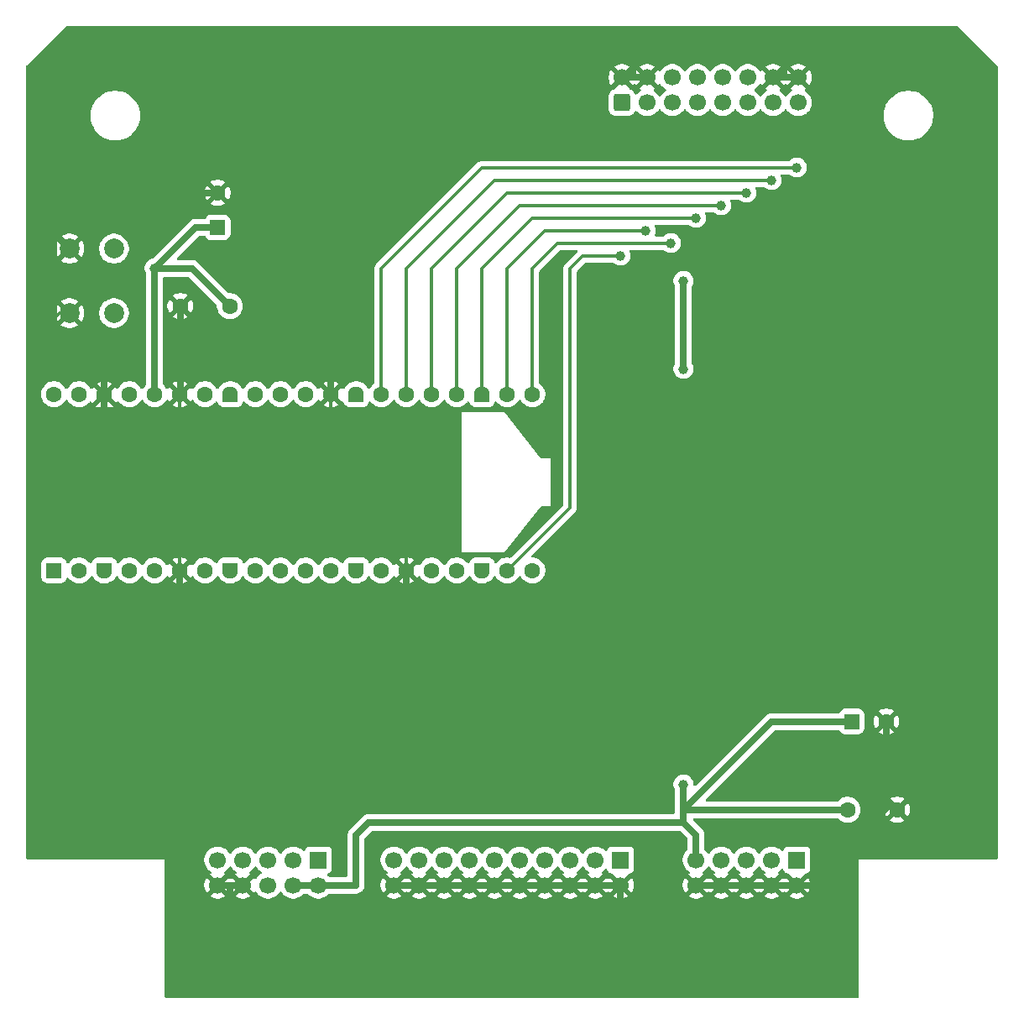
<source format=gbr>
%TF.GenerationSoftware,KiCad,Pcbnew,9.0.7*%
%TF.CreationDate,2026-02-03T14:20:57+01:00*%
%TF.ProjectId,lokho2-rpico-purple,6c6f6b68-6f32-42d7-9270-69636f2d7075,rev?*%
%TF.SameCoordinates,Original*%
%TF.FileFunction,Copper,L2,Bot*%
%TF.FilePolarity,Positive*%
%FSLAX46Y46*%
G04 Gerber Fmt 4.6, Leading zero omitted, Abs format (unit mm)*
G04 Created by KiCad (PCBNEW 9.0.7) date 2026-02-03 14:20:57*
%MOMM*%
%LPD*%
G01*
G04 APERTURE LIST*
G04 Aperture macros list*
%AMRoundRect*
0 Rectangle with rounded corners*
0 $1 Rounding radius*
0 $2 $3 $4 $5 $6 $7 $8 $9 X,Y pos of 4 corners*
0 Add a 4 corners polygon primitive as box body*
4,1,4,$2,$3,$4,$5,$6,$7,$8,$9,$2,$3,0*
0 Add four circle primitives for the rounded corners*
1,1,$1+$1,$2,$3*
1,1,$1+$1,$4,$5*
1,1,$1+$1,$6,$7*
1,1,$1+$1,$8,$9*
0 Add four rect primitives between the rounded corners*
20,1,$1+$1,$2,$3,$4,$5,0*
20,1,$1+$1,$4,$5,$6,$7,0*
20,1,$1+$1,$6,$7,$8,$9,0*
20,1,$1+$1,$8,$9,$2,$3,0*%
%AMFreePoly0*
4,1,37,0.603843,0.796157,0.639018,0.796157,0.711114,0.766294,0.766294,0.711114,0.796157,0.639018,0.796157,0.603843,0.800000,0.600000,0.800000,-0.600000,0.796157,-0.603843,0.796157,-0.639018,0.766294,-0.711114,0.711114,-0.766294,0.639018,-0.796157,0.603843,-0.796157,0.600000,-0.800000,0.000000,-0.800000,0.000000,-0.796148,-0.078414,-0.796148,-0.232228,-0.765552,-0.377117,-0.705537,
-0.507515,-0.618408,-0.618408,-0.507515,-0.705537,-0.377117,-0.765552,-0.232228,-0.796148,-0.078414,-0.796148,0.078414,-0.765552,0.232228,-0.705537,0.377117,-0.618408,0.507515,-0.507515,0.618408,-0.377117,0.705537,-0.232228,0.765552,-0.078414,0.796148,0.000000,0.796148,0.000000,0.800000,0.600000,0.800000,0.603843,0.796157,0.603843,0.796157,$1*%
%AMFreePoly1*
4,1,37,0.000000,0.796148,0.078414,0.796148,0.232228,0.765552,0.377117,0.705537,0.507515,0.618408,0.618408,0.507515,0.705537,0.377117,0.765552,0.232228,0.796148,0.078414,0.796148,-0.078414,0.765552,-0.232228,0.705537,-0.377117,0.618408,-0.507515,0.507515,-0.618408,0.377117,-0.705537,0.232228,-0.765552,0.078414,-0.796148,0.000000,-0.796148,0.000000,-0.800000,-0.600000,-0.800000,
-0.603843,-0.796157,-0.639018,-0.796157,-0.711114,-0.766294,-0.766294,-0.711114,-0.796157,-0.639018,-0.796157,-0.603843,-0.800000,-0.600000,-0.800000,0.600000,-0.796157,0.603843,-0.796157,0.639018,-0.766294,0.711114,-0.711114,0.766294,-0.639018,0.796157,-0.603843,0.796157,-0.600000,0.800000,0.000000,0.800000,0.000000,0.796148,0.000000,0.796148,$1*%
G04 Aperture macros list end*
%TA.AperFunction,ComponentPad*%
%ADD10RoundRect,0.200000X0.600000X-0.600000X0.600000X0.600000X-0.600000X0.600000X-0.600000X-0.600000X0*%
%TD*%
%TA.AperFunction,ComponentPad*%
%ADD11C,1.600000*%
%TD*%
%TA.AperFunction,ComponentPad*%
%ADD12FreePoly0,90.000000*%
%TD*%
%TA.AperFunction,ComponentPad*%
%ADD13FreePoly1,90.000000*%
%TD*%
%TA.AperFunction,ComponentPad*%
%ADD14R,1.700000X1.700000*%
%TD*%
%TA.AperFunction,ComponentPad*%
%ADD15C,1.700000*%
%TD*%
%TA.AperFunction,ComponentPad*%
%ADD16RoundRect,0.250000X0.550000X-0.550000X0.550000X0.550000X-0.550000X0.550000X-0.550000X-0.550000X0*%
%TD*%
%TA.AperFunction,ComponentPad*%
%ADD17RoundRect,0.250000X0.600000X-0.600000X0.600000X0.600000X-0.600000X0.600000X-0.600000X-0.600000X0*%
%TD*%
%TA.AperFunction,ComponentPad*%
%ADD18RoundRect,0.250000X-0.550000X-0.550000X0.550000X-0.550000X0.550000X0.550000X-0.550000X0.550000X0*%
%TD*%
%TA.AperFunction,ComponentPad*%
%ADD19C,2.000000*%
%TD*%
%TA.AperFunction,ViaPad*%
%ADD20C,1.000000*%
%TD*%
%TA.AperFunction,Conductor*%
%ADD21C,0.700000*%
%TD*%
%TA.AperFunction,Conductor*%
%ADD22C,0.350000*%
%TD*%
G04 APERTURE END LIST*
D10*
%TO.P,A1,1,GPIO0*%
%TO.N,GPIO0*%
X103810000Y-105880000D03*
D11*
%TO.P,A1,2,GPIO1*%
%TO.N,GPIO1*%
X106350000Y-105880000D03*
D12*
%TO.P,A1,3,GPIO2*%
%TO.N,GPIO2*%
X108890000Y-105880000D03*
D11*
%TO.P,A1,4,GPIO3*%
%TO.N,GPIO3*%
X111430000Y-105880000D03*
%TO.P,A1,5,GPIO4*%
%TO.N,GPIO4*%
X113970000Y-105880000D03*
%TO.P,A1,6,GND*%
%TO.N,GND*%
X116510000Y-105880000D03*
%TO.P,A1,7,GPIO5*%
%TO.N,GPIO5*%
X119050000Y-105880000D03*
D12*
%TO.P,A1,8,GPIO6*%
%TO.N,GPIO6*%
X121590000Y-105880000D03*
D11*
%TO.P,A1,9,GPIO7*%
%TO.N,GPIO7*%
X124130000Y-105880000D03*
%TO.P,A1,10,GPIO8*%
%TO.N,GPIO8*%
X126670000Y-105880000D03*
%TO.P,A1,11,GPIO9*%
%TO.N,GPIO9*%
X129210000Y-105880000D03*
%TO.P,A1,12,GPIO10*%
%TO.N,GPIO10*%
X131750000Y-105880000D03*
D12*
%TO.P,A1,13,GPIO11*%
%TO.N,GPIO11*%
X134290000Y-105880000D03*
D11*
%TO.P,A1,14,GPIO12*%
%TO.N,GPIO12*%
X136830000Y-105880000D03*
%TO.P,A1,15,GND*%
%TO.N,GND*%
X139370000Y-105880000D03*
%TO.P,A1,16,GPIO13*%
%TO.N,GPIO13*%
X141910000Y-105880000D03*
%TO.P,A1,17,GPIO14*%
%TO.N,GPIO14*%
X144450000Y-105880000D03*
D12*
%TO.P,A1,18,GPIO15*%
%TO.N,GPIO15*%
X146990000Y-105880000D03*
D11*
%TO.P,A1,19,GPIO16*%
%TO.N,SPI_MISO*%
X149530000Y-105880000D03*
%TO.P,A1,20,GPIO17*%
%TO.N,GPIO17*%
X152070000Y-105880000D03*
%TO.P,A1,21,GPIO18*%
%TO.N,SPI_SCK*%
X152070000Y-88100000D03*
%TO.P,A1,22,GPIO19*%
%TO.N,SPI_MOSI*%
X149530000Y-88100000D03*
D13*
%TO.P,A1,23,GPIO20*%
%TO.N,SPI_S0*%
X146990000Y-88100000D03*
D11*
%TO.P,A1,24,GPIO21*%
%TO.N,SPI_S1*%
X144450000Y-88100000D03*
%TO.P,A1,25,GPIO22*%
%TO.N,SPI_S2*%
X141910000Y-88100000D03*
%TO.P,A1,26,GPIO23*%
%TO.N,SPI_S3*%
X139370000Y-88100000D03*
%TO.P,A1,27,GPIO24*%
%TO.N,GP*%
X136830000Y-88100000D03*
D13*
%TO.P,A1,28,GPIO25*%
%TO.N,GPIO25*%
X134290000Y-88100000D03*
D11*
%TO.P,A1,29,AGND*%
%TO.N,GND*%
X131750000Y-88100000D03*
%TO.P,A1,30,GPIO26_ADC0*%
%TO.N,GPIO26*%
X129210000Y-88100000D03*
%TO.P,A1,31,GPIO27_ADC1*%
%TO.N,GPIO27*%
X126670000Y-88100000D03*
%TO.P,A1,32,GPIO28_ADC2*%
%TO.N,GPIO28*%
X124130000Y-88100000D03*
D13*
%TO.P,A1,33,GPIO29_ADC3*%
%TO.N,GPIO29*%
X121590000Y-88100000D03*
D11*
%TO.P,A1,34,RUN*%
%TO.N,Net-(A1-RUN)*%
X119050000Y-88100000D03*
%TO.P,A1,35,GND*%
%TO.N,GND*%
X116510000Y-88100000D03*
%TO.P,A1,36,3V3*%
%TO.N,+3V3*%
X113970000Y-88100000D03*
%TO.P,A1,37,3V3_EN*%
%TO.N,unconnected-(A1-3V3_EN-Pad37)*%
X111430000Y-88100000D03*
D13*
%TO.P,A1,38,GND*%
%TO.N,GND*%
X108890000Y-88100000D03*
D11*
%TO.P,A1,39,VSYS*%
%TO.N,unconnected-(A1-VSYS-Pad39)*%
X106350000Y-88100000D03*
%TO.P,A1,40,VBUS*%
%TO.N,unconnected-(A1-VBUS-Pad40)*%
X103810000Y-88100000D03*
%TD*%
D14*
%TO.P,J2,1,Pin_1*%
%TO.N,GPIO14*%
X160960000Y-135090000D03*
D15*
%TO.P,J2,2,Pin_2*%
%TO.N,GND*%
X160960000Y-137630000D03*
%TO.P,J2,3,Pin_3*%
%TO.N,GPIO13*%
X158420000Y-135090000D03*
%TO.P,J2,4,Pin_4*%
%TO.N,GND*%
X158420000Y-137630000D03*
%TO.P,J2,5,Pin_5*%
%TO.N,GPIO12*%
X155880000Y-135090000D03*
%TO.P,J2,6,Pin_6*%
%TO.N,GND*%
X155880000Y-137630000D03*
%TO.P,J2,7,Pin_7*%
%TO.N,GPIO11*%
X153340000Y-135090000D03*
%TO.P,J2,8,Pin_8*%
%TO.N,GND*%
X153340000Y-137630000D03*
%TO.P,J2,9,Pin_9*%
%TO.N,GPIO10*%
X150800000Y-135090000D03*
%TO.P,J2,10,Pin_10*%
%TO.N,GND*%
X150800000Y-137630000D03*
%TO.P,J2,11,Pin_11*%
%TO.N,GPIO9*%
X148260000Y-135090000D03*
%TO.P,J2,12,Pin_12*%
%TO.N,GND*%
X148260000Y-137630000D03*
%TO.P,J2,13,Pin_13*%
%TO.N,GPIO8*%
X145720000Y-135090000D03*
%TO.P,J2,14,Pin_14*%
%TO.N,GND*%
X145720000Y-137630000D03*
%TO.P,J2,15,Pin_15*%
%TO.N,GPIO7*%
X143180000Y-135090000D03*
%TO.P,J2,16,Pin_16*%
%TO.N,GND*%
X143180000Y-137630000D03*
%TO.P,J2,17,Pin_17*%
%TO.N,GPIO6*%
X140640000Y-135090000D03*
%TO.P,J2,18,Pin_18*%
%TO.N,GND*%
X140640000Y-137630000D03*
%TO.P,J2,19,Pin_19*%
%TO.N,GPIO5*%
X138100000Y-135090000D03*
%TO.P,J2,20,Pin_20*%
%TO.N,GND*%
X138100000Y-137630000D03*
%TD*%
D11*
%TO.P,C2,1*%
%TO.N,GND*%
X116550000Y-79210000D03*
%TO.P,C2,2*%
%TO.N,+3V3*%
X121550000Y-79210000D03*
%TD*%
D14*
%TO.P,J1,1,Pin_1*%
%TO.N,GPIO4*%
X130480000Y-135090000D03*
D15*
%TO.P,J1,2,Pin_2*%
%TO.N,+3V3*%
X130480000Y-137630000D03*
%TO.P,J1,3,Pin_3*%
%TO.N,GPIO3*%
X127940000Y-135090000D03*
%TO.P,J1,4,Pin_4*%
%TO.N,+3V3*%
X127940000Y-137630000D03*
%TO.P,J1,5,Pin_5*%
%TO.N,GPIO2*%
X125400000Y-135090000D03*
%TO.P,J1,6,Pin_6*%
%TO.N,unconnected-(J1-Pin_6-Pad6)*%
X125400000Y-137630000D03*
%TO.P,J1,7,Pin_7*%
%TO.N,GPIO1*%
X122860000Y-135090000D03*
%TO.P,J1,8,Pin_8*%
%TO.N,GND*%
X122860000Y-137630000D03*
%TO.P,J1,9,Pin_9*%
%TO.N,GPIO0*%
X120320000Y-135090000D03*
%TO.P,J1,10,Pin_10*%
%TO.N,GND*%
X120320000Y-137630000D03*
%TD*%
D16*
%TO.P,C1,1*%
%TO.N,+3V3*%
X120320000Y-71280000D03*
D11*
%TO.P,C1,2*%
%TO.N,GND*%
X120320000Y-67780000D03*
%TD*%
D14*
%TO.P,J3,1,Pin_1*%
%TO.N,GPIO29*%
X178740000Y-135090000D03*
D15*
%TO.P,J3,2,Pin_2*%
%TO.N,GND*%
X178740000Y-137630000D03*
%TO.P,J3,3,Pin_3*%
%TO.N,GPIO28*%
X176200000Y-135090000D03*
%TO.P,J3,4,Pin_4*%
%TO.N,GND*%
X176200000Y-137630000D03*
%TO.P,J3,5,Pin_5*%
%TO.N,GPIO27*%
X173660000Y-135090000D03*
%TO.P,J3,6,Pin_6*%
%TO.N,GND*%
X173660000Y-137630000D03*
%TO.P,J3,7,Pin_7*%
%TO.N,GPIO26*%
X171120000Y-135090000D03*
%TO.P,J3,8,Pin_8*%
%TO.N,GND*%
X171120000Y-137630000D03*
%TO.P,J3,9,Pin_9*%
%TO.N,+3V3*%
X168580000Y-135090000D03*
%TO.P,J3,10,Pin_10*%
%TO.N,GND*%
X168580000Y-137630000D03*
%TD*%
D17*
%TO.P,SPI1,1,Pin_1*%
%TO.N,SPI_MISO*%
X161110000Y-58697500D03*
D15*
%TO.P,SPI1,2,Pin_2*%
%TO.N,GND*%
X161110000Y-56157500D03*
%TO.P,SPI1,3,Pin_3*%
%TO.N,SPI_MOSI*%
X163650000Y-58697500D03*
%TO.P,SPI1,4,Pin_4*%
%TO.N,GND*%
X163650000Y-56157500D03*
%TO.P,SPI1,5,Pin_5*%
%TO.N,SPI_SCK*%
X166190000Y-58697500D03*
%TO.P,SPI1,6,Pin_6*%
%TO.N,+3V3*%
X166190000Y-56157500D03*
%TO.P,SPI1,7,Pin_7*%
%TO.N,SPI_S0*%
X168730000Y-58697500D03*
%TO.P,SPI1,8,Pin_8*%
%TO.N,+3V3*%
X168730000Y-56157500D03*
%TO.P,SPI1,9,Pin_9*%
%TO.N,SPI_S1*%
X171270000Y-58697500D03*
%TO.P,SPI1,10,Pin_10*%
%TO.N,+3V3*%
X171270000Y-56157500D03*
%TO.P,SPI1,11,Pin_11*%
%TO.N,SPI_S2*%
X173810000Y-58697500D03*
%TO.P,SPI1,12,Pin_12*%
%TO.N,+3V3*%
X173810000Y-56157500D03*
%TO.P,SPI1,13,Pin_13*%
%TO.N,SPI_S3*%
X176350000Y-58697500D03*
%TO.P,SPI1,14,Pin_14*%
%TO.N,GND*%
X176350000Y-56157500D03*
%TO.P,SPI1,15,Pin_15*%
%TO.N,GP*%
X178890000Y-58697500D03*
%TO.P,SPI1,16,Pin_16*%
%TO.N,GND*%
X178890000Y-56157500D03*
%TD*%
D11*
%TO.P,C4,1*%
%TO.N,GND*%
X188860000Y-130010000D03*
%TO.P,C4,2*%
%TO.N,+3V3*%
X183860000Y-130010000D03*
%TD*%
D18*
%TO.P,C3,1*%
%TO.N,+3V3*%
X184274698Y-121120000D03*
D11*
%TO.P,C3,2*%
%TO.N,GND*%
X187774698Y-121120000D03*
%TD*%
D19*
%TO.P,SW1,1,1*%
%TO.N,GND*%
X105370000Y-79920000D03*
X105370000Y-73420000D03*
%TO.P,SW1,2,2*%
%TO.N,Net-(A1-RUN)*%
X109870000Y-79920000D03*
X109870000Y-73420000D03*
%TD*%
D20*
%TO.N,+3V3*%
X167310000Y-127470000D03*
%TO.N,SPI_MISO*%
X160960000Y-74130000D03*
%TO.N,SPI_MOSI*%
X163500000Y-71590000D03*
%TO.N,SPI_SCK*%
X166040000Y-72860000D03*
%TO.N,+3V3*%
X167310000Y-76670000D03*
X167310000Y-85560000D03*
X113970000Y-75400000D03*
%TO.N,SPI_S0*%
X168580000Y-70320000D03*
%TO.N,SPI_S1*%
X171120000Y-69050000D03*
%TO.N,SPI_S2*%
X173660000Y-67780000D03*
%TO.N,SPI_S3*%
X176200000Y-66510000D03*
%TO.N,GP*%
X178740000Y-65240000D03*
%TD*%
D21*
%TO.N,+3V3*%
X167310000Y-130010000D02*
X167310000Y-127470000D01*
D22*
%TO.N,SPI_MISO*%
X155880000Y-75400000D02*
X157150000Y-74130000D01*
X155880000Y-89370000D02*
X155880000Y-79210000D01*
X157150000Y-74130000D02*
X160960000Y-74130000D01*
X155880000Y-79210000D02*
X155880000Y-75400000D01*
X155880000Y-99530000D02*
X155880000Y-89370000D01*
X149530000Y-105880000D02*
X155880000Y-99530000D01*
D21*
%TO.N,GND*%
X103810000Y-55080000D02*
X103810000Y-67780000D01*
D22*
X138100000Y-99530000D02*
X139370000Y-100800000D01*
X116510000Y-99530000D02*
X131750000Y-99530000D01*
D21*
X121590000Y-141440000D02*
X160960000Y-141440000D01*
X160960000Y-137630000D02*
X160960000Y-141440000D01*
X103810000Y-71860000D02*
X105370000Y-73420000D01*
X160960000Y-141440000D02*
X183820000Y-141440000D01*
X116550000Y-79210000D02*
X116550000Y-88060000D01*
X131750000Y-88100000D02*
X131750000Y-84290000D01*
X120320000Y-67780000D02*
X103810000Y-67780000D01*
X162230000Y-56157500D02*
X163650000Y-56157500D01*
X176835000Y-53810000D02*
X162230000Y-53810000D01*
D22*
X181280000Y-53810000D02*
X176835000Y-53810000D01*
D21*
X108890000Y-88100000D02*
X108890000Y-91910000D01*
D22*
X105370000Y-79920000D02*
X104370000Y-79920000D01*
X104370000Y-79920000D02*
X103810000Y-80480000D01*
D21*
X168580000Y-137630000D02*
X183820000Y-137630000D01*
X162230000Y-56157500D02*
X162230000Y-53810000D01*
X177470000Y-56157500D02*
X176350000Y-56157500D01*
X178890000Y-56157500D02*
X177470000Y-56157500D01*
X105080000Y-53810000D02*
X103810000Y-55080000D01*
D22*
X116510000Y-99530000D02*
X116510000Y-105880000D01*
D21*
X121590000Y-137630000D02*
X121590000Y-141440000D01*
X120320000Y-137630000D02*
X121590000Y-137630000D01*
X116510000Y-105880000D02*
X116510000Y-113500000D01*
D22*
X116510000Y-99530000D02*
X116510000Y-88100000D01*
D21*
X103810000Y-71860000D02*
X103810000Y-80480000D01*
X162230000Y-53810000D02*
X105080000Y-53810000D01*
X196520000Y-133820000D02*
X196520000Y-53810000D01*
X161110000Y-56157500D02*
X162230000Y-56157500D01*
X139370000Y-105880000D02*
X139370000Y-110960000D01*
X187774698Y-128924698D02*
X187774698Y-129865302D01*
D22*
X131750000Y-99530000D02*
X138100000Y-99530000D01*
D21*
X103810000Y-81750000D02*
X105080000Y-83020000D01*
X105080000Y-83020000D02*
X107620000Y-83020000D01*
X187774698Y-121120000D02*
X187774698Y-128924698D01*
X183820000Y-133820000D02*
X196520000Y-133820000D01*
X138100000Y-137630000D02*
X160960000Y-137630000D01*
X121590000Y-137630000D02*
X122860000Y-137630000D01*
X187774698Y-128924698D02*
X188860000Y-130010000D01*
D22*
X131750000Y-99530000D02*
X131750000Y-88100000D01*
D21*
X183820000Y-141440000D02*
X183820000Y-137630000D01*
D22*
X139370000Y-100800000D02*
X139370000Y-105880000D01*
D21*
X103810000Y-67780000D02*
X103810000Y-71860000D01*
X196520000Y-53810000D02*
X176835000Y-53810000D01*
X177470000Y-56157500D02*
X177470000Y-54445000D01*
X187774698Y-129865302D02*
X183820000Y-133820000D01*
X177470000Y-54445000D02*
X176835000Y-53810000D01*
X108890000Y-91910000D02*
X116510000Y-99530000D01*
X116550000Y-88060000D02*
X116510000Y-88100000D01*
X107620000Y-83020000D02*
X108890000Y-84290000D01*
X108890000Y-84290000D02*
X108890000Y-88100000D01*
X103810000Y-80480000D02*
X103810000Y-81750000D01*
X183820000Y-137630000D02*
X183820000Y-133820000D01*
D22*
%TO.N,SPI_MOSI*%
X153340000Y-71590000D02*
X163500000Y-71590000D01*
X149530000Y-75400000D02*
X153340000Y-71590000D01*
X149530000Y-88100000D02*
X149530000Y-75400000D01*
%TO.N,SPI_SCK*%
X154610000Y-72860000D02*
X166040000Y-72860000D01*
X152070000Y-88100000D02*
X152070000Y-75400000D01*
X152070000Y-75400000D02*
X154610000Y-72860000D01*
D21*
%TO.N,+3V3*%
X135560000Y-131280000D02*
X167310000Y-131280000D01*
X183860000Y-130010000D02*
X167310000Y-130010000D01*
X168580000Y-132550000D02*
X168580000Y-135090000D01*
X130480000Y-137630000D02*
X134290000Y-137630000D01*
X113970000Y-75400000D02*
X113970000Y-88100000D01*
X118090000Y-71280000D02*
X113970000Y-75400000D01*
X184274698Y-121120000D02*
X176200000Y-121120000D01*
X130480000Y-137630000D02*
X127940000Y-137630000D01*
X176200000Y-121120000D02*
X167310000Y-130010000D01*
X117740000Y-75400000D02*
X113970000Y-75400000D01*
X134290000Y-132550000D02*
X135560000Y-131280000D01*
X167310000Y-131280000D02*
X167310000Y-130010000D01*
X167310000Y-131280000D02*
X168580000Y-132550000D01*
X134290000Y-137630000D02*
X134290000Y-132550000D01*
X120320000Y-71280000D02*
X118090000Y-71280000D01*
X121550000Y-79210000D02*
X117740000Y-75400000D01*
X167310000Y-85560000D02*
X167310000Y-76670000D01*
D22*
%TO.N,SPI_S0*%
X146990000Y-75400000D02*
X152070000Y-70320000D01*
X152070000Y-70320000D02*
X168580000Y-70320000D01*
X146990000Y-88100000D02*
X146990000Y-75400000D01*
%TO.N,SPI_S1*%
X150800000Y-69050000D02*
X171120000Y-69050000D01*
X144450000Y-88100000D02*
X144450000Y-75400000D01*
X144450000Y-75400000D02*
X150800000Y-69050000D01*
%TO.N,SPI_S2*%
X141910000Y-88100000D02*
X141910000Y-75400000D01*
X141910000Y-75400000D02*
X149530000Y-67780000D01*
X149530000Y-67780000D02*
X173660000Y-67780000D01*
%TO.N,SPI_S3*%
X172390000Y-66510000D02*
X176200000Y-66510000D01*
X139370000Y-75400000D02*
X148260000Y-66510000D01*
X148260000Y-66510000D02*
X172390000Y-66510000D01*
X139370000Y-88100000D02*
X139370000Y-75400000D01*
%TO.N,GP*%
X136830000Y-75400000D02*
X146990000Y-65240000D01*
X146990000Y-65240000D02*
X171120000Y-65240000D01*
X136830000Y-88100000D02*
X136830000Y-75400000D01*
X171120000Y-65240000D02*
X178740000Y-65240000D01*
%TD*%
%TA.AperFunction,Conductor*%
%TO.N,GND*%
G36*
X121661444Y-135743999D02*
G01*
X121700486Y-135789056D01*
X121704951Y-135797820D01*
X121829890Y-135969786D01*
X121980213Y-136120109D01*
X122152179Y-136245048D01*
X122152181Y-136245049D01*
X122152184Y-136245051D01*
X122161493Y-136249794D01*
X122212290Y-136297766D01*
X122229087Y-136365587D01*
X122206552Y-136431722D01*
X122161505Y-136470760D01*
X122152446Y-136475376D01*
X122152440Y-136475380D01*
X122098282Y-136514727D01*
X122098282Y-136514728D01*
X122730591Y-137147037D01*
X122667007Y-137164075D01*
X122552993Y-137229901D01*
X122459901Y-137322993D01*
X122394075Y-137437007D01*
X122377037Y-137500591D01*
X121744728Y-136868282D01*
X121744727Y-136868282D01*
X121705380Y-136922440D01*
X121700483Y-136932051D01*
X121652506Y-136982845D01*
X121584684Y-136999638D01*
X121518550Y-136977098D01*
X121479516Y-136932048D01*
X121474626Y-136922452D01*
X121435270Y-136868282D01*
X121435269Y-136868282D01*
X120802962Y-137500590D01*
X120785925Y-137437007D01*
X120720099Y-137322993D01*
X120627007Y-137229901D01*
X120512993Y-137164075D01*
X120449409Y-137147037D01*
X121081716Y-136514728D01*
X121027547Y-136475373D01*
X121027547Y-136475372D01*
X121018500Y-136470763D01*
X120967706Y-136422788D01*
X120950912Y-136354966D01*
X120973451Y-136288832D01*
X121018508Y-136249793D01*
X121027816Y-136245051D01*
X121114147Y-136182328D01*
X121199786Y-136120109D01*
X121199788Y-136120106D01*
X121199792Y-136120104D01*
X121350104Y-135969792D01*
X121350106Y-135969788D01*
X121350109Y-135969786D01*
X121475048Y-135797820D01*
X121475047Y-135797820D01*
X121475051Y-135797816D01*
X121479514Y-135789054D01*
X121527488Y-135738259D01*
X121595308Y-135721463D01*
X121661444Y-135743999D01*
G37*
%TD.AperFunction*%
%TA.AperFunction,Conductor*%
G36*
X169921444Y-135743999D02*
G01*
X169960486Y-135789056D01*
X169964951Y-135797820D01*
X170089890Y-135969786D01*
X170240213Y-136120109D01*
X170412179Y-136245048D01*
X170412181Y-136245049D01*
X170412184Y-136245051D01*
X170421493Y-136249794D01*
X170472290Y-136297766D01*
X170489087Y-136365587D01*
X170466552Y-136431722D01*
X170421505Y-136470760D01*
X170412446Y-136475376D01*
X170412440Y-136475380D01*
X170358282Y-136514727D01*
X170358282Y-136514728D01*
X170990591Y-137147037D01*
X170927007Y-137164075D01*
X170812993Y-137229901D01*
X170719901Y-137322993D01*
X170654075Y-137437007D01*
X170637037Y-137500591D01*
X170004728Y-136868282D01*
X170004727Y-136868282D01*
X169965380Y-136922440D01*
X169960483Y-136932051D01*
X169912506Y-136982845D01*
X169844684Y-136999638D01*
X169778550Y-136977098D01*
X169739516Y-136932048D01*
X169734626Y-136922452D01*
X169695270Y-136868282D01*
X169062962Y-137500590D01*
X169045925Y-137437007D01*
X168980099Y-137322993D01*
X168887007Y-137229901D01*
X168772993Y-137164075D01*
X168709409Y-137147037D01*
X169341716Y-136514728D01*
X169287547Y-136475373D01*
X169287547Y-136475372D01*
X169278500Y-136470763D01*
X169227706Y-136422788D01*
X169210912Y-136354966D01*
X169233451Y-136288832D01*
X169278508Y-136249793D01*
X169287816Y-136245051D01*
X169374147Y-136182328D01*
X169459786Y-136120109D01*
X169459788Y-136120106D01*
X169459792Y-136120104D01*
X169610104Y-135969792D01*
X169610106Y-135969788D01*
X169610109Y-135969786D01*
X169735048Y-135797820D01*
X169735047Y-135797820D01*
X169735051Y-135797816D01*
X169739514Y-135789054D01*
X169787488Y-135738259D01*
X169855308Y-135721463D01*
X169921444Y-135743999D01*
G37*
%TD.AperFunction*%
%TA.AperFunction,Conductor*%
G36*
X172461444Y-135743999D02*
G01*
X172500486Y-135789056D01*
X172504951Y-135797820D01*
X172629890Y-135969786D01*
X172780213Y-136120109D01*
X172952179Y-136245048D01*
X172952181Y-136245049D01*
X172952184Y-136245051D01*
X172961493Y-136249794D01*
X173012290Y-136297766D01*
X173029087Y-136365587D01*
X173006552Y-136431722D01*
X172961505Y-136470760D01*
X172952446Y-136475376D01*
X172952440Y-136475380D01*
X172898282Y-136514727D01*
X172898282Y-136514728D01*
X173530591Y-137147037D01*
X173467007Y-137164075D01*
X173352993Y-137229901D01*
X173259901Y-137322993D01*
X173194075Y-137437007D01*
X173177037Y-137500591D01*
X172544728Y-136868282D01*
X172544727Y-136868282D01*
X172505380Y-136922440D01*
X172500483Y-136932051D01*
X172452506Y-136982845D01*
X172384684Y-136999638D01*
X172318550Y-136977098D01*
X172279516Y-136932048D01*
X172274626Y-136922452D01*
X172235270Y-136868282D01*
X171602962Y-137500590D01*
X171585925Y-137437007D01*
X171520099Y-137322993D01*
X171427007Y-137229901D01*
X171312993Y-137164075D01*
X171249409Y-137147037D01*
X171881716Y-136514728D01*
X171827547Y-136475373D01*
X171827547Y-136475372D01*
X171818500Y-136470763D01*
X171767706Y-136422788D01*
X171750912Y-136354966D01*
X171773451Y-136288832D01*
X171818508Y-136249793D01*
X171827816Y-136245051D01*
X171914147Y-136182328D01*
X171999786Y-136120109D01*
X171999788Y-136120106D01*
X171999792Y-136120104D01*
X172150104Y-135969792D01*
X172150106Y-135969788D01*
X172150109Y-135969786D01*
X172275048Y-135797820D01*
X172275047Y-135797820D01*
X172275051Y-135797816D01*
X172279514Y-135789054D01*
X172327488Y-135738259D01*
X172395308Y-135721463D01*
X172461444Y-135743999D01*
G37*
%TD.AperFunction*%
%TA.AperFunction,Conductor*%
G36*
X175001444Y-135743999D02*
G01*
X175040486Y-135789056D01*
X175044951Y-135797820D01*
X175169890Y-135969786D01*
X175320213Y-136120109D01*
X175492179Y-136245048D01*
X175492181Y-136245049D01*
X175492184Y-136245051D01*
X175501493Y-136249794D01*
X175552290Y-136297766D01*
X175569087Y-136365587D01*
X175546552Y-136431722D01*
X175501505Y-136470760D01*
X175492446Y-136475376D01*
X175492440Y-136475380D01*
X175438282Y-136514727D01*
X175438282Y-136514728D01*
X176070591Y-137147037D01*
X176007007Y-137164075D01*
X175892993Y-137229901D01*
X175799901Y-137322993D01*
X175734075Y-137437007D01*
X175717037Y-137500591D01*
X175084728Y-136868282D01*
X175084727Y-136868282D01*
X175045380Y-136922440D01*
X175040483Y-136932051D01*
X174992506Y-136982845D01*
X174924684Y-136999638D01*
X174858550Y-136977098D01*
X174819516Y-136932048D01*
X174814626Y-136922452D01*
X174775270Y-136868282D01*
X174142962Y-137500590D01*
X174125925Y-137437007D01*
X174060099Y-137322993D01*
X173967007Y-137229901D01*
X173852993Y-137164075D01*
X173789409Y-137147037D01*
X174421716Y-136514728D01*
X174367547Y-136475373D01*
X174367547Y-136475372D01*
X174358500Y-136470763D01*
X174307706Y-136422788D01*
X174290912Y-136354966D01*
X174313451Y-136288832D01*
X174358508Y-136249793D01*
X174367816Y-136245051D01*
X174454147Y-136182328D01*
X174539786Y-136120109D01*
X174539788Y-136120106D01*
X174539792Y-136120104D01*
X174690104Y-135969792D01*
X174690106Y-135969788D01*
X174690109Y-135969786D01*
X174815048Y-135797820D01*
X174815047Y-135797820D01*
X174815051Y-135797816D01*
X174819514Y-135789054D01*
X174867488Y-135738259D01*
X174935308Y-135721463D01*
X175001444Y-135743999D01*
G37*
%TD.AperFunction*%
%TA.AperFunction,Conductor*%
G36*
X177324340Y-135978068D02*
G01*
X177380274Y-136019939D01*
X177397189Y-136050917D01*
X177446202Y-136182328D01*
X177446206Y-136182335D01*
X177532452Y-136297544D01*
X177532455Y-136297547D01*
X177647664Y-136383793D01*
X177647671Y-136383797D01*
X177692618Y-136400561D01*
X177782517Y-136434091D01*
X177842127Y-136440500D01*
X177852685Y-136440499D01*
X177919723Y-136460179D01*
X177940372Y-136476818D01*
X178610591Y-137147037D01*
X178547007Y-137164075D01*
X178432993Y-137229901D01*
X178339901Y-137322993D01*
X178274075Y-137437007D01*
X178257037Y-137500591D01*
X177624728Y-136868282D01*
X177624727Y-136868282D01*
X177585380Y-136922440D01*
X177580483Y-136932051D01*
X177532506Y-136982845D01*
X177464684Y-136999638D01*
X177398550Y-136977098D01*
X177359516Y-136932048D01*
X177354626Y-136922452D01*
X177315270Y-136868282D01*
X177315269Y-136868282D01*
X176682962Y-137500590D01*
X176665925Y-137437007D01*
X176600099Y-137322993D01*
X176507007Y-137229901D01*
X176392993Y-137164075D01*
X176329409Y-137147037D01*
X176961716Y-136514728D01*
X176907547Y-136475373D01*
X176907547Y-136475372D01*
X176898500Y-136470763D01*
X176847706Y-136422788D01*
X176830912Y-136354966D01*
X176853451Y-136288832D01*
X176898508Y-136249793D01*
X176907816Y-136245051D01*
X177079792Y-136120104D01*
X177193329Y-136006566D01*
X177254648Y-135973084D01*
X177324340Y-135978068D01*
G37*
%TD.AperFunction*%
%TA.AperFunction,Conductor*%
G36*
X124201444Y-135743999D02*
G01*
X124240486Y-135789056D01*
X124244951Y-135797820D01*
X124369890Y-135969786D01*
X124520213Y-136120109D01*
X124692182Y-136245050D01*
X124700946Y-136249516D01*
X124751742Y-136297491D01*
X124768536Y-136365312D01*
X124745998Y-136431447D01*
X124700946Y-136470484D01*
X124692182Y-136474949D01*
X124520213Y-136599890D01*
X124369890Y-136750213D01*
X124244949Y-136922182D01*
X124240202Y-136931499D01*
X124192227Y-136982293D01*
X124124405Y-136999087D01*
X124058271Y-136976548D01*
X124019234Y-136931495D01*
X124014626Y-136922452D01*
X123975270Y-136868282D01*
X123975269Y-136868282D01*
X123342962Y-137500590D01*
X123325925Y-137437007D01*
X123260099Y-137322993D01*
X123167007Y-137229901D01*
X123052993Y-137164075D01*
X122989409Y-137147037D01*
X123621716Y-136514728D01*
X123567547Y-136475373D01*
X123567547Y-136475372D01*
X123558500Y-136470763D01*
X123507706Y-136422788D01*
X123490912Y-136354966D01*
X123513451Y-136288832D01*
X123558508Y-136249793D01*
X123567816Y-136245051D01*
X123654147Y-136182328D01*
X123739786Y-136120109D01*
X123739788Y-136120106D01*
X123739792Y-136120104D01*
X123890104Y-135969792D01*
X123890106Y-135969788D01*
X123890109Y-135969786D01*
X124015048Y-135797820D01*
X124015047Y-135797820D01*
X124015051Y-135797816D01*
X124019514Y-135789054D01*
X124067488Y-135738259D01*
X124135308Y-135721463D01*
X124201444Y-135743999D01*
G37*
%TD.AperFunction*%
%TA.AperFunction,Conductor*%
G36*
X139441444Y-135743999D02*
G01*
X139480486Y-135789056D01*
X139484951Y-135797820D01*
X139609890Y-135969786D01*
X139760213Y-136120109D01*
X139932179Y-136245048D01*
X139932181Y-136245049D01*
X139932184Y-136245051D01*
X139941493Y-136249794D01*
X139992290Y-136297766D01*
X140009087Y-136365587D01*
X139986552Y-136431722D01*
X139941505Y-136470760D01*
X139932446Y-136475376D01*
X139932440Y-136475380D01*
X139878282Y-136514727D01*
X139878282Y-136514728D01*
X140510591Y-137147037D01*
X140447007Y-137164075D01*
X140332993Y-137229901D01*
X140239901Y-137322993D01*
X140174075Y-137437007D01*
X140157037Y-137500591D01*
X139524728Y-136868282D01*
X139524727Y-136868282D01*
X139485380Y-136922440D01*
X139480483Y-136932051D01*
X139432506Y-136982845D01*
X139364684Y-136999638D01*
X139298550Y-136977098D01*
X139259516Y-136932048D01*
X139254626Y-136922452D01*
X139215270Y-136868282D01*
X139215269Y-136868282D01*
X138582962Y-137500590D01*
X138565925Y-137437007D01*
X138500099Y-137322993D01*
X138407007Y-137229901D01*
X138292993Y-137164075D01*
X138229409Y-137147037D01*
X138861716Y-136514728D01*
X138807547Y-136475373D01*
X138807547Y-136475372D01*
X138798500Y-136470763D01*
X138747706Y-136422788D01*
X138730912Y-136354966D01*
X138753451Y-136288832D01*
X138798508Y-136249793D01*
X138807816Y-136245051D01*
X138894147Y-136182328D01*
X138979786Y-136120109D01*
X138979788Y-136120106D01*
X138979792Y-136120104D01*
X139130104Y-135969792D01*
X139130106Y-135969788D01*
X139130109Y-135969786D01*
X139255048Y-135797820D01*
X139255047Y-135797820D01*
X139255051Y-135797816D01*
X139259514Y-135789054D01*
X139307488Y-135738259D01*
X139375308Y-135721463D01*
X139441444Y-135743999D01*
G37*
%TD.AperFunction*%
%TA.AperFunction,Conductor*%
G36*
X141981444Y-135743999D02*
G01*
X142020486Y-135789056D01*
X142024951Y-135797820D01*
X142149890Y-135969786D01*
X142300213Y-136120109D01*
X142472179Y-136245048D01*
X142472181Y-136245049D01*
X142472184Y-136245051D01*
X142481493Y-136249794D01*
X142532290Y-136297766D01*
X142549087Y-136365587D01*
X142526552Y-136431722D01*
X142481505Y-136470760D01*
X142472446Y-136475376D01*
X142472440Y-136475380D01*
X142418282Y-136514727D01*
X142418282Y-136514728D01*
X143050591Y-137147037D01*
X142987007Y-137164075D01*
X142872993Y-137229901D01*
X142779901Y-137322993D01*
X142714075Y-137437007D01*
X142697037Y-137500591D01*
X142064728Y-136868282D01*
X142064727Y-136868282D01*
X142025380Y-136922440D01*
X142020483Y-136932051D01*
X141972506Y-136982845D01*
X141904684Y-136999638D01*
X141838550Y-136977098D01*
X141799516Y-136932048D01*
X141794626Y-136922452D01*
X141755270Y-136868282D01*
X141755269Y-136868282D01*
X141122962Y-137500590D01*
X141105925Y-137437007D01*
X141040099Y-137322993D01*
X140947007Y-137229901D01*
X140832993Y-137164075D01*
X140769409Y-137147037D01*
X141401716Y-136514728D01*
X141347547Y-136475373D01*
X141347547Y-136475372D01*
X141338500Y-136470763D01*
X141287706Y-136422788D01*
X141270912Y-136354966D01*
X141293451Y-136288832D01*
X141338508Y-136249793D01*
X141347816Y-136245051D01*
X141434147Y-136182328D01*
X141519786Y-136120109D01*
X141519788Y-136120106D01*
X141519792Y-136120104D01*
X141670104Y-135969792D01*
X141670106Y-135969788D01*
X141670109Y-135969786D01*
X141795048Y-135797820D01*
X141795047Y-135797820D01*
X141795051Y-135797816D01*
X141799514Y-135789054D01*
X141847488Y-135738259D01*
X141915308Y-135721463D01*
X141981444Y-135743999D01*
G37*
%TD.AperFunction*%
%TA.AperFunction,Conductor*%
G36*
X144521444Y-135743999D02*
G01*
X144560486Y-135789056D01*
X144564951Y-135797820D01*
X144689890Y-135969786D01*
X144840213Y-136120109D01*
X145012179Y-136245048D01*
X145012181Y-136245049D01*
X145012184Y-136245051D01*
X145021493Y-136249794D01*
X145072290Y-136297766D01*
X145089087Y-136365587D01*
X145066552Y-136431722D01*
X145021505Y-136470760D01*
X145012446Y-136475376D01*
X145012440Y-136475380D01*
X144958282Y-136514727D01*
X144958282Y-136514728D01*
X145590591Y-137147037D01*
X145527007Y-137164075D01*
X145412993Y-137229901D01*
X145319901Y-137322993D01*
X145254075Y-137437007D01*
X145237037Y-137500591D01*
X144604728Y-136868282D01*
X144604727Y-136868282D01*
X144565380Y-136922440D01*
X144560483Y-136932051D01*
X144512506Y-136982845D01*
X144444684Y-136999638D01*
X144378550Y-136977098D01*
X144339516Y-136932048D01*
X144334626Y-136922452D01*
X144295270Y-136868282D01*
X144295269Y-136868282D01*
X143662962Y-137500590D01*
X143645925Y-137437007D01*
X143580099Y-137322993D01*
X143487007Y-137229901D01*
X143372993Y-137164075D01*
X143309409Y-137147037D01*
X143941716Y-136514728D01*
X143887547Y-136475373D01*
X143887547Y-136475372D01*
X143878500Y-136470763D01*
X143827706Y-136422788D01*
X143810912Y-136354966D01*
X143833451Y-136288832D01*
X143878508Y-136249793D01*
X143887816Y-136245051D01*
X143974147Y-136182328D01*
X144059786Y-136120109D01*
X144059788Y-136120106D01*
X144059792Y-136120104D01*
X144210104Y-135969792D01*
X144210106Y-135969788D01*
X144210109Y-135969786D01*
X144335048Y-135797820D01*
X144335047Y-135797820D01*
X144335051Y-135797816D01*
X144339514Y-135789054D01*
X144387488Y-135738259D01*
X144455308Y-135721463D01*
X144521444Y-135743999D01*
G37*
%TD.AperFunction*%
%TA.AperFunction,Conductor*%
G36*
X147061444Y-135743999D02*
G01*
X147100486Y-135789056D01*
X147104951Y-135797820D01*
X147229890Y-135969786D01*
X147380213Y-136120109D01*
X147552179Y-136245048D01*
X147552181Y-136245049D01*
X147552184Y-136245051D01*
X147561493Y-136249794D01*
X147612290Y-136297766D01*
X147629087Y-136365587D01*
X147606552Y-136431722D01*
X147561505Y-136470760D01*
X147552446Y-136475376D01*
X147552440Y-136475380D01*
X147498282Y-136514727D01*
X147498282Y-136514728D01*
X148130591Y-137147037D01*
X148067007Y-137164075D01*
X147952993Y-137229901D01*
X147859901Y-137322993D01*
X147794075Y-137437007D01*
X147777037Y-137500591D01*
X147144728Y-136868282D01*
X147144727Y-136868282D01*
X147105380Y-136922440D01*
X147100483Y-136932051D01*
X147052506Y-136982845D01*
X146984684Y-136999638D01*
X146918550Y-136977098D01*
X146879516Y-136932048D01*
X146874626Y-136922452D01*
X146835270Y-136868282D01*
X146835269Y-136868282D01*
X146202962Y-137500590D01*
X146185925Y-137437007D01*
X146120099Y-137322993D01*
X146027007Y-137229901D01*
X145912993Y-137164075D01*
X145849409Y-137147037D01*
X146481716Y-136514728D01*
X146427547Y-136475373D01*
X146427547Y-136475372D01*
X146418500Y-136470763D01*
X146367706Y-136422788D01*
X146350912Y-136354966D01*
X146373451Y-136288832D01*
X146418508Y-136249793D01*
X146427816Y-136245051D01*
X146514147Y-136182328D01*
X146599786Y-136120109D01*
X146599788Y-136120106D01*
X146599792Y-136120104D01*
X146750104Y-135969792D01*
X146750106Y-135969788D01*
X146750109Y-135969786D01*
X146875048Y-135797820D01*
X146875047Y-135797820D01*
X146875051Y-135797816D01*
X146879514Y-135789054D01*
X146927488Y-135738259D01*
X146995308Y-135721463D01*
X147061444Y-135743999D01*
G37*
%TD.AperFunction*%
%TA.AperFunction,Conductor*%
G36*
X149601444Y-135743999D02*
G01*
X149640486Y-135789056D01*
X149644951Y-135797820D01*
X149769890Y-135969786D01*
X149920213Y-136120109D01*
X150092179Y-136245048D01*
X150092181Y-136245049D01*
X150092184Y-136245051D01*
X150101493Y-136249794D01*
X150152290Y-136297766D01*
X150169087Y-136365587D01*
X150146552Y-136431722D01*
X150101505Y-136470760D01*
X150092446Y-136475376D01*
X150092440Y-136475380D01*
X150038282Y-136514727D01*
X150038282Y-136514728D01*
X150670591Y-137147037D01*
X150607007Y-137164075D01*
X150492993Y-137229901D01*
X150399901Y-137322993D01*
X150334075Y-137437007D01*
X150317037Y-137500591D01*
X149684728Y-136868282D01*
X149684727Y-136868282D01*
X149645380Y-136922440D01*
X149640483Y-136932051D01*
X149592506Y-136982845D01*
X149524684Y-136999638D01*
X149458550Y-136977098D01*
X149419516Y-136932048D01*
X149414626Y-136922452D01*
X149375270Y-136868282D01*
X149375269Y-136868282D01*
X148742962Y-137500590D01*
X148725925Y-137437007D01*
X148660099Y-137322993D01*
X148567007Y-137229901D01*
X148452993Y-137164075D01*
X148389409Y-137147037D01*
X149021716Y-136514728D01*
X148967547Y-136475373D01*
X148967547Y-136475372D01*
X148958500Y-136470763D01*
X148907706Y-136422788D01*
X148890912Y-136354966D01*
X148913451Y-136288832D01*
X148958508Y-136249793D01*
X148967816Y-136245051D01*
X149054147Y-136182328D01*
X149139786Y-136120109D01*
X149139788Y-136120106D01*
X149139792Y-136120104D01*
X149290104Y-135969792D01*
X149290106Y-135969788D01*
X149290109Y-135969786D01*
X149415048Y-135797820D01*
X149415047Y-135797820D01*
X149415051Y-135797816D01*
X149419514Y-135789054D01*
X149467488Y-135738259D01*
X149535308Y-135721463D01*
X149601444Y-135743999D01*
G37*
%TD.AperFunction*%
%TA.AperFunction,Conductor*%
G36*
X152141444Y-135743999D02*
G01*
X152180486Y-135789056D01*
X152184951Y-135797820D01*
X152309890Y-135969786D01*
X152460213Y-136120109D01*
X152632179Y-136245048D01*
X152632181Y-136245049D01*
X152632184Y-136245051D01*
X152641493Y-136249794D01*
X152692290Y-136297766D01*
X152709087Y-136365587D01*
X152686552Y-136431722D01*
X152641505Y-136470760D01*
X152632446Y-136475376D01*
X152632440Y-136475380D01*
X152578282Y-136514727D01*
X152578282Y-136514728D01*
X153210591Y-137147037D01*
X153147007Y-137164075D01*
X153032993Y-137229901D01*
X152939901Y-137322993D01*
X152874075Y-137437007D01*
X152857037Y-137500591D01*
X152224728Y-136868282D01*
X152224727Y-136868282D01*
X152185380Y-136922440D01*
X152180483Y-136932051D01*
X152132506Y-136982845D01*
X152064684Y-136999638D01*
X151998550Y-136977098D01*
X151959516Y-136932048D01*
X151954626Y-136922452D01*
X151915270Y-136868282D01*
X151915269Y-136868282D01*
X151282962Y-137500590D01*
X151265925Y-137437007D01*
X151200099Y-137322993D01*
X151107007Y-137229901D01*
X150992993Y-137164075D01*
X150929409Y-137147037D01*
X151561716Y-136514728D01*
X151507547Y-136475373D01*
X151507547Y-136475372D01*
X151498500Y-136470763D01*
X151447706Y-136422788D01*
X151430912Y-136354966D01*
X151453451Y-136288832D01*
X151498508Y-136249793D01*
X151507816Y-136245051D01*
X151594147Y-136182328D01*
X151679786Y-136120109D01*
X151679788Y-136120106D01*
X151679792Y-136120104D01*
X151830104Y-135969792D01*
X151830106Y-135969788D01*
X151830109Y-135969786D01*
X151955048Y-135797820D01*
X151955047Y-135797820D01*
X151955051Y-135797816D01*
X151959514Y-135789054D01*
X152007488Y-135738259D01*
X152075308Y-135721463D01*
X152141444Y-135743999D01*
G37*
%TD.AperFunction*%
%TA.AperFunction,Conductor*%
G36*
X154681444Y-135743999D02*
G01*
X154720486Y-135789056D01*
X154724951Y-135797820D01*
X154849890Y-135969786D01*
X155000213Y-136120109D01*
X155172179Y-136245048D01*
X155172181Y-136245049D01*
X155172184Y-136245051D01*
X155181493Y-136249794D01*
X155232290Y-136297766D01*
X155249087Y-136365587D01*
X155226552Y-136431722D01*
X155181505Y-136470760D01*
X155172446Y-136475376D01*
X155172440Y-136475380D01*
X155118282Y-136514727D01*
X155118282Y-136514728D01*
X155750591Y-137147037D01*
X155687007Y-137164075D01*
X155572993Y-137229901D01*
X155479901Y-137322993D01*
X155414075Y-137437007D01*
X155397037Y-137500591D01*
X154764728Y-136868282D01*
X154764727Y-136868282D01*
X154725380Y-136922440D01*
X154720483Y-136932051D01*
X154672506Y-136982845D01*
X154604684Y-136999638D01*
X154538550Y-136977098D01*
X154499516Y-136932048D01*
X154494626Y-136922452D01*
X154455270Y-136868282D01*
X154455269Y-136868282D01*
X153822962Y-137500590D01*
X153805925Y-137437007D01*
X153740099Y-137322993D01*
X153647007Y-137229901D01*
X153532993Y-137164075D01*
X153469409Y-137147037D01*
X154101716Y-136514728D01*
X154047547Y-136475373D01*
X154047547Y-136475372D01*
X154038500Y-136470763D01*
X153987706Y-136422788D01*
X153970912Y-136354966D01*
X153993451Y-136288832D01*
X154038508Y-136249793D01*
X154047816Y-136245051D01*
X154134147Y-136182328D01*
X154219786Y-136120109D01*
X154219788Y-136120106D01*
X154219792Y-136120104D01*
X154370104Y-135969792D01*
X154370106Y-135969788D01*
X154370109Y-135969786D01*
X154495048Y-135797820D01*
X154495047Y-135797820D01*
X154495051Y-135797816D01*
X154499514Y-135789054D01*
X154547488Y-135738259D01*
X154615308Y-135721463D01*
X154681444Y-135743999D01*
G37*
%TD.AperFunction*%
%TA.AperFunction,Conductor*%
G36*
X157221444Y-135743999D02*
G01*
X157260486Y-135789056D01*
X157264951Y-135797820D01*
X157389890Y-135969786D01*
X157540213Y-136120109D01*
X157712179Y-136245048D01*
X157712181Y-136245049D01*
X157712184Y-136245051D01*
X157721493Y-136249794D01*
X157772290Y-136297766D01*
X157789087Y-136365587D01*
X157766552Y-136431722D01*
X157721505Y-136470760D01*
X157712446Y-136475376D01*
X157712440Y-136475380D01*
X157658282Y-136514727D01*
X157658282Y-136514728D01*
X158290591Y-137147037D01*
X158227007Y-137164075D01*
X158112993Y-137229901D01*
X158019901Y-137322993D01*
X157954075Y-137437007D01*
X157937037Y-137500591D01*
X157304728Y-136868282D01*
X157304727Y-136868282D01*
X157265380Y-136922440D01*
X157260483Y-136932051D01*
X157212506Y-136982845D01*
X157144684Y-136999638D01*
X157078550Y-136977098D01*
X157039516Y-136932048D01*
X157034626Y-136922452D01*
X156995270Y-136868282D01*
X156995269Y-136868282D01*
X156362962Y-137500590D01*
X156345925Y-137437007D01*
X156280099Y-137322993D01*
X156187007Y-137229901D01*
X156072993Y-137164075D01*
X156009409Y-137147037D01*
X156641716Y-136514728D01*
X156587547Y-136475373D01*
X156587547Y-136475372D01*
X156578500Y-136470763D01*
X156527706Y-136422788D01*
X156510912Y-136354966D01*
X156533451Y-136288832D01*
X156578508Y-136249793D01*
X156587816Y-136245051D01*
X156674147Y-136182328D01*
X156759786Y-136120109D01*
X156759788Y-136120106D01*
X156759792Y-136120104D01*
X156910104Y-135969792D01*
X156910106Y-135969788D01*
X156910109Y-135969786D01*
X157035048Y-135797820D01*
X157035047Y-135797820D01*
X157035051Y-135797816D01*
X157039514Y-135789054D01*
X157087488Y-135738259D01*
X157155308Y-135721463D01*
X157221444Y-135743999D01*
G37*
%TD.AperFunction*%
%TA.AperFunction,Conductor*%
G36*
X159544340Y-135978068D02*
G01*
X159600274Y-136019939D01*
X159617189Y-136050917D01*
X159666202Y-136182328D01*
X159666206Y-136182335D01*
X159752452Y-136297544D01*
X159752455Y-136297547D01*
X159867664Y-136383793D01*
X159867671Y-136383797D01*
X159912618Y-136400561D01*
X160002517Y-136434091D01*
X160062127Y-136440500D01*
X160072685Y-136440499D01*
X160139723Y-136460179D01*
X160160372Y-136476818D01*
X160830591Y-137147037D01*
X160767007Y-137164075D01*
X160652993Y-137229901D01*
X160559901Y-137322993D01*
X160494075Y-137437007D01*
X160477037Y-137500591D01*
X159844728Y-136868282D01*
X159844727Y-136868282D01*
X159805380Y-136922440D01*
X159800483Y-136932051D01*
X159752506Y-136982845D01*
X159684684Y-136999638D01*
X159618550Y-136977098D01*
X159579516Y-136932048D01*
X159574626Y-136922452D01*
X159535270Y-136868282D01*
X159535269Y-136868282D01*
X158902962Y-137500590D01*
X158885925Y-137437007D01*
X158820099Y-137322993D01*
X158727007Y-137229901D01*
X158612993Y-137164075D01*
X158549409Y-137147037D01*
X159181716Y-136514728D01*
X159127547Y-136475373D01*
X159127547Y-136475372D01*
X159118500Y-136470763D01*
X159067706Y-136422788D01*
X159050912Y-136354966D01*
X159073451Y-136288832D01*
X159118508Y-136249793D01*
X159127816Y-136245051D01*
X159299792Y-136120104D01*
X159413329Y-136006566D01*
X159474648Y-135973084D01*
X159544340Y-135978068D01*
G37*
%TD.AperFunction*%
%TA.AperFunction,Conductor*%
G36*
X164765270Y-56919217D02*
G01*
X164765270Y-56919216D01*
X164804622Y-56865055D01*
X164809232Y-56856007D01*
X164857205Y-56805209D01*
X164925025Y-56788412D01*
X164991161Y-56810947D01*
X165030204Y-56856004D01*
X165034949Y-56865317D01*
X165159890Y-57037286D01*
X165310213Y-57187609D01*
X165482182Y-57312550D01*
X165490946Y-57317016D01*
X165541742Y-57364991D01*
X165558536Y-57432812D01*
X165535998Y-57498947D01*
X165490946Y-57537984D01*
X165482182Y-57542449D01*
X165310213Y-57667390D01*
X165159890Y-57817713D01*
X165034949Y-57989682D01*
X165030484Y-57998446D01*
X164982509Y-58049242D01*
X164914688Y-58066036D01*
X164848553Y-58043498D01*
X164809516Y-57998446D01*
X164805050Y-57989682D01*
X164680109Y-57817713D01*
X164529786Y-57667390D01*
X164357817Y-57542449D01*
X164348504Y-57537704D01*
X164297707Y-57489730D01*
X164280912Y-57421909D01*
X164303449Y-57355774D01*
X164348507Y-57316732D01*
X164357555Y-57312122D01*
X164411716Y-57272770D01*
X164411717Y-57272770D01*
X163779408Y-56640462D01*
X163842993Y-56623425D01*
X163957007Y-56557599D01*
X164050099Y-56464507D01*
X164115925Y-56350493D01*
X164132962Y-56286908D01*
X164765270Y-56919217D01*
G37*
%TD.AperFunction*%
%TA.AperFunction,Conductor*%
G36*
X175884075Y-56350493D02*
G01*
X175949901Y-56464507D01*
X176042993Y-56557599D01*
X176157007Y-56623425D01*
X176220590Y-56640462D01*
X175588282Y-57272769D01*
X175588282Y-57272770D01*
X175642452Y-57312126D01*
X175642451Y-57312126D01*
X175651495Y-57316734D01*
X175702292Y-57364708D01*
X175719087Y-57432529D01*
X175696550Y-57498664D01*
X175651499Y-57537702D01*
X175642182Y-57542449D01*
X175470213Y-57667390D01*
X175319890Y-57817713D01*
X175194949Y-57989682D01*
X175190484Y-57998446D01*
X175142509Y-58049242D01*
X175074688Y-58066036D01*
X175008553Y-58043498D01*
X174969516Y-57998446D01*
X174965050Y-57989682D01*
X174840109Y-57817713D01*
X174689786Y-57667390D01*
X174517820Y-57542451D01*
X174517115Y-57542091D01*
X174509054Y-57537985D01*
X174458259Y-57490012D01*
X174441463Y-57422192D01*
X174463999Y-57356056D01*
X174509054Y-57317015D01*
X174517816Y-57312551D01*
X174572572Y-57272769D01*
X174689786Y-57187609D01*
X174689788Y-57187606D01*
X174689792Y-57187604D01*
X174840104Y-57037292D01*
X174840106Y-57037288D01*
X174840109Y-57037286D01*
X174925890Y-56919217D01*
X174965051Y-56865316D01*
X174969793Y-56856008D01*
X175017763Y-56805211D01*
X175085583Y-56788411D01*
X175151719Y-56810945D01*
X175190763Y-56856000D01*
X175195373Y-56865047D01*
X175234728Y-56919216D01*
X175867037Y-56286908D01*
X175884075Y-56350493D01*
G37*
%TD.AperFunction*%
%TA.AperFunction,Conductor*%
G36*
X178424075Y-56350493D02*
G01*
X178489901Y-56464507D01*
X178582993Y-56557599D01*
X178697007Y-56623425D01*
X178760590Y-56640462D01*
X178128282Y-57272769D01*
X178128282Y-57272770D01*
X178182452Y-57312126D01*
X178182451Y-57312126D01*
X178191495Y-57316734D01*
X178242292Y-57364708D01*
X178259087Y-57432529D01*
X178236550Y-57498664D01*
X178191499Y-57537702D01*
X178182182Y-57542449D01*
X178010213Y-57667390D01*
X177859890Y-57817713D01*
X177734949Y-57989682D01*
X177730484Y-57998446D01*
X177682509Y-58049242D01*
X177614688Y-58066036D01*
X177548553Y-58043498D01*
X177509516Y-57998446D01*
X177505050Y-57989682D01*
X177380109Y-57817713D01*
X177229786Y-57667390D01*
X177057817Y-57542449D01*
X177048504Y-57537704D01*
X176997707Y-57489730D01*
X176980912Y-57421909D01*
X177003449Y-57355774D01*
X177048507Y-57316732D01*
X177057555Y-57312122D01*
X177111716Y-57272770D01*
X177111717Y-57272770D01*
X176479408Y-56640462D01*
X176542993Y-56623425D01*
X176657007Y-56557599D01*
X176750099Y-56464507D01*
X176815925Y-56350493D01*
X176832962Y-56286908D01*
X177465270Y-56919217D01*
X177465270Y-56919216D01*
X177504622Y-56865054D01*
X177509514Y-56855454D01*
X177557488Y-56804657D01*
X177625308Y-56787861D01*
X177691444Y-56810397D01*
X177730486Y-56855454D01*
X177735375Y-56865050D01*
X177774728Y-56919216D01*
X178407037Y-56286908D01*
X178424075Y-56350493D01*
G37*
%TD.AperFunction*%
%TA.AperFunction,Conductor*%
G36*
X163184075Y-56350493D02*
G01*
X163249901Y-56464507D01*
X163342993Y-56557599D01*
X163457007Y-56623425D01*
X163520590Y-56640462D01*
X162888282Y-57272769D01*
X162888282Y-57272770D01*
X162942452Y-57312126D01*
X162942451Y-57312126D01*
X162951495Y-57316734D01*
X163002292Y-57364708D01*
X163019087Y-57432529D01*
X162996550Y-57498664D01*
X162951499Y-57537702D01*
X162942182Y-57542449D01*
X162770213Y-57667390D01*
X162619894Y-57817709D01*
X162619885Y-57817719D01*
X162616330Y-57822613D01*
X162560997Y-57865275D01*
X162491383Y-57871248D01*
X162429591Y-57838637D01*
X162398312Y-57788723D01*
X162394815Y-57778170D01*
X162394814Y-57778166D01*
X162302712Y-57628844D01*
X162178656Y-57504788D01*
X162061505Y-57432529D01*
X162029336Y-57412687D01*
X162029331Y-57412685D01*
X162018382Y-57409057D01*
X161957228Y-57388792D01*
X161899784Y-57349020D01*
X161872961Y-57284504D01*
X161872801Y-57273854D01*
X161239408Y-56640462D01*
X161302993Y-56623425D01*
X161417007Y-56557599D01*
X161510099Y-56464507D01*
X161575925Y-56350493D01*
X161592962Y-56286908D01*
X162225270Y-56919217D01*
X162225270Y-56919216D01*
X162264622Y-56865054D01*
X162269514Y-56855454D01*
X162317488Y-56804657D01*
X162385308Y-56787861D01*
X162451444Y-56810397D01*
X162490486Y-56855454D01*
X162495375Y-56865050D01*
X162534728Y-56919216D01*
X163167037Y-56286908D01*
X163184075Y-56350493D01*
G37*
%TD.AperFunction*%
%TA.AperFunction,Conductor*%
G36*
X195015677Y-51019685D02*
G01*
X195036319Y-51036319D01*
X198963681Y-54963681D01*
X198997166Y-55025004D01*
X199000000Y-55051362D01*
X199000000Y-134876000D01*
X198980315Y-134943039D01*
X198927511Y-134988794D01*
X198876000Y-135000000D01*
X185000000Y-135000000D01*
X185000000Y-148876000D01*
X184980315Y-148943039D01*
X184927511Y-148988794D01*
X184876000Y-149000000D01*
X115124000Y-149000000D01*
X115056961Y-148980315D01*
X115011206Y-148927511D01*
X115000000Y-148876000D01*
X115000000Y-135000000D01*
X101124000Y-135000000D01*
X101068533Y-134983713D01*
X118969500Y-134983713D01*
X118969500Y-135196286D01*
X119002753Y-135406239D01*
X119068444Y-135608414D01*
X119164951Y-135797820D01*
X119289890Y-135969786D01*
X119440213Y-136120109D01*
X119612179Y-136245048D01*
X119612181Y-136245049D01*
X119612184Y-136245051D01*
X119621493Y-136249794D01*
X119672290Y-136297766D01*
X119689087Y-136365587D01*
X119666552Y-136431722D01*
X119621505Y-136470760D01*
X119612446Y-136475376D01*
X119612440Y-136475380D01*
X119558282Y-136514727D01*
X119558282Y-136514728D01*
X120190591Y-137147037D01*
X120127007Y-137164075D01*
X120012993Y-137229901D01*
X119919901Y-137322993D01*
X119854075Y-137437007D01*
X119837037Y-137500591D01*
X119204728Y-136868282D01*
X119204727Y-136868282D01*
X119165380Y-136922439D01*
X119068904Y-137111782D01*
X119003242Y-137313869D01*
X119003242Y-137313872D01*
X118970000Y-137523753D01*
X118970000Y-137736246D01*
X119003242Y-137946127D01*
X119003242Y-137946130D01*
X119068904Y-138148217D01*
X119165375Y-138337550D01*
X119204728Y-138391716D01*
X119837037Y-137759408D01*
X119854075Y-137822993D01*
X119919901Y-137937007D01*
X120012993Y-138030099D01*
X120127007Y-138095925D01*
X120190590Y-138112962D01*
X119558282Y-138745269D01*
X119558282Y-138745270D01*
X119612449Y-138784624D01*
X119801782Y-138881095D01*
X120003870Y-138946757D01*
X120213754Y-138980000D01*
X120426246Y-138980000D01*
X120636127Y-138946757D01*
X120636130Y-138946757D01*
X120838217Y-138881095D01*
X121027554Y-138784622D01*
X121081716Y-138745270D01*
X121081717Y-138745270D01*
X120449408Y-138112962D01*
X120512993Y-138095925D01*
X120627007Y-138030099D01*
X120720099Y-137937007D01*
X120785925Y-137822993D01*
X120802962Y-137759409D01*
X121435270Y-138391717D01*
X121435270Y-138391716D01*
X121474622Y-138337554D01*
X121479514Y-138327954D01*
X121527488Y-138277157D01*
X121595308Y-138260361D01*
X121661444Y-138282897D01*
X121700486Y-138327954D01*
X121705375Y-138337550D01*
X121744728Y-138391716D01*
X122377037Y-137759408D01*
X122394075Y-137822993D01*
X122459901Y-137937007D01*
X122552993Y-138030099D01*
X122667007Y-138095925D01*
X122730590Y-138112962D01*
X122098282Y-138745269D01*
X122098282Y-138745270D01*
X122152449Y-138784624D01*
X122341782Y-138881095D01*
X122543870Y-138946757D01*
X122753754Y-138980000D01*
X122966246Y-138980000D01*
X123176127Y-138946757D01*
X123176130Y-138946757D01*
X123378217Y-138881095D01*
X123567554Y-138784622D01*
X123621716Y-138745270D01*
X123621717Y-138745270D01*
X122989408Y-138112962D01*
X123052993Y-138095925D01*
X123167007Y-138030099D01*
X123260099Y-137937007D01*
X123325925Y-137822993D01*
X123342962Y-137759408D01*
X123975270Y-138391717D01*
X123975270Y-138391716D01*
X124014622Y-138337555D01*
X124019232Y-138328507D01*
X124067205Y-138277709D01*
X124135025Y-138260912D01*
X124201161Y-138283447D01*
X124240204Y-138328504D01*
X124244949Y-138337817D01*
X124369890Y-138509786D01*
X124520213Y-138660109D01*
X124692179Y-138785048D01*
X124692181Y-138785049D01*
X124692184Y-138785051D01*
X124881588Y-138881557D01*
X125083757Y-138947246D01*
X125293713Y-138980500D01*
X125293714Y-138980500D01*
X125506286Y-138980500D01*
X125506287Y-138980500D01*
X125716243Y-138947246D01*
X125918412Y-138881557D01*
X126107816Y-138785051D01*
X126162572Y-138745269D01*
X126279786Y-138660109D01*
X126279788Y-138660106D01*
X126279792Y-138660104D01*
X126430104Y-138509792D01*
X126430106Y-138509788D01*
X126430109Y-138509786D01*
X126555048Y-138337820D01*
X126555050Y-138337817D01*
X126555051Y-138337816D01*
X126559514Y-138329054D01*
X126607488Y-138278259D01*
X126675308Y-138261463D01*
X126741444Y-138283999D01*
X126780486Y-138329056D01*
X126784951Y-138337820D01*
X126909890Y-138509786D01*
X127060213Y-138660109D01*
X127232179Y-138785048D01*
X127232181Y-138785049D01*
X127232184Y-138785051D01*
X127421588Y-138881557D01*
X127623757Y-138947246D01*
X127833713Y-138980500D01*
X127833714Y-138980500D01*
X128046286Y-138980500D01*
X128046287Y-138980500D01*
X128256243Y-138947246D01*
X128458412Y-138881557D01*
X128647816Y-138785051D01*
X128702572Y-138745269D01*
X128819786Y-138660109D01*
X128819788Y-138660106D01*
X128819792Y-138660104D01*
X128963077Y-138516819D01*
X129024400Y-138483334D01*
X129050758Y-138480500D01*
X129369242Y-138480500D01*
X129436281Y-138500185D01*
X129456923Y-138516819D01*
X129600213Y-138660109D01*
X129772179Y-138785048D01*
X129772181Y-138785049D01*
X129772184Y-138785051D01*
X129961588Y-138881557D01*
X130163757Y-138947246D01*
X130373713Y-138980500D01*
X130373714Y-138980500D01*
X130586286Y-138980500D01*
X130586287Y-138980500D01*
X130796243Y-138947246D01*
X130998412Y-138881557D01*
X131187816Y-138785051D01*
X131242572Y-138745269D01*
X131359786Y-138660109D01*
X131359788Y-138660106D01*
X131359792Y-138660104D01*
X131503077Y-138516819D01*
X131564400Y-138483334D01*
X131590758Y-138480500D01*
X134373768Y-138480500D01*
X134373769Y-138480499D01*
X134538082Y-138447816D01*
X134692863Y-138383703D01*
X134832162Y-138290626D01*
X134950626Y-138172162D01*
X135043703Y-138032863D01*
X135107816Y-137878082D01*
X135140500Y-137713767D01*
X135140500Y-134983713D01*
X136749500Y-134983713D01*
X136749500Y-135196286D01*
X136782753Y-135406239D01*
X136848444Y-135608414D01*
X136944951Y-135797820D01*
X137069890Y-135969786D01*
X137220213Y-136120109D01*
X137392179Y-136245048D01*
X137392181Y-136245049D01*
X137392184Y-136245051D01*
X137401493Y-136249794D01*
X137452290Y-136297766D01*
X137469087Y-136365587D01*
X137446552Y-136431722D01*
X137401505Y-136470760D01*
X137392446Y-136475376D01*
X137392440Y-136475380D01*
X137338282Y-136514727D01*
X137338282Y-136514728D01*
X137970591Y-137147037D01*
X137907007Y-137164075D01*
X137792993Y-137229901D01*
X137699901Y-137322993D01*
X137634075Y-137437007D01*
X137617037Y-137500591D01*
X136984728Y-136868282D01*
X136984727Y-136868282D01*
X136945380Y-136922439D01*
X136848904Y-137111782D01*
X136783242Y-137313869D01*
X136783242Y-137313872D01*
X136750000Y-137523753D01*
X136750000Y-137736246D01*
X136783242Y-137946127D01*
X136783242Y-137946130D01*
X136848904Y-138148217D01*
X136945375Y-138337550D01*
X136984728Y-138391716D01*
X137617037Y-137759408D01*
X137634075Y-137822993D01*
X137699901Y-137937007D01*
X137792993Y-138030099D01*
X137907007Y-138095925D01*
X137970590Y-138112962D01*
X137338282Y-138745269D01*
X137338282Y-138745270D01*
X137392449Y-138784624D01*
X137581782Y-138881095D01*
X137783870Y-138946757D01*
X137993754Y-138980000D01*
X138206246Y-138980000D01*
X138416127Y-138946757D01*
X138416130Y-138946757D01*
X138618217Y-138881095D01*
X138807554Y-138784622D01*
X138861716Y-138745270D01*
X138861717Y-138745270D01*
X138229408Y-138112962D01*
X138292993Y-138095925D01*
X138407007Y-138030099D01*
X138500099Y-137937007D01*
X138565925Y-137822993D01*
X138582962Y-137759408D01*
X139215270Y-138391717D01*
X139215270Y-138391716D01*
X139254622Y-138337554D01*
X139259514Y-138327954D01*
X139307488Y-138277157D01*
X139375308Y-138260361D01*
X139441444Y-138282897D01*
X139480486Y-138327954D01*
X139485375Y-138337550D01*
X139524728Y-138391716D01*
X140157037Y-137759408D01*
X140174075Y-137822993D01*
X140239901Y-137937007D01*
X140332993Y-138030099D01*
X140447007Y-138095925D01*
X140510590Y-138112962D01*
X139878282Y-138745269D01*
X139878282Y-138745270D01*
X139932449Y-138784624D01*
X140121782Y-138881095D01*
X140323870Y-138946757D01*
X140533754Y-138980000D01*
X140746246Y-138980000D01*
X140956127Y-138946757D01*
X140956130Y-138946757D01*
X141158217Y-138881095D01*
X141347554Y-138784622D01*
X141401716Y-138745270D01*
X141401717Y-138745270D01*
X140769408Y-138112962D01*
X140832993Y-138095925D01*
X140947007Y-138030099D01*
X141040099Y-137937007D01*
X141105925Y-137822993D01*
X141122962Y-137759409D01*
X141755270Y-138391717D01*
X141755270Y-138391716D01*
X141794622Y-138337554D01*
X141799514Y-138327954D01*
X141847488Y-138277157D01*
X141915308Y-138260361D01*
X141981444Y-138282897D01*
X142020486Y-138327954D01*
X142025375Y-138337550D01*
X142064728Y-138391716D01*
X142697037Y-137759408D01*
X142714075Y-137822993D01*
X142779901Y-137937007D01*
X142872993Y-138030099D01*
X142987007Y-138095925D01*
X143050590Y-138112962D01*
X142418282Y-138745269D01*
X142418282Y-138745270D01*
X142472449Y-138784624D01*
X142661782Y-138881095D01*
X142863870Y-138946757D01*
X143073754Y-138980000D01*
X143286246Y-138980000D01*
X143496127Y-138946757D01*
X143496130Y-138946757D01*
X143698217Y-138881095D01*
X143887554Y-138784622D01*
X143941716Y-138745270D01*
X143941717Y-138745270D01*
X143309408Y-138112962D01*
X143372993Y-138095925D01*
X143487007Y-138030099D01*
X143580099Y-137937007D01*
X143645925Y-137822993D01*
X143662962Y-137759409D01*
X144295270Y-138391717D01*
X144295270Y-138391716D01*
X144334622Y-138337554D01*
X144339514Y-138327954D01*
X144387488Y-138277157D01*
X144455308Y-138260361D01*
X144521444Y-138282897D01*
X144560486Y-138327954D01*
X144565375Y-138337550D01*
X144604728Y-138391716D01*
X145237036Y-137759407D01*
X145254075Y-137822993D01*
X145319901Y-137937007D01*
X145412993Y-138030099D01*
X145527007Y-138095925D01*
X145590590Y-138112962D01*
X144958282Y-138745269D01*
X144958282Y-138745270D01*
X145012449Y-138784624D01*
X145201782Y-138881095D01*
X145403870Y-138946757D01*
X145613754Y-138980000D01*
X145826246Y-138980000D01*
X146036127Y-138946757D01*
X146036130Y-138946757D01*
X146238217Y-138881095D01*
X146427554Y-138784622D01*
X146481716Y-138745270D01*
X146481717Y-138745270D01*
X145849408Y-138112962D01*
X145912993Y-138095925D01*
X146027007Y-138030099D01*
X146120099Y-137937007D01*
X146185925Y-137822993D01*
X146202962Y-137759408D01*
X146835270Y-138391717D01*
X146835270Y-138391716D01*
X146874622Y-138337554D01*
X146879514Y-138327954D01*
X146927488Y-138277157D01*
X146995308Y-138260361D01*
X147061444Y-138282897D01*
X147100486Y-138327954D01*
X147105375Y-138337550D01*
X147144728Y-138391716D01*
X147777037Y-137759408D01*
X147794075Y-137822993D01*
X147859901Y-137937007D01*
X147952993Y-138030099D01*
X148067007Y-138095925D01*
X148130590Y-138112962D01*
X147498282Y-138745269D01*
X147498282Y-138745270D01*
X147552449Y-138784624D01*
X147741782Y-138881095D01*
X147943870Y-138946757D01*
X148153754Y-138980000D01*
X148366246Y-138980000D01*
X148576127Y-138946757D01*
X148576130Y-138946757D01*
X148778217Y-138881095D01*
X148967554Y-138784622D01*
X149021716Y-138745270D01*
X149021717Y-138745270D01*
X148389408Y-138112962D01*
X148452993Y-138095925D01*
X148567007Y-138030099D01*
X148660099Y-137937007D01*
X148725925Y-137822993D01*
X148742962Y-137759408D01*
X149375270Y-138391717D01*
X149375270Y-138391716D01*
X149414622Y-138337554D01*
X149419514Y-138327954D01*
X149467488Y-138277157D01*
X149535308Y-138260361D01*
X149601444Y-138282897D01*
X149640486Y-138327954D01*
X149645375Y-138337550D01*
X149684728Y-138391716D01*
X150317037Y-137759408D01*
X150334075Y-137822993D01*
X150399901Y-137937007D01*
X150492993Y-138030099D01*
X150607007Y-138095925D01*
X150670590Y-138112962D01*
X150038282Y-138745269D01*
X150038282Y-138745270D01*
X150092449Y-138784624D01*
X150281782Y-138881095D01*
X150483870Y-138946757D01*
X150693754Y-138980000D01*
X150906246Y-138980000D01*
X151116127Y-138946757D01*
X151116130Y-138946757D01*
X151318217Y-138881095D01*
X151507554Y-138784622D01*
X151561716Y-138745270D01*
X151561717Y-138745270D01*
X150929408Y-138112962D01*
X150992993Y-138095925D01*
X151107007Y-138030099D01*
X151200099Y-137937007D01*
X151265925Y-137822993D01*
X151282962Y-137759409D01*
X151915270Y-138391717D01*
X151915270Y-138391716D01*
X151954622Y-138337554D01*
X151959514Y-138327954D01*
X152007488Y-138277157D01*
X152075308Y-138260361D01*
X152141444Y-138282897D01*
X152180486Y-138327954D01*
X152185375Y-138337550D01*
X152224728Y-138391716D01*
X152857037Y-137759408D01*
X152874075Y-137822993D01*
X152939901Y-137937007D01*
X153032993Y-138030099D01*
X153147007Y-138095925D01*
X153210590Y-138112962D01*
X152578282Y-138745269D01*
X152578282Y-138745270D01*
X152632449Y-138784624D01*
X152821782Y-138881095D01*
X153023870Y-138946757D01*
X153233754Y-138980000D01*
X153446246Y-138980000D01*
X153656127Y-138946757D01*
X153656130Y-138946757D01*
X153858217Y-138881095D01*
X154047554Y-138784622D01*
X154101716Y-138745270D01*
X154101717Y-138745270D01*
X153469408Y-138112962D01*
X153532993Y-138095925D01*
X153647007Y-138030099D01*
X153740099Y-137937007D01*
X153805925Y-137822993D01*
X153822962Y-137759408D01*
X154455270Y-138391717D01*
X154455270Y-138391716D01*
X154494622Y-138337554D01*
X154499514Y-138327954D01*
X154547488Y-138277157D01*
X154615308Y-138260361D01*
X154681444Y-138282897D01*
X154720486Y-138327954D01*
X154725375Y-138337550D01*
X154764728Y-138391716D01*
X155397037Y-137759408D01*
X155414075Y-137822993D01*
X155479901Y-137937007D01*
X155572993Y-138030099D01*
X155687007Y-138095925D01*
X155750590Y-138112962D01*
X155118282Y-138745269D01*
X155118282Y-138745270D01*
X155172449Y-138784624D01*
X155361782Y-138881095D01*
X155563870Y-138946757D01*
X155773754Y-138980000D01*
X155986246Y-138980000D01*
X156196127Y-138946757D01*
X156196130Y-138946757D01*
X156398217Y-138881095D01*
X156587554Y-138784622D01*
X156641716Y-138745270D01*
X156641717Y-138745270D01*
X156009408Y-138112962D01*
X156072993Y-138095925D01*
X156187007Y-138030099D01*
X156280099Y-137937007D01*
X156345925Y-137822993D01*
X156362962Y-137759409D01*
X156995270Y-138391717D01*
X156995270Y-138391716D01*
X157034622Y-138337554D01*
X157039514Y-138327954D01*
X157087488Y-138277157D01*
X157155308Y-138260361D01*
X157221444Y-138282897D01*
X157260486Y-138327954D01*
X157265375Y-138337550D01*
X157304728Y-138391716D01*
X157937037Y-137759408D01*
X157954075Y-137822993D01*
X158019901Y-137937007D01*
X158112993Y-138030099D01*
X158227007Y-138095925D01*
X158290590Y-138112962D01*
X157658282Y-138745269D01*
X157658282Y-138745270D01*
X157712449Y-138784624D01*
X157901782Y-138881095D01*
X158103870Y-138946757D01*
X158313754Y-138980000D01*
X158526246Y-138980000D01*
X158736127Y-138946757D01*
X158736130Y-138946757D01*
X158938217Y-138881095D01*
X159127554Y-138784622D01*
X159181716Y-138745270D01*
X159181717Y-138745270D01*
X158549408Y-138112962D01*
X158612993Y-138095925D01*
X158727007Y-138030099D01*
X158820099Y-137937007D01*
X158885925Y-137822993D01*
X158902962Y-137759408D01*
X159535270Y-138391717D01*
X159535270Y-138391716D01*
X159574622Y-138337554D01*
X159579514Y-138327954D01*
X159627488Y-138277157D01*
X159695308Y-138260361D01*
X159761444Y-138282897D01*
X159800486Y-138327954D01*
X159805375Y-138337550D01*
X159844728Y-138391716D01*
X160477037Y-137759408D01*
X160494075Y-137822993D01*
X160559901Y-137937007D01*
X160652993Y-138030099D01*
X160767007Y-138095925D01*
X160830590Y-138112962D01*
X160198282Y-138745269D01*
X160198282Y-138745270D01*
X160252449Y-138784624D01*
X160441782Y-138881095D01*
X160643870Y-138946757D01*
X160853754Y-138980000D01*
X161066246Y-138980000D01*
X161276127Y-138946757D01*
X161276130Y-138946757D01*
X161478217Y-138881095D01*
X161667554Y-138784622D01*
X161721716Y-138745270D01*
X161721717Y-138745270D01*
X161089408Y-138112962D01*
X161152993Y-138095925D01*
X161267007Y-138030099D01*
X161360099Y-137937007D01*
X161425925Y-137822993D01*
X161442962Y-137759408D01*
X162075270Y-138391717D01*
X162075270Y-138391716D01*
X162114622Y-138337554D01*
X162211095Y-138148217D01*
X162276757Y-137946130D01*
X162276757Y-137946127D01*
X162310000Y-137736246D01*
X162310000Y-137523753D01*
X162276757Y-137313872D01*
X162276757Y-137313869D01*
X162211095Y-137111782D01*
X162114624Y-136922449D01*
X162075270Y-136868282D01*
X162075269Y-136868282D01*
X161442962Y-137500590D01*
X161425925Y-137437007D01*
X161360099Y-137322993D01*
X161267007Y-137229901D01*
X161152993Y-137164075D01*
X161089409Y-137147037D01*
X161759627Y-136476818D01*
X161820950Y-136443333D01*
X161847307Y-136440499D01*
X161857872Y-136440499D01*
X161917483Y-136434091D01*
X162052331Y-136383796D01*
X162167546Y-136297546D01*
X162253796Y-136182331D01*
X162304091Y-136047483D01*
X162310500Y-135987873D01*
X162310499Y-134192128D01*
X162304091Y-134132517D01*
X162302810Y-134129083D01*
X162253797Y-133997671D01*
X162253793Y-133997664D01*
X162167547Y-133882455D01*
X162167544Y-133882452D01*
X162052335Y-133796206D01*
X162052328Y-133796202D01*
X161917482Y-133745908D01*
X161917483Y-133745908D01*
X161857883Y-133739501D01*
X161857881Y-133739500D01*
X161857873Y-133739500D01*
X161857864Y-133739500D01*
X160062129Y-133739500D01*
X160062123Y-133739501D01*
X160002516Y-133745908D01*
X159867671Y-133796202D01*
X159867664Y-133796206D01*
X159752455Y-133882452D01*
X159752452Y-133882455D01*
X159666206Y-133997664D01*
X159666203Y-133997669D01*
X159617189Y-134129083D01*
X159575317Y-134185016D01*
X159509853Y-134209433D01*
X159441580Y-134194581D01*
X159413326Y-134173430D01*
X159299786Y-134059890D01*
X159127820Y-133934951D01*
X158938414Y-133838444D01*
X158938413Y-133838443D01*
X158938412Y-133838443D01*
X158736243Y-133772754D01*
X158736241Y-133772753D01*
X158736240Y-133772753D01*
X158574957Y-133747208D01*
X158526287Y-133739500D01*
X158313713Y-133739500D01*
X158265042Y-133747208D01*
X158103760Y-133772753D01*
X157901585Y-133838444D01*
X157712179Y-133934951D01*
X157540213Y-134059890D01*
X157389890Y-134210213D01*
X157264949Y-134382182D01*
X157260484Y-134390946D01*
X157212509Y-134441742D01*
X157144688Y-134458536D01*
X157078553Y-134435998D01*
X157039516Y-134390946D01*
X157035050Y-134382182D01*
X156910109Y-134210213D01*
X156759786Y-134059890D01*
X156587820Y-133934951D01*
X156398414Y-133838444D01*
X156398413Y-133838443D01*
X156398412Y-133838443D01*
X156196243Y-133772754D01*
X156196241Y-133772753D01*
X156196240Y-133772753D01*
X156034957Y-133747208D01*
X155986287Y-133739500D01*
X155773713Y-133739500D01*
X155725042Y-133747208D01*
X155563760Y-133772753D01*
X155361585Y-133838444D01*
X155172179Y-133934951D01*
X155000213Y-134059890D01*
X154849890Y-134210213D01*
X154724949Y-134382182D01*
X154720484Y-134390946D01*
X154672509Y-134441742D01*
X154604688Y-134458536D01*
X154538553Y-134435998D01*
X154499516Y-134390946D01*
X154495050Y-134382182D01*
X154370109Y-134210213D01*
X154219786Y-134059890D01*
X154047820Y-133934951D01*
X153858414Y-133838444D01*
X153858413Y-133838443D01*
X153858412Y-133838443D01*
X153656243Y-133772754D01*
X153656241Y-133772753D01*
X153656240Y-133772753D01*
X153494957Y-133747208D01*
X153446287Y-133739500D01*
X153233713Y-133739500D01*
X153185042Y-133747208D01*
X153023760Y-133772753D01*
X152821585Y-133838444D01*
X152632179Y-133934951D01*
X152460213Y-134059890D01*
X152309890Y-134210213D01*
X152184949Y-134382182D01*
X152180484Y-134390946D01*
X152132509Y-134441742D01*
X152064688Y-134458536D01*
X151998553Y-134435998D01*
X151959516Y-134390946D01*
X151955050Y-134382182D01*
X151830109Y-134210213D01*
X151679786Y-134059890D01*
X151507820Y-133934951D01*
X151318414Y-133838444D01*
X151318413Y-133838443D01*
X151318412Y-133838443D01*
X151116243Y-133772754D01*
X151116241Y-133772753D01*
X151116240Y-133772753D01*
X150954957Y-133747208D01*
X150906287Y-133739500D01*
X150693713Y-133739500D01*
X150645042Y-133747208D01*
X150483760Y-133772753D01*
X150281585Y-133838444D01*
X150092179Y-133934951D01*
X149920213Y-134059890D01*
X149769890Y-134210213D01*
X149644949Y-134382182D01*
X149640484Y-134390946D01*
X149592509Y-134441742D01*
X149524688Y-134458536D01*
X149458553Y-134435998D01*
X149419516Y-134390946D01*
X149415050Y-134382182D01*
X149290109Y-134210213D01*
X149139786Y-134059890D01*
X148967820Y-133934951D01*
X148778414Y-133838444D01*
X148778413Y-133838443D01*
X148778412Y-133838443D01*
X148576243Y-133772754D01*
X148576241Y-133772753D01*
X148576240Y-133772753D01*
X148414957Y-133747208D01*
X148366287Y-133739500D01*
X148153713Y-133739500D01*
X148105042Y-133747208D01*
X147943760Y-133772753D01*
X147741585Y-133838444D01*
X147552179Y-133934951D01*
X147380213Y-134059890D01*
X147229890Y-134210213D01*
X147104949Y-134382182D01*
X147100484Y-134390946D01*
X147052509Y-134441742D01*
X146984688Y-134458536D01*
X146918553Y-134435998D01*
X146879516Y-134390946D01*
X146875050Y-134382182D01*
X146750109Y-134210213D01*
X146599786Y-134059890D01*
X146427820Y-133934951D01*
X146238414Y-133838444D01*
X146238413Y-133838443D01*
X146238412Y-133838443D01*
X146036243Y-133772754D01*
X146036241Y-133772753D01*
X146036240Y-133772753D01*
X145874957Y-133747208D01*
X145826287Y-133739500D01*
X145613713Y-133739500D01*
X145565042Y-133747208D01*
X145403760Y-133772753D01*
X145201585Y-133838444D01*
X145012179Y-133934951D01*
X144840213Y-134059890D01*
X144689890Y-134210213D01*
X144564949Y-134382182D01*
X144560484Y-134390946D01*
X144512509Y-134441742D01*
X144444688Y-134458536D01*
X144378553Y-134435998D01*
X144339516Y-134390946D01*
X144335050Y-134382182D01*
X144210109Y-134210213D01*
X144059786Y-134059890D01*
X143887820Y-133934951D01*
X143698414Y-133838444D01*
X143698413Y-133838443D01*
X143698412Y-133838443D01*
X143496243Y-133772754D01*
X143496241Y-133772753D01*
X143496240Y-133772753D01*
X143334957Y-133747208D01*
X143286287Y-133739500D01*
X143073713Y-133739500D01*
X143025042Y-133747208D01*
X142863760Y-133772753D01*
X142661585Y-133838444D01*
X142472179Y-133934951D01*
X142300213Y-134059890D01*
X142149890Y-134210213D01*
X142024949Y-134382182D01*
X142020484Y-134390946D01*
X141972509Y-134441742D01*
X141904688Y-134458536D01*
X141838553Y-134435998D01*
X141799516Y-134390946D01*
X141795050Y-134382182D01*
X141670109Y-134210213D01*
X141519786Y-134059890D01*
X141347820Y-133934951D01*
X141158414Y-133838444D01*
X141158413Y-133838443D01*
X141158412Y-133838443D01*
X140956243Y-133772754D01*
X140956241Y-133772753D01*
X140956240Y-133772753D01*
X140794957Y-133747208D01*
X140746287Y-133739500D01*
X140533713Y-133739500D01*
X140485042Y-133747208D01*
X140323760Y-133772753D01*
X140121585Y-133838444D01*
X139932179Y-133934951D01*
X139760213Y-134059890D01*
X139609890Y-134210213D01*
X139484949Y-134382182D01*
X139480484Y-134390946D01*
X139432509Y-134441742D01*
X139364688Y-134458536D01*
X139298553Y-134435998D01*
X139259516Y-134390946D01*
X139255050Y-134382182D01*
X139130109Y-134210213D01*
X138979786Y-134059890D01*
X138807820Y-133934951D01*
X138618414Y-133838444D01*
X138618413Y-133838443D01*
X138618412Y-133838443D01*
X138416243Y-133772754D01*
X138416241Y-133772753D01*
X138416240Y-133772753D01*
X138254957Y-133747208D01*
X138206287Y-133739500D01*
X137993713Y-133739500D01*
X137945042Y-133747208D01*
X137783760Y-133772753D01*
X137581585Y-133838444D01*
X137392179Y-133934951D01*
X137220213Y-134059890D01*
X137069890Y-134210213D01*
X136944951Y-134382179D01*
X136848444Y-134571585D01*
X136782753Y-134773760D01*
X136749500Y-134983713D01*
X135140500Y-134983713D01*
X135140500Y-132953650D01*
X135160185Y-132886611D01*
X135176819Y-132865969D01*
X135875969Y-132166819D01*
X135937292Y-132133334D01*
X135963650Y-132130500D01*
X166906349Y-132130500D01*
X166973388Y-132150185D01*
X166994030Y-132166819D01*
X167693181Y-132865969D01*
X167726666Y-132927292D01*
X167729500Y-132953650D01*
X167729500Y-133979242D01*
X167709815Y-134046281D01*
X167693181Y-134066923D01*
X167549894Y-134210209D01*
X167549890Y-134210213D01*
X167424951Y-134382179D01*
X167328444Y-134571585D01*
X167262753Y-134773760D01*
X167229500Y-134983713D01*
X167229500Y-135196286D01*
X167262753Y-135406239D01*
X167328444Y-135608414D01*
X167424951Y-135797820D01*
X167549890Y-135969786D01*
X167700213Y-136120109D01*
X167872179Y-136245048D01*
X167872181Y-136245049D01*
X167872184Y-136245051D01*
X167881493Y-136249794D01*
X167932290Y-136297766D01*
X167949087Y-136365587D01*
X167926552Y-136431722D01*
X167881505Y-136470760D01*
X167872446Y-136475376D01*
X167872440Y-136475380D01*
X167818282Y-136514727D01*
X167818282Y-136514728D01*
X168450591Y-137147037D01*
X168387007Y-137164075D01*
X168272993Y-137229901D01*
X168179901Y-137322993D01*
X168114075Y-137437007D01*
X168097037Y-137500591D01*
X167464728Y-136868282D01*
X167464727Y-136868282D01*
X167425380Y-136922439D01*
X167328904Y-137111782D01*
X167263242Y-137313869D01*
X167263242Y-137313872D01*
X167230000Y-137523753D01*
X167230000Y-137736246D01*
X167263242Y-137946127D01*
X167263242Y-137946130D01*
X167328904Y-138148217D01*
X167425375Y-138337550D01*
X167464728Y-138391716D01*
X168097037Y-137759408D01*
X168114075Y-137822993D01*
X168179901Y-137937007D01*
X168272993Y-138030099D01*
X168387007Y-138095925D01*
X168450590Y-138112962D01*
X167818282Y-138745269D01*
X167818282Y-138745270D01*
X167872449Y-138784624D01*
X168061782Y-138881095D01*
X168263870Y-138946757D01*
X168473754Y-138980000D01*
X168686246Y-138980000D01*
X168896127Y-138946757D01*
X168896130Y-138946757D01*
X169098217Y-138881095D01*
X169287554Y-138784622D01*
X169341716Y-138745270D01*
X169341717Y-138745270D01*
X168709408Y-138112962D01*
X168772993Y-138095925D01*
X168887007Y-138030099D01*
X168980099Y-137937007D01*
X169045925Y-137822993D01*
X169062962Y-137759408D01*
X169695270Y-138391717D01*
X169695270Y-138391716D01*
X169734622Y-138337554D01*
X169739514Y-138327954D01*
X169787488Y-138277157D01*
X169855308Y-138260361D01*
X169921444Y-138282897D01*
X169960486Y-138327954D01*
X169965375Y-138337550D01*
X170004728Y-138391716D01*
X170637037Y-137759408D01*
X170654075Y-137822993D01*
X170719901Y-137937007D01*
X170812993Y-138030099D01*
X170927007Y-138095925D01*
X170990590Y-138112962D01*
X170358282Y-138745269D01*
X170358282Y-138745270D01*
X170412449Y-138784624D01*
X170601782Y-138881095D01*
X170803870Y-138946757D01*
X171013754Y-138980000D01*
X171226246Y-138980000D01*
X171436127Y-138946757D01*
X171436130Y-138946757D01*
X171638217Y-138881095D01*
X171827554Y-138784622D01*
X171881716Y-138745270D01*
X171881717Y-138745270D01*
X171249408Y-138112962D01*
X171312993Y-138095925D01*
X171427007Y-138030099D01*
X171520099Y-137937007D01*
X171585925Y-137822993D01*
X171602962Y-137759409D01*
X172235270Y-138391717D01*
X172235270Y-138391716D01*
X172274622Y-138337554D01*
X172279514Y-138327954D01*
X172327488Y-138277157D01*
X172395308Y-138260361D01*
X172461444Y-138282897D01*
X172500486Y-138327954D01*
X172505375Y-138337550D01*
X172544728Y-138391716D01*
X173177037Y-137759408D01*
X173194075Y-137822993D01*
X173259901Y-137937007D01*
X173352993Y-138030099D01*
X173467007Y-138095925D01*
X173530590Y-138112962D01*
X172898282Y-138745269D01*
X172898282Y-138745270D01*
X172952449Y-138784624D01*
X173141782Y-138881095D01*
X173343870Y-138946757D01*
X173553754Y-138980000D01*
X173766246Y-138980000D01*
X173976127Y-138946757D01*
X173976130Y-138946757D01*
X174178217Y-138881095D01*
X174367554Y-138784622D01*
X174421716Y-138745270D01*
X174421717Y-138745270D01*
X173789408Y-138112962D01*
X173852993Y-138095925D01*
X173967007Y-138030099D01*
X174060099Y-137937007D01*
X174125925Y-137822993D01*
X174142962Y-137759408D01*
X174775270Y-138391717D01*
X174775270Y-138391716D01*
X174814622Y-138337554D01*
X174819514Y-138327954D01*
X174867488Y-138277157D01*
X174935308Y-138260361D01*
X175001444Y-138282897D01*
X175040486Y-138327954D01*
X175045375Y-138337550D01*
X175084728Y-138391716D01*
X175717037Y-137759408D01*
X175734075Y-137822993D01*
X175799901Y-137937007D01*
X175892993Y-138030099D01*
X176007007Y-138095925D01*
X176070590Y-138112962D01*
X175438282Y-138745269D01*
X175438282Y-138745270D01*
X175492449Y-138784624D01*
X175681782Y-138881095D01*
X175883870Y-138946757D01*
X176093754Y-138980000D01*
X176306246Y-138980000D01*
X176516127Y-138946757D01*
X176516130Y-138946757D01*
X176718217Y-138881095D01*
X176907554Y-138784622D01*
X176961716Y-138745270D01*
X176961717Y-138745270D01*
X176329408Y-138112962D01*
X176392993Y-138095925D01*
X176507007Y-138030099D01*
X176600099Y-137937007D01*
X176665925Y-137822993D01*
X176682962Y-137759408D01*
X177315270Y-138391717D01*
X177315270Y-138391716D01*
X177354622Y-138337554D01*
X177359514Y-138327954D01*
X177407488Y-138277157D01*
X177475308Y-138260361D01*
X177541444Y-138282897D01*
X177580486Y-138327954D01*
X177585375Y-138337550D01*
X177624728Y-138391716D01*
X178257037Y-137759408D01*
X178274075Y-137822993D01*
X178339901Y-137937007D01*
X178432993Y-138030099D01*
X178547007Y-138095925D01*
X178610590Y-138112962D01*
X177978282Y-138745269D01*
X177978282Y-138745270D01*
X178032449Y-138784624D01*
X178221782Y-138881095D01*
X178423870Y-138946757D01*
X178633754Y-138980000D01*
X178846246Y-138980000D01*
X179056127Y-138946757D01*
X179056130Y-138946757D01*
X179258217Y-138881095D01*
X179447554Y-138784622D01*
X179501716Y-138745270D01*
X179501717Y-138745270D01*
X178869408Y-138112962D01*
X178932993Y-138095925D01*
X179047007Y-138030099D01*
X179140099Y-137937007D01*
X179205925Y-137822993D01*
X179222962Y-137759408D01*
X179855270Y-138391717D01*
X179855270Y-138391716D01*
X179894622Y-138337554D01*
X179991095Y-138148217D01*
X180056757Y-137946130D01*
X180056757Y-137946127D01*
X180090000Y-137736246D01*
X180090000Y-137523753D01*
X180056757Y-137313872D01*
X180056757Y-137313869D01*
X179991095Y-137111782D01*
X179894624Y-136922449D01*
X179855270Y-136868282D01*
X179855269Y-136868282D01*
X179222962Y-137500590D01*
X179205925Y-137437007D01*
X179140099Y-137322993D01*
X179047007Y-137229901D01*
X178932993Y-137164075D01*
X178869409Y-137147037D01*
X179539627Y-136476818D01*
X179600950Y-136443333D01*
X179627307Y-136440499D01*
X179637872Y-136440499D01*
X179697483Y-136434091D01*
X179832331Y-136383796D01*
X179947546Y-136297546D01*
X180033796Y-136182331D01*
X180084091Y-136047483D01*
X180090500Y-135987873D01*
X180090499Y-134192128D01*
X180084091Y-134132517D01*
X180082810Y-134129083D01*
X180033797Y-133997671D01*
X180033793Y-133997664D01*
X179947547Y-133882455D01*
X179947544Y-133882452D01*
X179832335Y-133796206D01*
X179832328Y-133796202D01*
X179697482Y-133745908D01*
X179697483Y-133745908D01*
X179637883Y-133739501D01*
X179637881Y-133739500D01*
X179637873Y-133739500D01*
X179637864Y-133739500D01*
X177842129Y-133739500D01*
X177842123Y-133739501D01*
X177782516Y-133745908D01*
X177647671Y-133796202D01*
X177647664Y-133796206D01*
X177532455Y-133882452D01*
X177532452Y-133882455D01*
X177446206Y-133997664D01*
X177446203Y-133997669D01*
X177397189Y-134129083D01*
X177355317Y-134185016D01*
X177289853Y-134209433D01*
X177221580Y-134194581D01*
X177193326Y-134173430D01*
X177079786Y-134059890D01*
X176907820Y-133934951D01*
X176718414Y-133838444D01*
X176718413Y-133838443D01*
X176718412Y-133838443D01*
X176516243Y-133772754D01*
X176516241Y-133772753D01*
X176516240Y-133772753D01*
X176354957Y-133747208D01*
X176306287Y-133739500D01*
X176093713Y-133739500D01*
X176045042Y-133747208D01*
X175883760Y-133772753D01*
X175681585Y-133838444D01*
X175492179Y-133934951D01*
X175320213Y-134059890D01*
X175169890Y-134210213D01*
X175044949Y-134382182D01*
X175040484Y-134390946D01*
X174992509Y-134441742D01*
X174924688Y-134458536D01*
X174858553Y-134435998D01*
X174819516Y-134390946D01*
X174815050Y-134382182D01*
X174690109Y-134210213D01*
X174539786Y-134059890D01*
X174367820Y-133934951D01*
X174178414Y-133838444D01*
X174178413Y-133838443D01*
X174178412Y-133838443D01*
X173976243Y-133772754D01*
X173976241Y-133772753D01*
X173976240Y-133772753D01*
X173814957Y-133747208D01*
X173766287Y-133739500D01*
X173553713Y-133739500D01*
X173505042Y-133747208D01*
X173343760Y-133772753D01*
X173141585Y-133838444D01*
X172952179Y-133934951D01*
X172780213Y-134059890D01*
X172629890Y-134210213D01*
X172504949Y-134382182D01*
X172500484Y-134390946D01*
X172452509Y-134441742D01*
X172384688Y-134458536D01*
X172318553Y-134435998D01*
X172279516Y-134390946D01*
X172275050Y-134382182D01*
X172150109Y-134210213D01*
X171999786Y-134059890D01*
X171827820Y-133934951D01*
X171638414Y-133838444D01*
X171638413Y-133838443D01*
X171638412Y-133838443D01*
X171436243Y-133772754D01*
X171436241Y-133772753D01*
X171436240Y-133772753D01*
X171274957Y-133747208D01*
X171226287Y-133739500D01*
X171013713Y-133739500D01*
X170965042Y-133747208D01*
X170803760Y-133772753D01*
X170601585Y-133838444D01*
X170412179Y-133934951D01*
X170240213Y-134059890D01*
X170089890Y-134210213D01*
X169964949Y-134382182D01*
X169960484Y-134390946D01*
X169912509Y-134441742D01*
X169844688Y-134458536D01*
X169778553Y-134435998D01*
X169739516Y-134390946D01*
X169735050Y-134382182D01*
X169610109Y-134210213D01*
X169466819Y-134066923D01*
X169433334Y-134005600D01*
X169430500Y-133979242D01*
X169430500Y-132466232D01*
X169430499Y-132466228D01*
X169397818Y-132301925D01*
X169397815Y-132301916D01*
X169333707Y-132147143D01*
X169333705Y-132147140D01*
X169333704Y-132147137D01*
X169240626Y-132007838D01*
X169240622Y-132007834D01*
X169240620Y-132007831D01*
X168304970Y-131072181D01*
X168271485Y-131010858D01*
X168276469Y-130941166D01*
X168318341Y-130885233D01*
X168383805Y-130860816D01*
X168392651Y-130860500D01*
X182819953Y-130860500D01*
X182886992Y-130880185D01*
X182907634Y-130896819D01*
X183012786Y-131001971D01*
X183109424Y-131072181D01*
X183178390Y-131122287D01*
X183294607Y-131181503D01*
X183360776Y-131215218D01*
X183360778Y-131215218D01*
X183360781Y-131215220D01*
X183465137Y-131249127D01*
X183555465Y-131278477D01*
X183656557Y-131294488D01*
X183757648Y-131310500D01*
X183757649Y-131310500D01*
X183962351Y-131310500D01*
X183962352Y-131310500D01*
X184164534Y-131278477D01*
X184359219Y-131215220D01*
X184541610Y-131122287D01*
X184634590Y-131054732D01*
X184707213Y-131001971D01*
X184707215Y-131001968D01*
X184707219Y-131001966D01*
X184851966Y-130857219D01*
X184851968Y-130857215D01*
X184851971Y-130857213D01*
X184904732Y-130784590D01*
X184972287Y-130691610D01*
X185065220Y-130509219D01*
X185128477Y-130314534D01*
X185160500Y-130112352D01*
X185160500Y-129907682D01*
X187560000Y-129907682D01*
X187560000Y-130112317D01*
X187592009Y-130314417D01*
X187655244Y-130509031D01*
X187748141Y-130691350D01*
X187748147Y-130691359D01*
X187780523Y-130735921D01*
X187780524Y-130735922D01*
X188460000Y-130056446D01*
X188460000Y-130062661D01*
X188487259Y-130164394D01*
X188539920Y-130255606D01*
X188614394Y-130330080D01*
X188705606Y-130382741D01*
X188807339Y-130410000D01*
X188813553Y-130410000D01*
X188134076Y-131089474D01*
X188178650Y-131121859D01*
X188360968Y-131214755D01*
X188555582Y-131277990D01*
X188757683Y-131310000D01*
X188962317Y-131310000D01*
X189164417Y-131277990D01*
X189359031Y-131214755D01*
X189541349Y-131121859D01*
X189585921Y-131089474D01*
X188906447Y-130410000D01*
X188912661Y-130410000D01*
X189014394Y-130382741D01*
X189105606Y-130330080D01*
X189180080Y-130255606D01*
X189232741Y-130164394D01*
X189260000Y-130062661D01*
X189260000Y-130056447D01*
X189939474Y-130735921D01*
X189971859Y-130691349D01*
X190064755Y-130509031D01*
X190127990Y-130314417D01*
X190160000Y-130112317D01*
X190160000Y-129907682D01*
X190127990Y-129705582D01*
X190064755Y-129510968D01*
X189971859Y-129328650D01*
X189939474Y-129284077D01*
X189939474Y-129284076D01*
X189260000Y-129963551D01*
X189260000Y-129957339D01*
X189232741Y-129855606D01*
X189180080Y-129764394D01*
X189105606Y-129689920D01*
X189014394Y-129637259D01*
X188912661Y-129610000D01*
X188906446Y-129610000D01*
X189585922Y-128930524D01*
X189585921Y-128930523D01*
X189541359Y-128898147D01*
X189541350Y-128898141D01*
X189359031Y-128805244D01*
X189164417Y-128742009D01*
X188962317Y-128710000D01*
X188757683Y-128710000D01*
X188555582Y-128742009D01*
X188360968Y-128805244D01*
X188178644Y-128898143D01*
X188134077Y-128930523D01*
X188134077Y-128930524D01*
X188813554Y-129610000D01*
X188807339Y-129610000D01*
X188705606Y-129637259D01*
X188614394Y-129689920D01*
X188539920Y-129764394D01*
X188487259Y-129855606D01*
X188460000Y-129957339D01*
X188460000Y-129963553D01*
X187780524Y-129284077D01*
X187780523Y-129284077D01*
X187748143Y-129328644D01*
X187655244Y-129510968D01*
X187592009Y-129705582D01*
X187560000Y-129907682D01*
X185160500Y-129907682D01*
X185160500Y-129907648D01*
X185152257Y-129855606D01*
X185128477Y-129705465D01*
X185097458Y-129610000D01*
X185065220Y-129510781D01*
X185065218Y-129510778D01*
X185065218Y-129510776D01*
X184972419Y-129328650D01*
X184972287Y-129328390D01*
X184940092Y-129284077D01*
X184851971Y-129162786D01*
X184707213Y-129018028D01*
X184541613Y-128897715D01*
X184541612Y-128897714D01*
X184541610Y-128897713D01*
X184484653Y-128868691D01*
X184359223Y-128804781D01*
X184164534Y-128741522D01*
X183989995Y-128713878D01*
X183962352Y-128709500D01*
X183757648Y-128709500D01*
X183733329Y-128713351D01*
X183555465Y-128741522D01*
X183360776Y-128804781D01*
X183178386Y-128897715D01*
X183012786Y-129018028D01*
X183012782Y-129018032D01*
X182907634Y-129123181D01*
X182846311Y-129156666D01*
X182819953Y-129159500D01*
X169662651Y-129159500D01*
X169595612Y-129139815D01*
X169549857Y-129087011D01*
X169539913Y-129017853D01*
X169568938Y-128954297D01*
X169574970Y-128947819D01*
X176515970Y-122006819D01*
X176577293Y-121973334D01*
X176603651Y-121970500D01*
X182959060Y-121970500D01*
X183026099Y-121990185D01*
X183064597Y-122029401D01*
X183131986Y-122138656D01*
X183256042Y-122262712D01*
X183405364Y-122354814D01*
X183571901Y-122409999D01*
X183674689Y-122420500D01*
X184874706Y-122420499D01*
X184977495Y-122409999D01*
X185144032Y-122354814D01*
X185293354Y-122262712D01*
X185417410Y-122138656D01*
X185509512Y-121989334D01*
X185564697Y-121822797D01*
X185575198Y-121720009D01*
X185575197Y-121017682D01*
X186474698Y-121017682D01*
X186474698Y-121222317D01*
X186506707Y-121424417D01*
X186569942Y-121619031D01*
X186662839Y-121801350D01*
X186662845Y-121801359D01*
X186695221Y-121845921D01*
X186695222Y-121845922D01*
X187374698Y-121166446D01*
X187374698Y-121172661D01*
X187401957Y-121274394D01*
X187454618Y-121365606D01*
X187529092Y-121440080D01*
X187620304Y-121492741D01*
X187722037Y-121520000D01*
X187728251Y-121520000D01*
X187048774Y-122199474D01*
X187093348Y-122231859D01*
X187275666Y-122324755D01*
X187470280Y-122387990D01*
X187672381Y-122420000D01*
X187877015Y-122420000D01*
X188079115Y-122387990D01*
X188273729Y-122324755D01*
X188456047Y-122231859D01*
X188500619Y-122199474D01*
X187821145Y-121520000D01*
X187827359Y-121520000D01*
X187929092Y-121492741D01*
X188020304Y-121440080D01*
X188094778Y-121365606D01*
X188147439Y-121274394D01*
X188174698Y-121172661D01*
X188174698Y-121166447D01*
X188854172Y-121845921D01*
X188886557Y-121801349D01*
X188979453Y-121619031D01*
X189042688Y-121424417D01*
X189074698Y-121222317D01*
X189074698Y-121017682D01*
X189042688Y-120815582D01*
X188979453Y-120620968D01*
X188886557Y-120438650D01*
X188854172Y-120394077D01*
X188854172Y-120394076D01*
X188174698Y-121073551D01*
X188174698Y-121067339D01*
X188147439Y-120965606D01*
X188094778Y-120874394D01*
X188020304Y-120799920D01*
X187929092Y-120747259D01*
X187827359Y-120720000D01*
X187821144Y-120720000D01*
X188500620Y-120040524D01*
X188500619Y-120040523D01*
X188456057Y-120008147D01*
X188456048Y-120008141D01*
X188273729Y-119915244D01*
X188079115Y-119852009D01*
X187877015Y-119820000D01*
X187672381Y-119820000D01*
X187470280Y-119852009D01*
X187275666Y-119915244D01*
X187093342Y-120008143D01*
X187048775Y-120040523D01*
X187048775Y-120040524D01*
X187728252Y-120720000D01*
X187722037Y-120720000D01*
X187620304Y-120747259D01*
X187529092Y-120799920D01*
X187454618Y-120874394D01*
X187401957Y-120965606D01*
X187374698Y-121067339D01*
X187374698Y-121073553D01*
X186695222Y-120394077D01*
X186695221Y-120394077D01*
X186662841Y-120438644D01*
X186569942Y-120620968D01*
X186506707Y-120815582D01*
X186474698Y-121017682D01*
X185575197Y-121017682D01*
X185575197Y-120519992D01*
X185564697Y-120417203D01*
X185509512Y-120250666D01*
X185484797Y-120210597D01*
X185449198Y-120152881D01*
X185449197Y-120152880D01*
X185417410Y-120101344D01*
X185293354Y-119977288D01*
X185144032Y-119885186D01*
X184977495Y-119830001D01*
X184977493Y-119830000D01*
X184874708Y-119819500D01*
X183674696Y-119819500D01*
X183674679Y-119819501D01*
X183571901Y-119830000D01*
X183571898Y-119830001D01*
X183405366Y-119885185D01*
X183405361Y-119885187D01*
X183256040Y-119977289D01*
X183131987Y-120101342D01*
X183064599Y-120210597D01*
X183012651Y-120257321D01*
X182959060Y-120269500D01*
X176116228Y-120269500D01*
X175951925Y-120302182D01*
X175951917Y-120302184D01*
X175904110Y-120321987D01*
X175904109Y-120321987D01*
X175797139Y-120366294D01*
X175797136Y-120366296D01*
X175657842Y-120459369D01*
X175657834Y-120459375D01*
X168522181Y-127595029D01*
X168460858Y-127628514D01*
X168391166Y-127623530D01*
X168335233Y-127581658D01*
X168310816Y-127516194D01*
X168310500Y-127507348D01*
X168310500Y-127371456D01*
X168272052Y-127178170D01*
X168272051Y-127178169D01*
X168272051Y-127178165D01*
X168272049Y-127178160D01*
X168196635Y-126996092D01*
X168196628Y-126996079D01*
X168087139Y-126832218D01*
X168087136Y-126832214D01*
X167947785Y-126692863D01*
X167947781Y-126692860D01*
X167783920Y-126583371D01*
X167783907Y-126583364D01*
X167601839Y-126507950D01*
X167601829Y-126507947D01*
X167408543Y-126469500D01*
X167408541Y-126469500D01*
X167211459Y-126469500D01*
X167211457Y-126469500D01*
X167018170Y-126507947D01*
X167018160Y-126507950D01*
X166836092Y-126583364D01*
X166836079Y-126583371D01*
X166672218Y-126692860D01*
X166672214Y-126692863D01*
X166532863Y-126832214D01*
X166532860Y-126832218D01*
X166423371Y-126996079D01*
X166423364Y-126996092D01*
X166347950Y-127178160D01*
X166347947Y-127178170D01*
X166309500Y-127371456D01*
X166309500Y-127371459D01*
X166309500Y-127568541D01*
X166309500Y-127568543D01*
X166309499Y-127568543D01*
X166347947Y-127761829D01*
X166347950Y-127761839D01*
X166423364Y-127943907D01*
X166423369Y-127943916D01*
X166438601Y-127966711D01*
X166459480Y-128033388D01*
X166459500Y-128035604D01*
X166459500Y-130305500D01*
X166439815Y-130372539D01*
X166387011Y-130418294D01*
X166335500Y-130429500D01*
X135476228Y-130429500D01*
X135311925Y-130462181D01*
X135311916Y-130462184D01*
X135157143Y-130526292D01*
X135017831Y-130619379D01*
X135017830Y-130619380D01*
X133629375Y-132007834D01*
X133629372Y-132007838D01*
X133536299Y-132147130D01*
X133536292Y-132147143D01*
X133490962Y-132256583D01*
X133472185Y-132301913D01*
X133472182Y-132301925D01*
X133439500Y-132466228D01*
X133439500Y-136655500D01*
X133419815Y-136722539D01*
X133367011Y-136768294D01*
X133315500Y-136779500D01*
X131590758Y-136779500D01*
X131561317Y-136770855D01*
X131531331Y-136764332D01*
X131526315Y-136760577D01*
X131523719Y-136759815D01*
X131503077Y-136743181D01*
X131396569Y-136636673D01*
X131363084Y-136575350D01*
X131368068Y-136505658D01*
X131409940Y-136449725D01*
X131440915Y-136432810D01*
X131572331Y-136383796D01*
X131687546Y-136297546D01*
X131773796Y-136182331D01*
X131824091Y-136047483D01*
X131830500Y-135987873D01*
X131830499Y-134192128D01*
X131824091Y-134132517D01*
X131822810Y-134129083D01*
X131773797Y-133997671D01*
X131773793Y-133997664D01*
X131687547Y-133882455D01*
X131687544Y-133882452D01*
X131572335Y-133796206D01*
X131572328Y-133796202D01*
X131437482Y-133745908D01*
X131437483Y-133745908D01*
X131377883Y-133739501D01*
X131377881Y-133739500D01*
X131377873Y-133739500D01*
X131377864Y-133739500D01*
X129582129Y-133739500D01*
X129582123Y-133739501D01*
X129522516Y-133745908D01*
X129387671Y-133796202D01*
X129387664Y-133796206D01*
X129272455Y-133882452D01*
X129272452Y-133882455D01*
X129186206Y-133997664D01*
X129186203Y-133997669D01*
X129137189Y-134129083D01*
X129095317Y-134185016D01*
X129029853Y-134209433D01*
X128961580Y-134194581D01*
X128933326Y-134173430D01*
X128819786Y-134059890D01*
X128647820Y-133934951D01*
X128458414Y-133838444D01*
X128458413Y-133838443D01*
X128458412Y-133838443D01*
X128256243Y-133772754D01*
X128256241Y-133772753D01*
X128256240Y-133772753D01*
X128094957Y-133747208D01*
X128046287Y-133739500D01*
X127833713Y-133739500D01*
X127785042Y-133747208D01*
X127623760Y-133772753D01*
X127421585Y-133838444D01*
X127232179Y-133934951D01*
X127060213Y-134059890D01*
X126909890Y-134210213D01*
X126784949Y-134382182D01*
X126780484Y-134390946D01*
X126732509Y-134441742D01*
X126664688Y-134458536D01*
X126598553Y-134435998D01*
X126559516Y-134390946D01*
X126555050Y-134382182D01*
X126430109Y-134210213D01*
X126279786Y-134059890D01*
X126107820Y-133934951D01*
X125918414Y-133838444D01*
X125918413Y-133838443D01*
X125918412Y-133838443D01*
X125716243Y-133772754D01*
X125716241Y-133772753D01*
X125716240Y-133772753D01*
X125554957Y-133747208D01*
X125506287Y-133739500D01*
X125293713Y-133739500D01*
X125245042Y-133747208D01*
X125083760Y-133772753D01*
X124881585Y-133838444D01*
X124692179Y-133934951D01*
X124520213Y-134059890D01*
X124369890Y-134210213D01*
X124244949Y-134382182D01*
X124240484Y-134390946D01*
X124192509Y-134441742D01*
X124124688Y-134458536D01*
X124058553Y-134435998D01*
X124019516Y-134390946D01*
X124015050Y-134382182D01*
X123890109Y-134210213D01*
X123739786Y-134059890D01*
X123567820Y-133934951D01*
X123378414Y-133838444D01*
X123378413Y-133838443D01*
X123378412Y-133838443D01*
X123176243Y-133772754D01*
X123176241Y-133772753D01*
X123176240Y-133772753D01*
X123014957Y-133747208D01*
X122966287Y-133739500D01*
X122753713Y-133739500D01*
X122705042Y-133747208D01*
X122543760Y-133772753D01*
X122341585Y-133838444D01*
X122152179Y-133934951D01*
X121980213Y-134059890D01*
X121829890Y-134210213D01*
X121704949Y-134382182D01*
X121700484Y-134390946D01*
X121652509Y-134441742D01*
X121584688Y-134458536D01*
X121518553Y-134435998D01*
X121479516Y-134390946D01*
X121475050Y-134382182D01*
X121350109Y-134210213D01*
X121199786Y-134059890D01*
X121027820Y-133934951D01*
X120838414Y-133838444D01*
X120838413Y-133838443D01*
X120838412Y-133838443D01*
X120636243Y-133772754D01*
X120636241Y-133772753D01*
X120636240Y-133772753D01*
X120474957Y-133747208D01*
X120426287Y-133739500D01*
X120213713Y-133739500D01*
X120165042Y-133747208D01*
X120003760Y-133772753D01*
X119801585Y-133838444D01*
X119612179Y-133934951D01*
X119440213Y-134059890D01*
X119289890Y-134210213D01*
X119164951Y-134382179D01*
X119068444Y-134571585D01*
X119002753Y-134773760D01*
X118969500Y-134983713D01*
X101068533Y-134983713D01*
X101056961Y-134980315D01*
X101011206Y-134927511D01*
X101000000Y-134876000D01*
X101000000Y-104090000D01*
X144940000Y-104090000D01*
X149279895Y-104090000D01*
X152892662Y-99437944D01*
X152949328Y-99397069D01*
X152990598Y-99390000D01*
X153940000Y-99390000D01*
X153940000Y-94590000D01*
X152990598Y-94590000D01*
X152923559Y-94570315D01*
X152892662Y-94542056D01*
X149279895Y-89890000D01*
X144940000Y-89890000D01*
X144940000Y-104090000D01*
X101000000Y-104090000D01*
X101000000Y-87997648D01*
X102509500Y-87997648D01*
X102509500Y-88202351D01*
X102541522Y-88404534D01*
X102604781Y-88599223D01*
X102668691Y-88724653D01*
X102697585Y-88781359D01*
X102697715Y-88781613D01*
X102818028Y-88947213D01*
X102962786Y-89091971D01*
X103083226Y-89179474D01*
X103128390Y-89212287D01*
X103228226Y-89263156D01*
X103310776Y-89305218D01*
X103310778Y-89305218D01*
X103310781Y-89305220D01*
X103407260Y-89336568D01*
X103505465Y-89368477D01*
X103606557Y-89384488D01*
X103707648Y-89400500D01*
X103707649Y-89400500D01*
X103912351Y-89400500D01*
X103912352Y-89400500D01*
X104114534Y-89368477D01*
X104309219Y-89305220D01*
X104491610Y-89212287D01*
X104584590Y-89144732D01*
X104657213Y-89091971D01*
X104657215Y-89091968D01*
X104657219Y-89091966D01*
X104801966Y-88947219D01*
X104801968Y-88947215D01*
X104801971Y-88947213D01*
X104922284Y-88781614D01*
X104922286Y-88781611D01*
X104922287Y-88781610D01*
X104969516Y-88688917D01*
X105017489Y-88638123D01*
X105085310Y-88621328D01*
X105151445Y-88643865D01*
X105190485Y-88688919D01*
X105237715Y-88781614D01*
X105358028Y-88947213D01*
X105502786Y-89091971D01*
X105623226Y-89179474D01*
X105668390Y-89212287D01*
X105768226Y-89263156D01*
X105850776Y-89305218D01*
X105850778Y-89305218D01*
X105850781Y-89305220D01*
X105947260Y-89336568D01*
X106045465Y-89368477D01*
X106146557Y-89384488D01*
X106247648Y-89400500D01*
X106247649Y-89400500D01*
X106452351Y-89400500D01*
X106452352Y-89400500D01*
X106654534Y-89368477D01*
X106849219Y-89305220D01*
X107031610Y-89212287D01*
X107076774Y-89179474D01*
X107197213Y-89091971D01*
X107197215Y-89091968D01*
X107197219Y-89091966D01*
X107341966Y-88947219D01*
X107397766Y-88870415D01*
X107453096Y-88827750D01*
X107522710Y-88821771D01*
X107584505Y-88854376D01*
X107618233Y-88912635D01*
X107623438Y-88933030D01*
X107623442Y-88933043D01*
X107646862Y-88989584D01*
X108407037Y-88229410D01*
X108424075Y-88292993D01*
X108489901Y-88407007D01*
X108582993Y-88500099D01*
X108697007Y-88565925D01*
X108760589Y-88582962D01*
X108000414Y-89343135D01*
X108056960Y-89366557D01*
X108056964Y-89366559D01*
X108107946Y-89384544D01*
X108250219Y-89404999D01*
X108250221Y-89405000D01*
X109529786Y-89405000D01*
X109583762Y-89402106D01*
X109583764Y-89402106D01*
X109723039Y-89366558D01*
X109779584Y-89343136D01*
X109779584Y-89343135D01*
X109019410Y-88582962D01*
X109082993Y-88565925D01*
X109197007Y-88500099D01*
X109290099Y-88407007D01*
X109355925Y-88292993D01*
X109372962Y-88229411D01*
X110133135Y-88989584D01*
X110133136Y-88989584D01*
X110156553Y-88933052D01*
X110166668Y-88904379D01*
X110207533Y-88847706D01*
X110272551Y-88822123D01*
X110341078Y-88835752D01*
X110383924Y-88872744D01*
X110438028Y-88947212D01*
X110438032Y-88947217D01*
X110582786Y-89091971D01*
X110703226Y-89179474D01*
X110748390Y-89212287D01*
X110848226Y-89263156D01*
X110930776Y-89305218D01*
X110930778Y-89305218D01*
X110930781Y-89305220D01*
X111027260Y-89336568D01*
X111125465Y-89368477D01*
X111226557Y-89384488D01*
X111327648Y-89400500D01*
X111327649Y-89400500D01*
X111532351Y-89400500D01*
X111532352Y-89400500D01*
X111734534Y-89368477D01*
X111929219Y-89305220D01*
X112111610Y-89212287D01*
X112204590Y-89144732D01*
X112277213Y-89091971D01*
X112277215Y-89091968D01*
X112277219Y-89091966D01*
X112421966Y-88947219D01*
X112421968Y-88947215D01*
X112421971Y-88947213D01*
X112542284Y-88781614D01*
X112542286Y-88781611D01*
X112542287Y-88781610D01*
X112589516Y-88688917D01*
X112637489Y-88638123D01*
X112705310Y-88621328D01*
X112771445Y-88643865D01*
X112810485Y-88688919D01*
X112857715Y-88781614D01*
X112978028Y-88947213D01*
X113122786Y-89091971D01*
X113243226Y-89179474D01*
X113288390Y-89212287D01*
X113388226Y-89263156D01*
X113470776Y-89305218D01*
X113470778Y-89305218D01*
X113470781Y-89305220D01*
X113567260Y-89336568D01*
X113665465Y-89368477D01*
X113766557Y-89384488D01*
X113867648Y-89400500D01*
X113867649Y-89400500D01*
X114072351Y-89400500D01*
X114072352Y-89400500D01*
X114274534Y-89368477D01*
X114469219Y-89305220D01*
X114651610Y-89212287D01*
X114744590Y-89144732D01*
X114817213Y-89091971D01*
X114817215Y-89091968D01*
X114817219Y-89091966D01*
X114961966Y-88947219D01*
X114961968Y-88947215D01*
X114961971Y-88947213D01*
X115053351Y-88821437D01*
X115082287Y-88781610D01*
X115129795Y-88688369D01*
X115177769Y-88637573D01*
X115245590Y-88620778D01*
X115311725Y-88643315D01*
X115350765Y-88688369D01*
X115398141Y-88781350D01*
X115398147Y-88781359D01*
X115430523Y-88825921D01*
X115430524Y-88825922D01*
X116027037Y-88229409D01*
X116044075Y-88292993D01*
X116109901Y-88407007D01*
X116202993Y-88500099D01*
X116317007Y-88565925D01*
X116380590Y-88582962D01*
X115784076Y-89179474D01*
X115828650Y-89211859D01*
X116010968Y-89304755D01*
X116205582Y-89367990D01*
X116407683Y-89400000D01*
X116612317Y-89400000D01*
X116814417Y-89367990D01*
X117009031Y-89304755D01*
X117191349Y-89211859D01*
X117235921Y-89179474D01*
X116639409Y-88582962D01*
X116702993Y-88565925D01*
X116817007Y-88500099D01*
X116910099Y-88407007D01*
X116975925Y-88292993D01*
X116992962Y-88229409D01*
X117589474Y-88825921D01*
X117621861Y-88781347D01*
X117621861Y-88781346D01*
X117669234Y-88688371D01*
X117717208Y-88637575D01*
X117785028Y-88620779D01*
X117851164Y-88643316D01*
X117890203Y-88688369D01*
X117937713Y-88781611D01*
X118058028Y-88947213D01*
X118202786Y-89091971D01*
X118323226Y-89179474D01*
X118368390Y-89212287D01*
X118468226Y-89263156D01*
X118550776Y-89305218D01*
X118550778Y-89305218D01*
X118550781Y-89305220D01*
X118647260Y-89336568D01*
X118745465Y-89368477D01*
X118846557Y-89384488D01*
X118947648Y-89400500D01*
X118947649Y-89400500D01*
X119152351Y-89400500D01*
X119152352Y-89400500D01*
X119354534Y-89368477D01*
X119549219Y-89305220D01*
X119731610Y-89212287D01*
X119824590Y-89144732D01*
X119897213Y-89091971D01*
X119897215Y-89091968D01*
X119897219Y-89091966D01*
X120041966Y-88947219D01*
X120097388Y-88870935D01*
X120152718Y-88828270D01*
X120222331Y-88822291D01*
X120284127Y-88854896D01*
X120317855Y-88913155D01*
X120322976Y-88933221D01*
X120322980Y-88933233D01*
X120353419Y-89006719D01*
X120353431Y-89006747D01*
X120376779Y-89055548D01*
X120376781Y-89055551D01*
X120463006Y-89170733D01*
X120463010Y-89170737D01*
X120463015Y-89170743D01*
X120519252Y-89226980D01*
X120519261Y-89226988D01*
X120519267Y-89226994D01*
X120559524Y-89263156D01*
X120559532Y-89263162D01*
X120683263Y-89336573D01*
X120683262Y-89336573D01*
X120683279Y-89336580D01*
X120756774Y-89367022D01*
X120807802Y-89385024D01*
X120950218Y-89405500D01*
X120950221Y-89405500D01*
X122229784Y-89405500D01*
X122265804Y-89403569D01*
X122283815Y-89402604D01*
X122423226Y-89367022D01*
X122496735Y-89336574D01*
X122545551Y-89313219D01*
X122660733Y-89226994D01*
X122716994Y-89170733D01*
X122753157Y-89130475D01*
X122826574Y-89006735D01*
X122857022Y-88933226D01*
X122867027Y-88904865D01*
X122907893Y-88848195D01*
X122972911Y-88822614D01*
X123041438Y-88836245D01*
X123084281Y-88873235D01*
X123138028Y-88947213D01*
X123282786Y-89091971D01*
X123403226Y-89179474D01*
X123448390Y-89212287D01*
X123548226Y-89263156D01*
X123630776Y-89305218D01*
X123630778Y-89305218D01*
X123630781Y-89305220D01*
X123727260Y-89336568D01*
X123825465Y-89368477D01*
X123926557Y-89384488D01*
X124027648Y-89400500D01*
X124027649Y-89400500D01*
X124232351Y-89400500D01*
X124232352Y-89400500D01*
X124434534Y-89368477D01*
X124629219Y-89305220D01*
X124811610Y-89212287D01*
X124904590Y-89144732D01*
X124977213Y-89091971D01*
X124977215Y-89091968D01*
X124977219Y-89091966D01*
X125121966Y-88947219D01*
X125121968Y-88947215D01*
X125121971Y-88947213D01*
X125242284Y-88781614D01*
X125242286Y-88781611D01*
X125242287Y-88781610D01*
X125289516Y-88688917D01*
X125337489Y-88638123D01*
X125405310Y-88621328D01*
X125471445Y-88643865D01*
X125510485Y-88688919D01*
X125557715Y-88781614D01*
X125678028Y-88947213D01*
X125822786Y-89091971D01*
X125943226Y-89179474D01*
X125988390Y-89212287D01*
X126088226Y-89263156D01*
X126170776Y-89305218D01*
X126170778Y-89305218D01*
X126170781Y-89305220D01*
X126267260Y-89336568D01*
X126365465Y-89368477D01*
X126466557Y-89384488D01*
X126567648Y-89400500D01*
X126567649Y-89400500D01*
X126772351Y-89400500D01*
X126772352Y-89400500D01*
X126974534Y-89368477D01*
X127169219Y-89305220D01*
X127351610Y-89212287D01*
X127444590Y-89144732D01*
X127517213Y-89091971D01*
X127517215Y-89091968D01*
X127517219Y-89091966D01*
X127661966Y-88947219D01*
X127661968Y-88947215D01*
X127661971Y-88947213D01*
X127782284Y-88781614D01*
X127782286Y-88781611D01*
X127782287Y-88781610D01*
X127829516Y-88688917D01*
X127877489Y-88638123D01*
X127945310Y-88621328D01*
X128011445Y-88643865D01*
X128050485Y-88688919D01*
X128097715Y-88781614D01*
X128218028Y-88947213D01*
X128362786Y-89091971D01*
X128483226Y-89179474D01*
X128528390Y-89212287D01*
X128628226Y-89263156D01*
X128710776Y-89305218D01*
X128710778Y-89305218D01*
X128710781Y-89305220D01*
X128807260Y-89336568D01*
X128905465Y-89368477D01*
X129006557Y-89384488D01*
X129107648Y-89400500D01*
X129107649Y-89400500D01*
X129312351Y-89400500D01*
X129312352Y-89400500D01*
X129514534Y-89368477D01*
X129709219Y-89305220D01*
X129891610Y-89212287D01*
X129984590Y-89144732D01*
X130057213Y-89091971D01*
X130057215Y-89091968D01*
X130057219Y-89091966D01*
X130201966Y-88947219D01*
X130201968Y-88947215D01*
X130201971Y-88947213D01*
X130293351Y-88821437D01*
X130322287Y-88781610D01*
X130369795Y-88688369D01*
X130417769Y-88637573D01*
X130485590Y-88620778D01*
X130551725Y-88643315D01*
X130590765Y-88688369D01*
X130638141Y-88781350D01*
X130638147Y-88781359D01*
X130670523Y-88825921D01*
X130670524Y-88825922D01*
X131267037Y-88229409D01*
X131284075Y-88292993D01*
X131349901Y-88407007D01*
X131442993Y-88500099D01*
X131557007Y-88565925D01*
X131620590Y-88582962D01*
X131024076Y-89179474D01*
X131068650Y-89211859D01*
X131250968Y-89304755D01*
X131445582Y-89367990D01*
X131647683Y-89400000D01*
X131852317Y-89400000D01*
X132054417Y-89367990D01*
X132249031Y-89304755D01*
X132431349Y-89211859D01*
X132475921Y-89179474D01*
X131879409Y-88582962D01*
X131942993Y-88565925D01*
X132057007Y-88500099D01*
X132150099Y-88407007D01*
X132215925Y-88292993D01*
X132232962Y-88229410D01*
X132829474Y-88825922D01*
X132886462Y-88821437D01*
X132886719Y-88824704D01*
X132922127Y-88821651D01*
X132983934Y-88854235D01*
X133017692Y-88912520D01*
X133022975Y-88933219D01*
X133022980Y-88933233D01*
X133053419Y-89006719D01*
X133053431Y-89006747D01*
X133076779Y-89055548D01*
X133076781Y-89055551D01*
X133163006Y-89170733D01*
X133163010Y-89170737D01*
X133163015Y-89170743D01*
X133219252Y-89226980D01*
X133219261Y-89226988D01*
X133219267Y-89226994D01*
X133259524Y-89263156D01*
X133259532Y-89263162D01*
X133383263Y-89336573D01*
X133383262Y-89336573D01*
X133383279Y-89336580D01*
X133456774Y-89367022D01*
X133507802Y-89385024D01*
X133650218Y-89405500D01*
X133650221Y-89405500D01*
X134929784Y-89405500D01*
X134965804Y-89403569D01*
X134983815Y-89402604D01*
X135123226Y-89367022D01*
X135196735Y-89336574D01*
X135245551Y-89313219D01*
X135360733Y-89226994D01*
X135416994Y-89170733D01*
X135453157Y-89130475D01*
X135526574Y-89006735D01*
X135557022Y-88933226D01*
X135567027Y-88904865D01*
X135607893Y-88848195D01*
X135672911Y-88822614D01*
X135741438Y-88836245D01*
X135784281Y-88873235D01*
X135838028Y-88947213D01*
X135982786Y-89091971D01*
X136103226Y-89179474D01*
X136148390Y-89212287D01*
X136248226Y-89263156D01*
X136330776Y-89305218D01*
X136330778Y-89305218D01*
X136330781Y-89305220D01*
X136427260Y-89336568D01*
X136525465Y-89368477D01*
X136626557Y-89384488D01*
X136727648Y-89400500D01*
X136727649Y-89400500D01*
X136932351Y-89400500D01*
X136932352Y-89400500D01*
X137134534Y-89368477D01*
X137329219Y-89305220D01*
X137511610Y-89212287D01*
X137604590Y-89144732D01*
X137677213Y-89091971D01*
X137677215Y-89091968D01*
X137677219Y-89091966D01*
X137821966Y-88947219D01*
X137821968Y-88947215D01*
X137821971Y-88947213D01*
X137942284Y-88781614D01*
X137942286Y-88781611D01*
X137942287Y-88781610D01*
X137989516Y-88688917D01*
X138037489Y-88638123D01*
X138105310Y-88621328D01*
X138171445Y-88643865D01*
X138210485Y-88688919D01*
X138257715Y-88781614D01*
X138378028Y-88947213D01*
X138522786Y-89091971D01*
X138643226Y-89179474D01*
X138688390Y-89212287D01*
X138788226Y-89263156D01*
X138870776Y-89305218D01*
X138870778Y-89305218D01*
X138870781Y-89305220D01*
X138967260Y-89336568D01*
X139065465Y-89368477D01*
X139166557Y-89384488D01*
X139267648Y-89400500D01*
X139267649Y-89400500D01*
X139472351Y-89400500D01*
X139472352Y-89400500D01*
X139674534Y-89368477D01*
X139869219Y-89305220D01*
X140051610Y-89212287D01*
X140144590Y-89144732D01*
X140217213Y-89091971D01*
X140217215Y-89091968D01*
X140217219Y-89091966D01*
X140361966Y-88947219D01*
X140361968Y-88947215D01*
X140361971Y-88947213D01*
X140482284Y-88781614D01*
X140482286Y-88781611D01*
X140482287Y-88781610D01*
X140529516Y-88688917D01*
X140577489Y-88638123D01*
X140645310Y-88621328D01*
X140711445Y-88643865D01*
X140750485Y-88688919D01*
X140797715Y-88781614D01*
X140918028Y-88947213D01*
X141062786Y-89091971D01*
X141183226Y-89179474D01*
X141228390Y-89212287D01*
X141328226Y-89263156D01*
X141410776Y-89305218D01*
X141410778Y-89305218D01*
X141410781Y-89305220D01*
X141507260Y-89336568D01*
X141605465Y-89368477D01*
X141706557Y-89384488D01*
X141807648Y-89400500D01*
X141807649Y-89400500D01*
X142012351Y-89400500D01*
X142012352Y-89400500D01*
X142214534Y-89368477D01*
X142409219Y-89305220D01*
X142591610Y-89212287D01*
X142684590Y-89144732D01*
X142757213Y-89091971D01*
X142757215Y-89091968D01*
X142757219Y-89091966D01*
X142901966Y-88947219D01*
X142901968Y-88947215D01*
X142901971Y-88947213D01*
X143022284Y-88781614D01*
X143022286Y-88781611D01*
X143022287Y-88781610D01*
X143069516Y-88688917D01*
X143117489Y-88638123D01*
X143185310Y-88621328D01*
X143251445Y-88643865D01*
X143290485Y-88688919D01*
X143337715Y-88781614D01*
X143458028Y-88947213D01*
X143602786Y-89091971D01*
X143723226Y-89179474D01*
X143768390Y-89212287D01*
X143868226Y-89263156D01*
X143950776Y-89305218D01*
X143950778Y-89305218D01*
X143950781Y-89305220D01*
X144047260Y-89336568D01*
X144145465Y-89368477D01*
X144246557Y-89384488D01*
X144347648Y-89400500D01*
X144347649Y-89400500D01*
X144552351Y-89400500D01*
X144552352Y-89400500D01*
X144754534Y-89368477D01*
X144949219Y-89305220D01*
X145131610Y-89212287D01*
X145224590Y-89144732D01*
X145297213Y-89091971D01*
X145297215Y-89091968D01*
X145297219Y-89091966D01*
X145441966Y-88947219D01*
X145497388Y-88870935D01*
X145552718Y-88828270D01*
X145622331Y-88822291D01*
X145684127Y-88854896D01*
X145717855Y-88913155D01*
X145722976Y-88933221D01*
X145722980Y-88933233D01*
X145753419Y-89006719D01*
X145753431Y-89006747D01*
X145776779Y-89055548D01*
X145776781Y-89055551D01*
X145863006Y-89170733D01*
X145863010Y-89170737D01*
X145863015Y-89170743D01*
X145919252Y-89226980D01*
X145919261Y-89226988D01*
X145919267Y-89226994D01*
X145959524Y-89263156D01*
X145959532Y-89263162D01*
X146083263Y-89336573D01*
X146083262Y-89336573D01*
X146083279Y-89336580D01*
X146156774Y-89367022D01*
X146207802Y-89385024D01*
X146350218Y-89405500D01*
X146350221Y-89405500D01*
X147629784Y-89405500D01*
X147665804Y-89403569D01*
X147683815Y-89402604D01*
X147823226Y-89367022D01*
X147896735Y-89336574D01*
X147945551Y-89313219D01*
X148060733Y-89226994D01*
X148116994Y-89170733D01*
X148153157Y-89130475D01*
X148226574Y-89006735D01*
X148257022Y-88933226D01*
X148267027Y-88904865D01*
X148307893Y-88848195D01*
X148372911Y-88822614D01*
X148441438Y-88836245D01*
X148484281Y-88873235D01*
X148538028Y-88947213D01*
X148682786Y-89091971D01*
X148803226Y-89179474D01*
X148848390Y-89212287D01*
X148948226Y-89263156D01*
X149030776Y-89305218D01*
X149030778Y-89305218D01*
X149030781Y-89305220D01*
X149127260Y-89336568D01*
X149225465Y-89368477D01*
X149326557Y-89384488D01*
X149427648Y-89400500D01*
X149427649Y-89400500D01*
X149632351Y-89400500D01*
X149632352Y-89400500D01*
X149834534Y-89368477D01*
X150029219Y-89305220D01*
X150211610Y-89212287D01*
X150304590Y-89144732D01*
X150377213Y-89091971D01*
X150377215Y-89091968D01*
X150377219Y-89091966D01*
X150521966Y-88947219D01*
X150521968Y-88947215D01*
X150521971Y-88947213D01*
X150642284Y-88781614D01*
X150642286Y-88781611D01*
X150642287Y-88781610D01*
X150689516Y-88688917D01*
X150737489Y-88638123D01*
X150805310Y-88621328D01*
X150871445Y-88643865D01*
X150910485Y-88688919D01*
X150957715Y-88781614D01*
X151078028Y-88947213D01*
X151222786Y-89091971D01*
X151343226Y-89179474D01*
X151388390Y-89212287D01*
X151488226Y-89263156D01*
X151570776Y-89305218D01*
X151570778Y-89305218D01*
X151570781Y-89305220D01*
X151667260Y-89336568D01*
X151765465Y-89368477D01*
X151866557Y-89384488D01*
X151967648Y-89400500D01*
X151967649Y-89400500D01*
X152172351Y-89400500D01*
X152172352Y-89400500D01*
X152374534Y-89368477D01*
X152569219Y-89305220D01*
X152751610Y-89212287D01*
X152844590Y-89144732D01*
X152917213Y-89091971D01*
X152917215Y-89091968D01*
X152917219Y-89091966D01*
X153061966Y-88947219D01*
X153061968Y-88947215D01*
X153061971Y-88947213D01*
X153129522Y-88854235D01*
X153182287Y-88781610D01*
X153275220Y-88599219D01*
X153338477Y-88404534D01*
X153370500Y-88202352D01*
X153370500Y-87997648D01*
X153338477Y-87795466D01*
X153337673Y-87792993D01*
X153275218Y-87600776D01*
X153226055Y-87504290D01*
X153182287Y-87418390D01*
X153150092Y-87374077D01*
X153061971Y-87252786D01*
X152917213Y-87108028D01*
X152796615Y-87020410D01*
X152753949Y-86965081D01*
X152745500Y-86920092D01*
X152745500Y-75731163D01*
X152765185Y-75664124D01*
X152781819Y-75643482D01*
X154853482Y-73571819D01*
X154914805Y-73538334D01*
X154941163Y-73535500D01*
X156489836Y-73535500D01*
X156556875Y-73555185D01*
X156602630Y-73607989D01*
X156612574Y-73677147D01*
X156583549Y-73740703D01*
X156577517Y-73747181D01*
X155355307Y-74969390D01*
X155355304Y-74969394D01*
X155281383Y-75080024D01*
X155281378Y-75080034D01*
X155230459Y-75202963D01*
X155230457Y-75202971D01*
X155206949Y-75321156D01*
X155206948Y-75321161D01*
X155204500Y-75333465D01*
X155204500Y-99198836D01*
X155184815Y-99265875D01*
X155168181Y-99286517D01*
X149886669Y-104568028D01*
X149825346Y-104601513D01*
X149779590Y-104602820D01*
X149663730Y-104584469D01*
X149632352Y-104579500D01*
X149427648Y-104579500D01*
X149403329Y-104583351D01*
X149225465Y-104611522D01*
X149030776Y-104674781D01*
X148848386Y-104767715D01*
X148682786Y-104888028D01*
X148538032Y-105032782D01*
X148482610Y-105109064D01*
X148427279Y-105151729D01*
X148357666Y-105157708D01*
X148295871Y-105125102D01*
X148262143Y-105066840D01*
X148257024Y-105046783D01*
X148257022Y-105046774D01*
X148251226Y-105032782D01*
X148233669Y-104990394D01*
X148226574Y-104973265D01*
X148203219Y-104924449D01*
X148116994Y-104809267D01*
X148116989Y-104809262D01*
X148116984Y-104809256D01*
X148060747Y-104753019D01*
X148060731Y-104753005D01*
X148020475Y-104716843D01*
X148020467Y-104716837D01*
X147896736Y-104643426D01*
X147896737Y-104643426D01*
X147833293Y-104617148D01*
X147823226Y-104612978D01*
X147823212Y-104612973D01*
X147823204Y-104612970D01*
X147772199Y-104594976D01*
X147709162Y-104585913D01*
X147629782Y-104574500D01*
X146350218Y-104574500D01*
X146350216Y-104574500D01*
X146296185Y-104577395D01*
X146296181Y-104577396D01*
X146156778Y-104612976D01*
X146156766Y-104612980D01*
X146083280Y-104643419D01*
X146083252Y-104643431D01*
X146034451Y-104666779D01*
X146034446Y-104666782D01*
X145919268Y-104753005D01*
X145919256Y-104753015D01*
X145863019Y-104809252D01*
X145826843Y-104849524D01*
X145826837Y-104849532D01*
X145753426Y-104973263D01*
X145722978Y-105046774D01*
X145722974Y-105046783D01*
X145712971Y-105075137D01*
X145672102Y-105131807D01*
X145607083Y-105157386D01*
X145538557Y-105143752D01*
X145495717Y-105106764D01*
X145452134Y-105046777D01*
X145441966Y-105032781D01*
X145297219Y-104888034D01*
X145297213Y-104888028D01*
X145131613Y-104767715D01*
X145131612Y-104767714D01*
X145131610Y-104767713D01*
X145046855Y-104724528D01*
X144949223Y-104674781D01*
X144754534Y-104611522D01*
X144579995Y-104583878D01*
X144552352Y-104579500D01*
X144347648Y-104579500D01*
X144323329Y-104583351D01*
X144145465Y-104611522D01*
X143950776Y-104674781D01*
X143768386Y-104767715D01*
X143602786Y-104888028D01*
X143458028Y-105032786D01*
X143337715Y-105198386D01*
X143290485Y-105291080D01*
X143242510Y-105341876D01*
X143174689Y-105358671D01*
X143108554Y-105336134D01*
X143069515Y-105291080D01*
X143043599Y-105240218D01*
X143022287Y-105198390D01*
X142990092Y-105154077D01*
X142901971Y-105032786D01*
X142757213Y-104888028D01*
X142591613Y-104767715D01*
X142591612Y-104767714D01*
X142591610Y-104767713D01*
X142506855Y-104724528D01*
X142409223Y-104674781D01*
X142214534Y-104611522D01*
X142039995Y-104583878D01*
X142012352Y-104579500D01*
X141807648Y-104579500D01*
X141783329Y-104583351D01*
X141605465Y-104611522D01*
X141410776Y-104674781D01*
X141228386Y-104767715D01*
X141062786Y-104888028D01*
X140918028Y-105032786D01*
X140797713Y-105198388D01*
X140750203Y-105291630D01*
X140702228Y-105342426D01*
X140634407Y-105359220D01*
X140568272Y-105336682D01*
X140529234Y-105291628D01*
X140481861Y-105198652D01*
X140449474Y-105154077D01*
X140449474Y-105154076D01*
X139852962Y-105750589D01*
X139835925Y-105687007D01*
X139770099Y-105572993D01*
X139677007Y-105479901D01*
X139562993Y-105414075D01*
X139499408Y-105397037D01*
X140095922Y-104800524D01*
X140095921Y-104800523D01*
X140051359Y-104768147D01*
X140051350Y-104768141D01*
X139869031Y-104675244D01*
X139674417Y-104612009D01*
X139472317Y-104580000D01*
X139267683Y-104580000D01*
X139065582Y-104612009D01*
X138870968Y-104675244D01*
X138688644Y-104768143D01*
X138644077Y-104800523D01*
X138644077Y-104800524D01*
X139240591Y-105397037D01*
X139177007Y-105414075D01*
X139062993Y-105479901D01*
X138969901Y-105572993D01*
X138904075Y-105687007D01*
X138887037Y-105750590D01*
X138290524Y-105154077D01*
X138290523Y-105154077D01*
X138258143Y-105198644D01*
X138210765Y-105291630D01*
X138162790Y-105342426D01*
X138094969Y-105359221D01*
X138028834Y-105336683D01*
X137989795Y-105291630D01*
X137942284Y-105198385D01*
X137821971Y-105032786D01*
X137677213Y-104888028D01*
X137511613Y-104767715D01*
X137511612Y-104767714D01*
X137511610Y-104767713D01*
X137426855Y-104724528D01*
X137329223Y-104674781D01*
X137134534Y-104611522D01*
X136959995Y-104583878D01*
X136932352Y-104579500D01*
X136727648Y-104579500D01*
X136703329Y-104583351D01*
X136525465Y-104611522D01*
X136330776Y-104674781D01*
X136148386Y-104767715D01*
X135982786Y-104888028D01*
X135838032Y-105032782D01*
X135782610Y-105109064D01*
X135727279Y-105151729D01*
X135657666Y-105157708D01*
X135595871Y-105125102D01*
X135562143Y-105066840D01*
X135557024Y-105046783D01*
X135557022Y-105046774D01*
X135551226Y-105032782D01*
X135533669Y-104990394D01*
X135526574Y-104973265D01*
X135503219Y-104924449D01*
X135416994Y-104809267D01*
X135416989Y-104809262D01*
X135416984Y-104809256D01*
X135360747Y-104753019D01*
X135360731Y-104753005D01*
X135320475Y-104716843D01*
X135320467Y-104716837D01*
X135196736Y-104643426D01*
X135196737Y-104643426D01*
X135133293Y-104617148D01*
X135123226Y-104612978D01*
X135123212Y-104612973D01*
X135123204Y-104612970D01*
X135072199Y-104594976D01*
X135009162Y-104585913D01*
X134929782Y-104574500D01*
X133650218Y-104574500D01*
X133650216Y-104574500D01*
X133596185Y-104577395D01*
X133596181Y-104577396D01*
X133456778Y-104612976D01*
X133456766Y-104612980D01*
X133383280Y-104643419D01*
X133383252Y-104643431D01*
X133334451Y-104666779D01*
X133334446Y-104666782D01*
X133219268Y-104753005D01*
X133219256Y-104753015D01*
X133163019Y-104809252D01*
X133126843Y-104849524D01*
X133126837Y-104849532D01*
X133053426Y-104973263D01*
X133022978Y-105046774D01*
X133022974Y-105046783D01*
X133012971Y-105075137D01*
X132972102Y-105131807D01*
X132907083Y-105157386D01*
X132838557Y-105143752D01*
X132795717Y-105106764D01*
X132752134Y-105046777D01*
X132741966Y-105032781D01*
X132597219Y-104888034D01*
X132597213Y-104888028D01*
X132431613Y-104767715D01*
X132431612Y-104767714D01*
X132431610Y-104767713D01*
X132346855Y-104724528D01*
X132249223Y-104674781D01*
X132054534Y-104611522D01*
X131879995Y-104583878D01*
X131852352Y-104579500D01*
X131647648Y-104579500D01*
X131623329Y-104583351D01*
X131445465Y-104611522D01*
X131250776Y-104674781D01*
X131068386Y-104767715D01*
X130902786Y-104888028D01*
X130758028Y-105032786D01*
X130637715Y-105198386D01*
X130590485Y-105291080D01*
X130542510Y-105341876D01*
X130474689Y-105358671D01*
X130408554Y-105336134D01*
X130369515Y-105291080D01*
X130343599Y-105240218D01*
X130322287Y-105198390D01*
X130290092Y-105154077D01*
X130201971Y-105032786D01*
X130057213Y-104888028D01*
X129891613Y-104767715D01*
X129891612Y-104767714D01*
X129891610Y-104767713D01*
X129806855Y-104724528D01*
X129709223Y-104674781D01*
X129514534Y-104611522D01*
X129339995Y-104583878D01*
X129312352Y-104579500D01*
X129107648Y-104579500D01*
X129083329Y-104583351D01*
X128905465Y-104611522D01*
X128710776Y-104674781D01*
X128528386Y-104767715D01*
X128362786Y-104888028D01*
X128218028Y-105032786D01*
X128097715Y-105198386D01*
X128050485Y-105291080D01*
X128002510Y-105341876D01*
X127934689Y-105358671D01*
X127868554Y-105336134D01*
X127829515Y-105291080D01*
X127803599Y-105240218D01*
X127782287Y-105198390D01*
X127750092Y-105154077D01*
X127661971Y-105032786D01*
X127517213Y-104888028D01*
X127351613Y-104767715D01*
X127351612Y-104767714D01*
X127351610Y-104767713D01*
X127266855Y-104724528D01*
X127169223Y-104674781D01*
X126974534Y-104611522D01*
X126799995Y-104583878D01*
X126772352Y-104579500D01*
X126567648Y-104579500D01*
X126543329Y-104583351D01*
X126365465Y-104611522D01*
X126170776Y-104674781D01*
X125988386Y-104767715D01*
X125822786Y-104888028D01*
X125678028Y-105032786D01*
X125557715Y-105198386D01*
X125510485Y-105291080D01*
X125462510Y-105341876D01*
X125394689Y-105358671D01*
X125328554Y-105336134D01*
X125289515Y-105291080D01*
X125263599Y-105240218D01*
X125242287Y-105198390D01*
X125210092Y-105154077D01*
X125121971Y-105032786D01*
X124977213Y-104888028D01*
X124811613Y-104767715D01*
X124811612Y-104767714D01*
X124811610Y-104767713D01*
X124726855Y-104724528D01*
X124629223Y-104674781D01*
X124434534Y-104611522D01*
X124259995Y-104583878D01*
X124232352Y-104579500D01*
X124027648Y-104579500D01*
X124003329Y-104583351D01*
X123825465Y-104611522D01*
X123630776Y-104674781D01*
X123448386Y-104767715D01*
X123282786Y-104888028D01*
X123138032Y-105032782D01*
X123082610Y-105109064D01*
X123027279Y-105151729D01*
X122957666Y-105157708D01*
X122895871Y-105125102D01*
X122862143Y-105066840D01*
X122857024Y-105046783D01*
X122857022Y-105046774D01*
X122851226Y-105032782D01*
X122833669Y-104990394D01*
X122826574Y-104973265D01*
X122803219Y-104924449D01*
X122716994Y-104809267D01*
X122716989Y-104809262D01*
X122716984Y-104809256D01*
X122660747Y-104753019D01*
X122660731Y-104753005D01*
X122620475Y-104716843D01*
X122620467Y-104716837D01*
X122496736Y-104643426D01*
X122496737Y-104643426D01*
X122433293Y-104617148D01*
X122423226Y-104612978D01*
X122423212Y-104612973D01*
X122423204Y-104612970D01*
X122372199Y-104594976D01*
X122309162Y-104585913D01*
X122229782Y-104574500D01*
X120950218Y-104574500D01*
X120950216Y-104574500D01*
X120896185Y-104577395D01*
X120896181Y-104577396D01*
X120756778Y-104612976D01*
X120756766Y-104612980D01*
X120683280Y-104643419D01*
X120683252Y-104643431D01*
X120634451Y-104666779D01*
X120634446Y-104666782D01*
X120519268Y-104753005D01*
X120519256Y-104753015D01*
X120463019Y-104809252D01*
X120426843Y-104849524D01*
X120426837Y-104849532D01*
X120353426Y-104973263D01*
X120322978Y-105046774D01*
X120322974Y-105046783D01*
X120312971Y-105075137D01*
X120272102Y-105131807D01*
X120207083Y-105157386D01*
X120138557Y-105143752D01*
X120095717Y-105106764D01*
X120052134Y-105046777D01*
X120041966Y-105032781D01*
X119897219Y-104888034D01*
X119897213Y-104888028D01*
X119731613Y-104767715D01*
X119731612Y-104767714D01*
X119731610Y-104767713D01*
X119646855Y-104724528D01*
X119549223Y-104674781D01*
X119354534Y-104611522D01*
X119179995Y-104583878D01*
X119152352Y-104579500D01*
X118947648Y-104579500D01*
X118923329Y-104583351D01*
X118745465Y-104611522D01*
X118550776Y-104674781D01*
X118368386Y-104767715D01*
X118202786Y-104888028D01*
X118058028Y-105032786D01*
X117937713Y-105198388D01*
X117890203Y-105291630D01*
X117842228Y-105342426D01*
X117774407Y-105359220D01*
X117708272Y-105336682D01*
X117669234Y-105291628D01*
X117621861Y-105198652D01*
X117589474Y-105154077D01*
X117589474Y-105154076D01*
X116992962Y-105750589D01*
X116975925Y-105687007D01*
X116910099Y-105572993D01*
X116817007Y-105479901D01*
X116702993Y-105414075D01*
X116639408Y-105397037D01*
X117235922Y-104800524D01*
X117235921Y-104800523D01*
X117191359Y-104768147D01*
X117191350Y-104768141D01*
X117009031Y-104675244D01*
X116814417Y-104612009D01*
X116612317Y-104580000D01*
X116407683Y-104580000D01*
X116205582Y-104612009D01*
X116010968Y-104675244D01*
X115828644Y-104768143D01*
X115784077Y-104800523D01*
X115784077Y-104800524D01*
X116380591Y-105397037D01*
X116317007Y-105414075D01*
X116202993Y-105479901D01*
X116109901Y-105572993D01*
X116044075Y-105687007D01*
X116027037Y-105750590D01*
X115430524Y-105154077D01*
X115430523Y-105154077D01*
X115398143Y-105198644D01*
X115350765Y-105291630D01*
X115302790Y-105342426D01*
X115234969Y-105359221D01*
X115168834Y-105336683D01*
X115129795Y-105291630D01*
X115082284Y-105198385D01*
X114961971Y-105032786D01*
X114817213Y-104888028D01*
X114651613Y-104767715D01*
X114651612Y-104767714D01*
X114651610Y-104767713D01*
X114566855Y-104724528D01*
X114469223Y-104674781D01*
X114274534Y-104611522D01*
X114099995Y-104583878D01*
X114072352Y-104579500D01*
X113867648Y-104579500D01*
X113843329Y-104583351D01*
X113665465Y-104611522D01*
X113470776Y-104674781D01*
X113288386Y-104767715D01*
X113122786Y-104888028D01*
X112978028Y-105032786D01*
X112857715Y-105198386D01*
X112810485Y-105291080D01*
X112762510Y-105341876D01*
X112694689Y-105358671D01*
X112628554Y-105336134D01*
X112589515Y-105291080D01*
X112563599Y-105240218D01*
X112542287Y-105198390D01*
X112510092Y-105154077D01*
X112421971Y-105032786D01*
X112277213Y-104888028D01*
X112111613Y-104767715D01*
X112111612Y-104767714D01*
X112111610Y-104767713D01*
X112026855Y-104724528D01*
X111929223Y-104674781D01*
X111734534Y-104611522D01*
X111559995Y-104583878D01*
X111532352Y-104579500D01*
X111327648Y-104579500D01*
X111303329Y-104583351D01*
X111125465Y-104611522D01*
X110930776Y-104674781D01*
X110748386Y-104767715D01*
X110582786Y-104888028D01*
X110438032Y-105032782D01*
X110382610Y-105109064D01*
X110327279Y-105151729D01*
X110257666Y-105157708D01*
X110195871Y-105125102D01*
X110162143Y-105066840D01*
X110157024Y-105046783D01*
X110157022Y-105046774D01*
X110151226Y-105032782D01*
X110133669Y-104990394D01*
X110126574Y-104973265D01*
X110103219Y-104924449D01*
X110016994Y-104809267D01*
X110016989Y-104809262D01*
X110016984Y-104809256D01*
X109960747Y-104753019D01*
X109960731Y-104753005D01*
X109920475Y-104716843D01*
X109920467Y-104716837D01*
X109796736Y-104643426D01*
X109796737Y-104643426D01*
X109733293Y-104617148D01*
X109723226Y-104612978D01*
X109723212Y-104612973D01*
X109723204Y-104612970D01*
X109672199Y-104594976D01*
X109609162Y-104585913D01*
X109529782Y-104574500D01*
X108250218Y-104574500D01*
X108250216Y-104574500D01*
X108196185Y-104577395D01*
X108196181Y-104577396D01*
X108056778Y-104612976D01*
X108056766Y-104612980D01*
X107983280Y-104643419D01*
X107983252Y-104643431D01*
X107934451Y-104666779D01*
X107934446Y-104666782D01*
X107819268Y-104753005D01*
X107819256Y-104753015D01*
X107763019Y-104809252D01*
X107726843Y-104849524D01*
X107726837Y-104849532D01*
X107653426Y-104973263D01*
X107622978Y-105046774D01*
X107622974Y-105046783D01*
X107612971Y-105075137D01*
X107572102Y-105131807D01*
X107507083Y-105157386D01*
X107438557Y-105143752D01*
X107395717Y-105106764D01*
X107352134Y-105046777D01*
X107341966Y-105032781D01*
X107197219Y-104888034D01*
X107197213Y-104888028D01*
X107031613Y-104767715D01*
X107031612Y-104767714D01*
X107031610Y-104767713D01*
X106946855Y-104724528D01*
X106849223Y-104674781D01*
X106654534Y-104611522D01*
X106479995Y-104583878D01*
X106452352Y-104579500D01*
X106247648Y-104579500D01*
X106223329Y-104583351D01*
X106045465Y-104611522D01*
X105850776Y-104674781D01*
X105668386Y-104767715D01*
X105502786Y-104888028D01*
X105358032Y-105032782D01*
X105299344Y-105113560D01*
X105244014Y-105156225D01*
X105174400Y-105162204D01*
X105112606Y-105129598D01*
X105080641Y-105077566D01*
X105053478Y-104990394D01*
X104965472Y-104844815D01*
X104965470Y-104844813D01*
X104965469Y-104844811D01*
X104845188Y-104724530D01*
X104832472Y-104716843D01*
X104699606Y-104636522D01*
X104537196Y-104585914D01*
X104537194Y-104585913D01*
X104537192Y-104585913D01*
X104487778Y-104581423D01*
X104466616Y-104579500D01*
X103153384Y-104579500D01*
X103134145Y-104581248D01*
X103082807Y-104585913D01*
X102920393Y-104636522D01*
X102774811Y-104724530D01*
X102654530Y-104844811D01*
X102566522Y-104990393D01*
X102515913Y-105152807D01*
X102510782Y-105209275D01*
X102509500Y-105223384D01*
X102509500Y-106536616D01*
X102509788Y-106539783D01*
X102515913Y-106607192D01*
X102515913Y-106607194D01*
X102515914Y-106607196D01*
X102566522Y-106769606D01*
X102620465Y-106858839D01*
X102654530Y-106915188D01*
X102774811Y-107035469D01*
X102774813Y-107035470D01*
X102774815Y-107035472D01*
X102920394Y-107123478D01*
X103082804Y-107174086D01*
X103153384Y-107180500D01*
X103153387Y-107180500D01*
X104466613Y-107180500D01*
X104466616Y-107180500D01*
X104537196Y-107174086D01*
X104699606Y-107123478D01*
X104845185Y-107035472D01*
X104965472Y-106915185D01*
X105053478Y-106769606D01*
X105080641Y-106682433D01*
X105119377Y-106624288D01*
X105183402Y-106596313D01*
X105252388Y-106607394D01*
X105299344Y-106646440D01*
X105358028Y-106727212D01*
X105358032Y-106727217D01*
X105502786Y-106871971D01*
X105623226Y-106959474D01*
X105668390Y-106992287D01*
X105784607Y-107051503D01*
X105850776Y-107085218D01*
X105850778Y-107085218D01*
X105850781Y-107085220D01*
X105946365Y-107116277D01*
X106045465Y-107148477D01*
X106146557Y-107164488D01*
X106247648Y-107180500D01*
X106247649Y-107180500D01*
X106452351Y-107180500D01*
X106452352Y-107180500D01*
X106654534Y-107148477D01*
X106849219Y-107085220D01*
X107031610Y-106992287D01*
X107137733Y-106915185D01*
X107197213Y-106871971D01*
X107197215Y-106871968D01*
X107197219Y-106871966D01*
X107341966Y-106727219D01*
X107341968Y-106727215D01*
X107341971Y-106727213D01*
X107462286Y-106561611D01*
X107462415Y-106561359D01*
X107505782Y-106476245D01*
X107553756Y-106425449D01*
X107621577Y-106408654D01*
X107687712Y-106431191D01*
X107725625Y-106474086D01*
X107760739Y-106539779D01*
X107760751Y-106539799D01*
X107848278Y-106670793D01*
X107848286Y-106670804D01*
X107848291Y-106670811D01*
X107911157Y-106747412D01*
X108022588Y-106858843D01*
X108099189Y-106921709D01*
X108099198Y-106921715D01*
X108099206Y-106921721D01*
X108230200Y-107009248D01*
X108230205Y-107009251D01*
X108230217Y-107009259D01*
X108230226Y-107009263D01*
X108230228Y-107009265D01*
X108317603Y-107055968D01*
X108317605Y-107055968D01*
X108317611Y-107055972D01*
X108463202Y-107116278D01*
X108558032Y-107145044D01*
X108712590Y-107175787D01*
X108811207Y-107185500D01*
X108811209Y-107185500D01*
X108968791Y-107185500D01*
X108968793Y-107185500D01*
X109067410Y-107175787D01*
X109221968Y-107145044D01*
X109316798Y-107116278D01*
X109462389Y-107055972D01*
X109549783Y-107009259D01*
X109680811Y-106921709D01*
X109757412Y-106858843D01*
X109868843Y-106747412D01*
X109931709Y-106670811D01*
X110019259Y-106539783D01*
X110054375Y-106474084D01*
X110103336Y-106424243D01*
X110171473Y-106408782D01*
X110237153Y-106432613D01*
X110274217Y-106476245D01*
X110317585Y-106561359D01*
X110317715Y-106561613D01*
X110438028Y-106727213D01*
X110582786Y-106871971D01*
X110703226Y-106959474D01*
X110748390Y-106992287D01*
X110864607Y-107051503D01*
X110930776Y-107085218D01*
X110930778Y-107085218D01*
X110930781Y-107085220D01*
X111026365Y-107116277D01*
X111125465Y-107148477D01*
X111226557Y-107164488D01*
X111327648Y-107180500D01*
X111327649Y-107180500D01*
X111532351Y-107180500D01*
X111532352Y-107180500D01*
X111734534Y-107148477D01*
X111929219Y-107085220D01*
X112111610Y-106992287D01*
X112217733Y-106915185D01*
X112277213Y-106871971D01*
X112277215Y-106871968D01*
X112277219Y-106871966D01*
X112421966Y-106727219D01*
X112421968Y-106727215D01*
X112421971Y-106727213D01*
X112542284Y-106561614D01*
X112542286Y-106561611D01*
X112542287Y-106561610D01*
X112589516Y-106468917D01*
X112637489Y-106418123D01*
X112705310Y-106401328D01*
X112771445Y-106423865D01*
X112810483Y-106468917D01*
X112814218Y-106476246D01*
X112857715Y-106561614D01*
X112978028Y-106727213D01*
X113122786Y-106871971D01*
X113243226Y-106959474D01*
X113288390Y-106992287D01*
X113404607Y-107051503D01*
X113470776Y-107085218D01*
X113470778Y-107085218D01*
X113470781Y-107085220D01*
X113566365Y-107116277D01*
X113665465Y-107148477D01*
X113766557Y-107164488D01*
X113867648Y-107180500D01*
X113867649Y-107180500D01*
X114072351Y-107180500D01*
X114072352Y-107180500D01*
X114274534Y-107148477D01*
X114469219Y-107085220D01*
X114651610Y-106992287D01*
X114757733Y-106915185D01*
X114817213Y-106871971D01*
X114817215Y-106871968D01*
X114817219Y-106871966D01*
X114961966Y-106727219D01*
X114961968Y-106727215D01*
X114961971Y-106727213D01*
X115082286Y-106561611D01*
X115082415Y-106561359D01*
X115129795Y-106468369D01*
X115177769Y-106417573D01*
X115245590Y-106400778D01*
X115311725Y-106423315D01*
X115350765Y-106468369D01*
X115398141Y-106561350D01*
X115398147Y-106561359D01*
X115430523Y-106605921D01*
X115430524Y-106605922D01*
X116027037Y-106009409D01*
X116044075Y-106072993D01*
X116109901Y-106187007D01*
X116202993Y-106280099D01*
X116317007Y-106345925D01*
X116380590Y-106362962D01*
X115784076Y-106959474D01*
X115828650Y-106991859D01*
X116010968Y-107084755D01*
X116205582Y-107147990D01*
X116407683Y-107180000D01*
X116612317Y-107180000D01*
X116814417Y-107147990D01*
X117009031Y-107084755D01*
X117191349Y-106991859D01*
X117235921Y-106959474D01*
X116639409Y-106362962D01*
X116702993Y-106345925D01*
X116817007Y-106280099D01*
X116910099Y-106187007D01*
X116975925Y-106072993D01*
X116992962Y-106009409D01*
X117589474Y-106605921D01*
X117621861Y-106561347D01*
X117621861Y-106561346D01*
X117669234Y-106468371D01*
X117717208Y-106417575D01*
X117785028Y-106400779D01*
X117851164Y-106423316D01*
X117890203Y-106468369D01*
X117937713Y-106561611D01*
X118058028Y-106727213D01*
X118202786Y-106871971D01*
X118323226Y-106959474D01*
X118368390Y-106992287D01*
X118484607Y-107051503D01*
X118550776Y-107085218D01*
X118550778Y-107085218D01*
X118550781Y-107085220D01*
X118646365Y-107116277D01*
X118745465Y-107148477D01*
X118846557Y-107164488D01*
X118947648Y-107180500D01*
X118947649Y-107180500D01*
X119152351Y-107180500D01*
X119152352Y-107180500D01*
X119354534Y-107148477D01*
X119549219Y-107085220D01*
X119731610Y-106992287D01*
X119837733Y-106915185D01*
X119897213Y-106871971D01*
X119897215Y-106871968D01*
X119897219Y-106871966D01*
X120041966Y-106727219D01*
X120041968Y-106727215D01*
X120041971Y-106727213D01*
X120162286Y-106561611D01*
X120162415Y-106561359D01*
X120205782Y-106476245D01*
X120253756Y-106425449D01*
X120321577Y-106408654D01*
X120387712Y-106431191D01*
X120425625Y-106474086D01*
X120460739Y-106539779D01*
X120460751Y-106539799D01*
X120548278Y-106670793D01*
X120548286Y-106670804D01*
X120548291Y-106670811D01*
X120611157Y-106747412D01*
X120722588Y-106858843D01*
X120799189Y-106921709D01*
X120799198Y-106921715D01*
X120799206Y-106921721D01*
X120930200Y-107009248D01*
X120930205Y-107009251D01*
X120930217Y-107009259D01*
X120930226Y-107009263D01*
X120930228Y-107009265D01*
X121017603Y-107055968D01*
X121017605Y-107055968D01*
X121017611Y-107055972D01*
X121163202Y-107116278D01*
X121258032Y-107145044D01*
X121412590Y-107175787D01*
X121511207Y-107185500D01*
X121511209Y-107185500D01*
X121668791Y-107185500D01*
X121668793Y-107185500D01*
X121767410Y-107175787D01*
X121921968Y-107145044D01*
X122016798Y-107116278D01*
X122162389Y-107055972D01*
X122249783Y-107009259D01*
X122380811Y-106921709D01*
X122457412Y-106858843D01*
X122568843Y-106747412D01*
X122631709Y-106670811D01*
X122719259Y-106539783D01*
X122754375Y-106474084D01*
X122803336Y-106424243D01*
X122871473Y-106408782D01*
X122937153Y-106432613D01*
X122974217Y-106476245D01*
X123017585Y-106561359D01*
X123017715Y-106561613D01*
X123138028Y-106727213D01*
X123282786Y-106871971D01*
X123403226Y-106959474D01*
X123448390Y-106992287D01*
X123564607Y-107051503D01*
X123630776Y-107085218D01*
X123630778Y-107085218D01*
X123630781Y-107085220D01*
X123726365Y-107116277D01*
X123825465Y-107148477D01*
X123926557Y-107164488D01*
X124027648Y-107180500D01*
X124027649Y-107180500D01*
X124232351Y-107180500D01*
X124232352Y-107180500D01*
X124434534Y-107148477D01*
X124629219Y-107085220D01*
X124811610Y-106992287D01*
X124917733Y-106915185D01*
X124977213Y-106871971D01*
X124977215Y-106871968D01*
X124977219Y-106871966D01*
X125121966Y-106727219D01*
X125121968Y-106727215D01*
X125121971Y-106727213D01*
X125242284Y-106561614D01*
X125242286Y-106561611D01*
X125242287Y-106561610D01*
X125289516Y-106468917D01*
X125337489Y-106418123D01*
X125405310Y-106401328D01*
X125471445Y-106423865D01*
X125510483Y-106468917D01*
X125514218Y-106476246D01*
X125557715Y-106561614D01*
X125678028Y-106727213D01*
X125822786Y-106871971D01*
X125943226Y-106959474D01*
X125988390Y-106992287D01*
X126104607Y-107051503D01*
X126170776Y-107085218D01*
X126170778Y-107085218D01*
X126170781Y-107085220D01*
X126266365Y-107116277D01*
X126365465Y-107148477D01*
X126466557Y-107164488D01*
X126567648Y-107180500D01*
X126567649Y-107180500D01*
X126772351Y-107180500D01*
X126772352Y-107180500D01*
X126974534Y-107148477D01*
X127169219Y-107085220D01*
X127351610Y-106992287D01*
X127457733Y-106915185D01*
X127517213Y-106871971D01*
X127517215Y-106871968D01*
X127517219Y-106871966D01*
X127661966Y-106727219D01*
X127661968Y-106727215D01*
X127661971Y-106727213D01*
X127782284Y-106561614D01*
X127782286Y-106561611D01*
X127782287Y-106561610D01*
X127829516Y-106468917D01*
X127877489Y-106418123D01*
X127945310Y-106401328D01*
X128011445Y-106423865D01*
X128050483Y-106468917D01*
X128054218Y-106476246D01*
X128097715Y-106561614D01*
X128218028Y-106727213D01*
X128362786Y-106871971D01*
X128483226Y-106959474D01*
X128528390Y-106992287D01*
X128644607Y-107051503D01*
X128710776Y-107085218D01*
X128710778Y-107085218D01*
X128710781Y-107085220D01*
X128806365Y-107116277D01*
X128905465Y-107148477D01*
X129006557Y-107164488D01*
X129107648Y-107180500D01*
X129107649Y-107180500D01*
X129312351Y-107180500D01*
X129312352Y-107180500D01*
X129514534Y-107148477D01*
X129709219Y-107085220D01*
X129891610Y-106992287D01*
X129997733Y-106915185D01*
X130057213Y-106871971D01*
X130057215Y-106871968D01*
X130057219Y-106871966D01*
X130201966Y-106727219D01*
X130201968Y-106727215D01*
X130201971Y-106727213D01*
X130322284Y-106561614D01*
X130322286Y-106561611D01*
X130322287Y-106561610D01*
X130369516Y-106468917D01*
X130417489Y-106418123D01*
X130485310Y-106401328D01*
X130551445Y-106423865D01*
X130590483Y-106468917D01*
X130594218Y-106476246D01*
X130637715Y-106561614D01*
X130758028Y-106727213D01*
X130902786Y-106871971D01*
X131023226Y-106959474D01*
X131068390Y-106992287D01*
X131184607Y-107051503D01*
X131250776Y-107085218D01*
X131250778Y-107085218D01*
X131250781Y-107085220D01*
X131346365Y-107116277D01*
X131445465Y-107148477D01*
X131546557Y-107164488D01*
X131647648Y-107180500D01*
X131647649Y-107180500D01*
X131852351Y-107180500D01*
X131852352Y-107180500D01*
X132054534Y-107148477D01*
X132249219Y-107085220D01*
X132431610Y-106992287D01*
X132537733Y-106915185D01*
X132597213Y-106871971D01*
X132597215Y-106871968D01*
X132597219Y-106871966D01*
X132741966Y-106727219D01*
X132741968Y-106727215D01*
X132741971Y-106727213D01*
X132862286Y-106561611D01*
X132862415Y-106561359D01*
X132905782Y-106476245D01*
X132953756Y-106425449D01*
X133021577Y-106408654D01*
X133087712Y-106431191D01*
X133125625Y-106474086D01*
X133160739Y-106539779D01*
X133160751Y-106539799D01*
X133248278Y-106670793D01*
X133248286Y-106670804D01*
X133248291Y-106670811D01*
X133311157Y-106747412D01*
X133422588Y-106858843D01*
X133499189Y-106921709D01*
X133499198Y-106921715D01*
X133499206Y-106921721D01*
X133630200Y-107009248D01*
X133630205Y-107009251D01*
X133630217Y-107009259D01*
X133630226Y-107009263D01*
X133630228Y-107009265D01*
X133717603Y-107055968D01*
X133717605Y-107055968D01*
X133717611Y-107055972D01*
X133863202Y-107116278D01*
X133958032Y-107145044D01*
X134112590Y-107175787D01*
X134211207Y-107185500D01*
X134211209Y-107185500D01*
X134368791Y-107185500D01*
X134368793Y-107185500D01*
X134467410Y-107175787D01*
X134621968Y-107145044D01*
X134716798Y-107116278D01*
X134862389Y-107055972D01*
X134949783Y-107009259D01*
X135080811Y-106921709D01*
X135157412Y-106858843D01*
X135268843Y-106747412D01*
X135331709Y-106670811D01*
X135419259Y-106539783D01*
X135454375Y-106474084D01*
X135503336Y-106424243D01*
X135571473Y-106408782D01*
X135637153Y-106432613D01*
X135674217Y-106476245D01*
X135717585Y-106561359D01*
X135717715Y-106561613D01*
X135838028Y-106727213D01*
X135982786Y-106871971D01*
X136103226Y-106959474D01*
X136148390Y-106992287D01*
X136264607Y-107051503D01*
X136330776Y-107085218D01*
X136330778Y-107085218D01*
X136330781Y-107085220D01*
X136426365Y-107116277D01*
X136525465Y-107148477D01*
X136626557Y-107164488D01*
X136727648Y-107180500D01*
X136727649Y-107180500D01*
X136932351Y-107180500D01*
X136932352Y-107180500D01*
X137134534Y-107148477D01*
X137329219Y-107085220D01*
X137511610Y-106992287D01*
X137617733Y-106915185D01*
X137677213Y-106871971D01*
X137677215Y-106871968D01*
X137677219Y-106871966D01*
X137821966Y-106727219D01*
X137821968Y-106727215D01*
X137821971Y-106727213D01*
X137942286Y-106561611D01*
X137942415Y-106561359D01*
X137989795Y-106468369D01*
X138037769Y-106417573D01*
X138105590Y-106400778D01*
X138171725Y-106423315D01*
X138210765Y-106468369D01*
X138258141Y-106561350D01*
X138258147Y-106561359D01*
X138290523Y-106605921D01*
X138290524Y-106605922D01*
X138887037Y-106009409D01*
X138904075Y-106072993D01*
X138969901Y-106187007D01*
X139062993Y-106280099D01*
X139177007Y-106345925D01*
X139240590Y-106362962D01*
X138644076Y-106959474D01*
X138688650Y-106991859D01*
X138870968Y-107084755D01*
X139065582Y-107147990D01*
X139267683Y-107180000D01*
X139472317Y-107180000D01*
X139674417Y-107147990D01*
X139869031Y-107084755D01*
X140051349Y-106991859D01*
X140095921Y-106959474D01*
X139499409Y-106362962D01*
X139562993Y-106345925D01*
X139677007Y-106280099D01*
X139770099Y-106187007D01*
X139835925Y-106072993D01*
X139852962Y-106009409D01*
X140449474Y-106605921D01*
X140481861Y-106561347D01*
X140481861Y-106561346D01*
X140529234Y-106468371D01*
X140577208Y-106417575D01*
X140645028Y-106400779D01*
X140711164Y-106423316D01*
X140750203Y-106468369D01*
X140797713Y-106561611D01*
X140918028Y-106727213D01*
X141062786Y-106871971D01*
X141183226Y-106959474D01*
X141228390Y-106992287D01*
X141344607Y-107051503D01*
X141410776Y-107085218D01*
X141410778Y-107085218D01*
X141410781Y-107085220D01*
X141506365Y-107116277D01*
X141605465Y-107148477D01*
X141706557Y-107164488D01*
X141807648Y-107180500D01*
X141807649Y-107180500D01*
X142012351Y-107180500D01*
X142012352Y-107180500D01*
X142214534Y-107148477D01*
X142409219Y-107085220D01*
X142591610Y-106992287D01*
X142697733Y-106915185D01*
X142757213Y-106871971D01*
X142757215Y-106871968D01*
X142757219Y-106871966D01*
X142901966Y-106727219D01*
X142901968Y-106727215D01*
X142901971Y-106727213D01*
X143022284Y-106561614D01*
X143022286Y-106561611D01*
X143022287Y-106561610D01*
X143069516Y-106468917D01*
X143117489Y-106418123D01*
X143185310Y-106401328D01*
X143251445Y-106423865D01*
X143290483Y-106468917D01*
X143294218Y-106476246D01*
X143337715Y-106561614D01*
X143458028Y-106727213D01*
X143602786Y-106871971D01*
X143723226Y-106959474D01*
X143768390Y-106992287D01*
X143884607Y-107051503D01*
X143950776Y-107085218D01*
X143950778Y-107085218D01*
X143950781Y-107085220D01*
X144046365Y-107116277D01*
X144145465Y-107148477D01*
X144246557Y-107164488D01*
X144347648Y-107180500D01*
X144347649Y-107180500D01*
X144552351Y-107180500D01*
X144552352Y-107180500D01*
X144754534Y-107148477D01*
X144949219Y-107085220D01*
X145131610Y-106992287D01*
X145237733Y-106915185D01*
X145297213Y-106871971D01*
X145297215Y-106871968D01*
X145297219Y-106871966D01*
X145441966Y-106727219D01*
X145441968Y-106727215D01*
X145441971Y-106727213D01*
X145562286Y-106561611D01*
X145562415Y-106561359D01*
X145605782Y-106476245D01*
X145653756Y-106425449D01*
X145721577Y-106408654D01*
X145787712Y-106431191D01*
X145825625Y-106474086D01*
X145860739Y-106539779D01*
X145860751Y-106539799D01*
X145948278Y-106670793D01*
X145948286Y-106670804D01*
X145948291Y-106670811D01*
X146011157Y-106747412D01*
X146122588Y-106858843D01*
X146199189Y-106921709D01*
X146199198Y-106921715D01*
X146199206Y-106921721D01*
X146330200Y-107009248D01*
X146330205Y-107009251D01*
X146330217Y-107009259D01*
X146330226Y-107009263D01*
X146330228Y-107009265D01*
X146417603Y-107055968D01*
X146417605Y-107055968D01*
X146417611Y-107055972D01*
X146563202Y-107116278D01*
X146658032Y-107145044D01*
X146812590Y-107175787D01*
X146911207Y-107185500D01*
X146911209Y-107185500D01*
X147068791Y-107185500D01*
X147068793Y-107185500D01*
X147167410Y-107175787D01*
X147321968Y-107145044D01*
X147416798Y-107116278D01*
X147562389Y-107055972D01*
X147649783Y-107009259D01*
X147780811Y-106921709D01*
X147857412Y-106858843D01*
X147968843Y-106747412D01*
X148031709Y-106670811D01*
X148119259Y-106539783D01*
X148154375Y-106474084D01*
X148203336Y-106424243D01*
X148271473Y-106408782D01*
X148337153Y-106432613D01*
X148374217Y-106476245D01*
X148417585Y-106561359D01*
X148417715Y-106561613D01*
X148538028Y-106727213D01*
X148682786Y-106871971D01*
X148803226Y-106959474D01*
X148848390Y-106992287D01*
X148964607Y-107051503D01*
X149030776Y-107085218D01*
X149030778Y-107085218D01*
X149030781Y-107085220D01*
X149126365Y-107116277D01*
X149225465Y-107148477D01*
X149326557Y-107164488D01*
X149427648Y-107180500D01*
X149427649Y-107180500D01*
X149632351Y-107180500D01*
X149632352Y-107180500D01*
X149834534Y-107148477D01*
X150029219Y-107085220D01*
X150211610Y-106992287D01*
X150317733Y-106915185D01*
X150377213Y-106871971D01*
X150377215Y-106871968D01*
X150377219Y-106871966D01*
X150521966Y-106727219D01*
X150521968Y-106727215D01*
X150521971Y-106727213D01*
X150642284Y-106561614D01*
X150642286Y-106561611D01*
X150642287Y-106561610D01*
X150689516Y-106468917D01*
X150737489Y-106418123D01*
X150805310Y-106401328D01*
X150871445Y-106423865D01*
X150910483Y-106468917D01*
X150914218Y-106476246D01*
X150957715Y-106561614D01*
X151078028Y-106727213D01*
X151222786Y-106871971D01*
X151343226Y-106959474D01*
X151388390Y-106992287D01*
X151504607Y-107051503D01*
X151570776Y-107085218D01*
X151570778Y-107085218D01*
X151570781Y-107085220D01*
X151666365Y-107116277D01*
X151765465Y-107148477D01*
X151866557Y-107164488D01*
X151967648Y-107180500D01*
X151967649Y-107180500D01*
X152172351Y-107180500D01*
X152172352Y-107180500D01*
X152374534Y-107148477D01*
X152569219Y-107085220D01*
X152751610Y-106992287D01*
X152857733Y-106915185D01*
X152917213Y-106871971D01*
X152917215Y-106871968D01*
X152917219Y-106871966D01*
X153061966Y-106727219D01*
X153061968Y-106727215D01*
X153061971Y-106727213D01*
X153149170Y-106607192D01*
X153182287Y-106561610D01*
X153275220Y-106379219D01*
X153338477Y-106184534D01*
X153370500Y-105982352D01*
X153370500Y-105777648D01*
X153338477Y-105575466D01*
X153337673Y-105572993D01*
X153275218Y-105380776D01*
X153203599Y-105240218D01*
X153182287Y-105198390D01*
X153150092Y-105154077D01*
X153061971Y-105032786D01*
X152917213Y-104888028D01*
X152751613Y-104767715D01*
X152751612Y-104767714D01*
X152751610Y-104767713D01*
X152666855Y-104724528D01*
X152569223Y-104674781D01*
X152374534Y-104611522D01*
X152199995Y-104583878D01*
X152172352Y-104579500D01*
X152085162Y-104579500D01*
X152018123Y-104559815D01*
X151972368Y-104507011D01*
X151962424Y-104437853D01*
X151991449Y-104374297D01*
X151997481Y-104367819D01*
X156404692Y-99960609D01*
X156404692Y-99960608D01*
X156404695Y-99960606D01*
X156478620Y-99849969D01*
X156529540Y-99727036D01*
X156555500Y-99596531D01*
X156555500Y-99463469D01*
X156555500Y-89303469D01*
X156555500Y-79143469D01*
X156555500Y-76768543D01*
X166309499Y-76768543D01*
X166347947Y-76961829D01*
X166347950Y-76961839D01*
X166423364Y-77143907D01*
X166423369Y-77143916D01*
X166438601Y-77166711D01*
X166459480Y-77233388D01*
X166459500Y-77235604D01*
X166459500Y-84994395D01*
X166439815Y-85061434D01*
X166438603Y-85063285D01*
X166423370Y-85086082D01*
X166423364Y-85086093D01*
X166347950Y-85268160D01*
X166347947Y-85268170D01*
X166309500Y-85461456D01*
X166309500Y-85461459D01*
X166309500Y-85658541D01*
X166309500Y-85658543D01*
X166309499Y-85658543D01*
X166347947Y-85851829D01*
X166347950Y-85851839D01*
X166423364Y-86033907D01*
X166423371Y-86033920D01*
X166532860Y-86197781D01*
X166532863Y-86197785D01*
X166672214Y-86337136D01*
X166672218Y-86337139D01*
X166836079Y-86446628D01*
X166836092Y-86446635D01*
X167018160Y-86522049D01*
X167018165Y-86522051D01*
X167018169Y-86522051D01*
X167018170Y-86522052D01*
X167211456Y-86560500D01*
X167211459Y-86560500D01*
X167408543Y-86560500D01*
X167538582Y-86534632D01*
X167601835Y-86522051D01*
X167783914Y-86446632D01*
X167947782Y-86337139D01*
X168087139Y-86197782D01*
X168196632Y-86033914D01*
X168272051Y-85851835D01*
X168310500Y-85658541D01*
X168310500Y-85461459D01*
X168310500Y-85461456D01*
X168272052Y-85268170D01*
X168272051Y-85268169D01*
X168272051Y-85268165D01*
X168196632Y-85086086D01*
X168181396Y-85063284D01*
X168160520Y-84996607D01*
X168160500Y-84994395D01*
X168160500Y-77235604D01*
X168180185Y-77168565D01*
X168181399Y-77166711D01*
X168196632Y-77143914D01*
X168272051Y-76961835D01*
X168310500Y-76768541D01*
X168310500Y-76571459D01*
X168310500Y-76571456D01*
X168272052Y-76378170D01*
X168272051Y-76378169D01*
X168272051Y-76378165D01*
X168227325Y-76270185D01*
X168196635Y-76196092D01*
X168196628Y-76196079D01*
X168087139Y-76032218D01*
X168087136Y-76032214D01*
X167947785Y-75892863D01*
X167947781Y-75892860D01*
X167783920Y-75783371D01*
X167783907Y-75783364D01*
X167601839Y-75707950D01*
X167601829Y-75707947D01*
X167408543Y-75669500D01*
X167408541Y-75669500D01*
X167211459Y-75669500D01*
X167211457Y-75669500D01*
X167018170Y-75707947D01*
X167018160Y-75707950D01*
X166836092Y-75783364D01*
X166836079Y-75783371D01*
X166672218Y-75892860D01*
X166672214Y-75892863D01*
X166532863Y-76032214D01*
X166532860Y-76032218D01*
X166423371Y-76196079D01*
X166423364Y-76196092D01*
X166347950Y-76378160D01*
X166347947Y-76378170D01*
X166309500Y-76571456D01*
X166309500Y-76571459D01*
X166309500Y-76768541D01*
X166309500Y-76768543D01*
X166309499Y-76768543D01*
X156555500Y-76768543D01*
X156555500Y-75731163D01*
X156575185Y-75664124D01*
X156591819Y-75643482D01*
X157393482Y-74841819D01*
X157454805Y-74808334D01*
X157481163Y-74805500D01*
X160169217Y-74805500D01*
X160236256Y-74825185D01*
X160256893Y-74841814D01*
X160298144Y-74883065D01*
X160322219Y-74907140D01*
X160486079Y-75016628D01*
X160486092Y-75016635D01*
X160639129Y-75080024D01*
X160668165Y-75092051D01*
X160668169Y-75092051D01*
X160668170Y-75092052D01*
X160861456Y-75130500D01*
X160861459Y-75130500D01*
X161058543Y-75130500D01*
X161188582Y-75104632D01*
X161251835Y-75092051D01*
X161433914Y-75016632D01*
X161597782Y-74907139D01*
X161737139Y-74767782D01*
X161846632Y-74603914D01*
X161922051Y-74421835D01*
X161960500Y-74228541D01*
X161960500Y-74031459D01*
X161960500Y-74031456D01*
X161922052Y-73838170D01*
X161922051Y-73838169D01*
X161922051Y-73838165D01*
X161915377Y-73822052D01*
X161867702Y-73706952D01*
X161860233Y-73637483D01*
X161891509Y-73575004D01*
X161951598Y-73539352D01*
X161982263Y-73535500D01*
X165249217Y-73535500D01*
X165316256Y-73555185D01*
X165336893Y-73571814D01*
X165370384Y-73605305D01*
X165402219Y-73637140D01*
X165566079Y-73746628D01*
X165566092Y-73746635D01*
X165748160Y-73822049D01*
X165748165Y-73822051D01*
X165748169Y-73822051D01*
X165748170Y-73822052D01*
X165941456Y-73860500D01*
X165941459Y-73860500D01*
X166138543Y-73860500D01*
X166268582Y-73834632D01*
X166331835Y-73822051D01*
X166513914Y-73746632D01*
X166677782Y-73637139D01*
X166817139Y-73497782D01*
X166926632Y-73333914D01*
X167002051Y-73151835D01*
X167018601Y-73068632D01*
X167040500Y-72958543D01*
X167040500Y-72761456D01*
X167002052Y-72568170D01*
X167002051Y-72568169D01*
X167002051Y-72568165D01*
X166994897Y-72550893D01*
X166926635Y-72386092D01*
X166926628Y-72386079D01*
X166817139Y-72222218D01*
X166817136Y-72222214D01*
X166677785Y-72082863D01*
X166677781Y-72082860D01*
X166513920Y-71973371D01*
X166513907Y-71973364D01*
X166331839Y-71897950D01*
X166331829Y-71897947D01*
X166138543Y-71859500D01*
X166138541Y-71859500D01*
X165941459Y-71859500D01*
X165941457Y-71859500D01*
X165748170Y-71897947D01*
X165748160Y-71897950D01*
X165566092Y-71973364D01*
X165566079Y-71973371D01*
X165402219Y-72082859D01*
X165373068Y-72112011D01*
X165336896Y-72148182D01*
X165275576Y-72181666D01*
X165249217Y-72184500D01*
X164522263Y-72184500D01*
X164455224Y-72164815D01*
X164409469Y-72112011D01*
X164399525Y-72042853D01*
X164407702Y-72013048D01*
X164462049Y-71881839D01*
X164462051Y-71881835D01*
X164500500Y-71688541D01*
X164500500Y-71491459D01*
X164500500Y-71491456D01*
X164462052Y-71298170D01*
X164462051Y-71298169D01*
X164462051Y-71298165D01*
X164455377Y-71282052D01*
X164407702Y-71166952D01*
X164400233Y-71097483D01*
X164431509Y-71035004D01*
X164491598Y-70999352D01*
X164522263Y-70995500D01*
X167789217Y-70995500D01*
X167856256Y-71015185D01*
X167876893Y-71031814D01*
X167910384Y-71065305D01*
X167942219Y-71097140D01*
X168106079Y-71206628D01*
X168106092Y-71206635D01*
X168288160Y-71282049D01*
X168288165Y-71282051D01*
X168288169Y-71282051D01*
X168288170Y-71282052D01*
X168481456Y-71320500D01*
X168481459Y-71320500D01*
X168678543Y-71320500D01*
X168808582Y-71294632D01*
X168871835Y-71282051D01*
X169053914Y-71206632D01*
X169217782Y-71097139D01*
X169357139Y-70957782D01*
X169466632Y-70793914D01*
X169542051Y-70611835D01*
X169580500Y-70418541D01*
X169580500Y-70221459D01*
X169580500Y-70221456D01*
X169542052Y-70028170D01*
X169542051Y-70028169D01*
X169542051Y-70028165D01*
X169535377Y-70012052D01*
X169487702Y-69896952D01*
X169480233Y-69827483D01*
X169511509Y-69765004D01*
X169571598Y-69729352D01*
X169602263Y-69725500D01*
X170329217Y-69725500D01*
X170396256Y-69745185D01*
X170416893Y-69761814D01*
X170450384Y-69795305D01*
X170482219Y-69827140D01*
X170646079Y-69936628D01*
X170646092Y-69936635D01*
X170774931Y-69990001D01*
X170828165Y-70012051D01*
X170828169Y-70012051D01*
X170828170Y-70012052D01*
X171021456Y-70050500D01*
X171021459Y-70050500D01*
X171218543Y-70050500D01*
X171348582Y-70024632D01*
X171411835Y-70012051D01*
X171593914Y-69936632D01*
X171757782Y-69827139D01*
X171897139Y-69687782D01*
X172006632Y-69523914D01*
X172082051Y-69341835D01*
X172120500Y-69148541D01*
X172120500Y-68951459D01*
X172120500Y-68951456D01*
X172082052Y-68758170D01*
X172082051Y-68758169D01*
X172082051Y-68758165D01*
X172075377Y-68742052D01*
X172027702Y-68626952D01*
X172020233Y-68557483D01*
X172051509Y-68495004D01*
X172111598Y-68459352D01*
X172142263Y-68455500D01*
X172869217Y-68455500D01*
X172936256Y-68475185D01*
X172956893Y-68491814D01*
X172990384Y-68525305D01*
X173022219Y-68557140D01*
X173186079Y-68666628D01*
X173186092Y-68666635D01*
X173368160Y-68742049D01*
X173368165Y-68742051D01*
X173368169Y-68742051D01*
X173368170Y-68742052D01*
X173561456Y-68780500D01*
X173561459Y-68780500D01*
X173758543Y-68780500D01*
X173888582Y-68754632D01*
X173951835Y-68742051D01*
X174133914Y-68666632D01*
X174297782Y-68557139D01*
X174437139Y-68417782D01*
X174546632Y-68253914D01*
X174622051Y-68071835D01*
X174660500Y-67878541D01*
X174660500Y-67681459D01*
X174660500Y-67681456D01*
X174622052Y-67488170D01*
X174622051Y-67488169D01*
X174622051Y-67488165D01*
X174615377Y-67472052D01*
X174567702Y-67356952D01*
X174560233Y-67287483D01*
X174591509Y-67225004D01*
X174651598Y-67189352D01*
X174682263Y-67185500D01*
X175409217Y-67185500D01*
X175476256Y-67205185D01*
X175496893Y-67221814D01*
X175530384Y-67255305D01*
X175562219Y-67287140D01*
X175726079Y-67396628D01*
X175726092Y-67396635D01*
X175878878Y-67459920D01*
X175908165Y-67472051D01*
X175908169Y-67472051D01*
X175908170Y-67472052D01*
X176101456Y-67510500D01*
X176101459Y-67510500D01*
X176298543Y-67510500D01*
X176428582Y-67484632D01*
X176491835Y-67472051D01*
X176673914Y-67396632D01*
X176837782Y-67287139D01*
X176977139Y-67147782D01*
X177086632Y-66983914D01*
X177162051Y-66801835D01*
X177182203Y-66700524D01*
X177200500Y-66608543D01*
X177200500Y-66411456D01*
X177162052Y-66218170D01*
X177162051Y-66218169D01*
X177162051Y-66218165D01*
X177155377Y-66202052D01*
X177107702Y-66086952D01*
X177100233Y-66017483D01*
X177131509Y-65955004D01*
X177191598Y-65919352D01*
X177222263Y-65915500D01*
X177949217Y-65915500D01*
X178016256Y-65935185D01*
X178036893Y-65951814D01*
X178070384Y-65985305D01*
X178102219Y-66017140D01*
X178266079Y-66126628D01*
X178266092Y-66126635D01*
X178448160Y-66202049D01*
X178448165Y-66202051D01*
X178448169Y-66202051D01*
X178448170Y-66202052D01*
X178641456Y-66240500D01*
X178641459Y-66240500D01*
X178838543Y-66240500D01*
X178968582Y-66214632D01*
X179031835Y-66202051D01*
X179213914Y-66126632D01*
X179377782Y-66017139D01*
X179517139Y-65877782D01*
X179626632Y-65713914D01*
X179702051Y-65531835D01*
X179740500Y-65338541D01*
X179740500Y-65141459D01*
X179740500Y-65141456D01*
X179702052Y-64948170D01*
X179702051Y-64948169D01*
X179702051Y-64948165D01*
X179702049Y-64948160D01*
X179626635Y-64766092D01*
X179626628Y-64766079D01*
X179517139Y-64602218D01*
X179517136Y-64602214D01*
X179377785Y-64462863D01*
X179377781Y-64462860D01*
X179213920Y-64353371D01*
X179213907Y-64353364D01*
X179031839Y-64277950D01*
X179031829Y-64277947D01*
X178838543Y-64239500D01*
X178838541Y-64239500D01*
X178641459Y-64239500D01*
X178641457Y-64239500D01*
X178448170Y-64277947D01*
X178448160Y-64277950D01*
X178266092Y-64353364D01*
X178266079Y-64353371D01*
X178102219Y-64462859D01*
X178069559Y-64495520D01*
X178036896Y-64528182D01*
X177975576Y-64561666D01*
X177949217Y-64564500D01*
X146923464Y-64564500D01*
X146792971Y-64590457D01*
X146792963Y-64590459D01*
X146670034Y-64641378D01*
X146670024Y-64641383D01*
X146559394Y-64715304D01*
X146559390Y-64715307D01*
X136305307Y-74969390D01*
X136305304Y-74969394D01*
X136231383Y-75080024D01*
X136231378Y-75080034D01*
X136180459Y-75202963D01*
X136180457Y-75202971D01*
X136156949Y-75321156D01*
X136156948Y-75321161D01*
X136154500Y-75333465D01*
X136154500Y-86920092D01*
X136134815Y-86987131D01*
X136103385Y-87020410D01*
X135982786Y-87108028D01*
X135838028Y-87252786D01*
X135717713Y-87418388D01*
X135674216Y-87503755D01*
X135626241Y-87554550D01*
X135558420Y-87571345D01*
X135492286Y-87548807D01*
X135454374Y-87505912D01*
X135419265Y-87440228D01*
X135419263Y-87440226D01*
X135419259Y-87440217D01*
X135404850Y-87418652D01*
X135331721Y-87309206D01*
X135331712Y-87309194D01*
X135331709Y-87309189D01*
X135268843Y-87232588D01*
X135157412Y-87121157D01*
X135080811Y-87058291D01*
X135080804Y-87058286D01*
X135080793Y-87058278D01*
X134949799Y-86970751D01*
X134949771Y-86970734D01*
X134862396Y-86924031D01*
X134862391Y-86924029D01*
X134852886Y-86920092D01*
X134791781Y-86894781D01*
X134716799Y-86863722D01*
X134691190Y-86855954D01*
X134621968Y-86834956D01*
X134467410Y-86804213D01*
X134467406Y-86804212D01*
X134467398Y-86804211D01*
X134387926Y-86796384D01*
X134368793Y-86794500D01*
X134211207Y-86794500D01*
X134192073Y-86796384D01*
X134112602Y-86804211D01*
X134112599Y-86804211D01*
X133975296Y-86831522D01*
X133958032Y-86834956D01*
X133914416Y-86848186D01*
X133863200Y-86863722D01*
X133717608Y-86924029D01*
X133717603Y-86924031D01*
X133630228Y-86970734D01*
X133630200Y-86970751D01*
X133499206Y-87058278D01*
X133499194Y-87058287D01*
X133499189Y-87058290D01*
X133499189Y-87058291D01*
X133422588Y-87121157D01*
X133422585Y-87121160D01*
X133422582Y-87121162D01*
X133311162Y-87232582D01*
X133311160Y-87232585D01*
X133311157Y-87232588D01*
X133294585Y-87252781D01*
X133248287Y-87309194D01*
X133248278Y-87309206D01*
X133160751Y-87440200D01*
X133160744Y-87440212D01*
X133160741Y-87440217D01*
X133160591Y-87440498D01*
X133125338Y-87506451D01*
X133076374Y-87556294D01*
X133008237Y-87571754D01*
X132942557Y-87547921D01*
X132905495Y-87504290D01*
X132861861Y-87418652D01*
X132829474Y-87374077D01*
X132829474Y-87374076D01*
X132232962Y-87970589D01*
X132215925Y-87907007D01*
X132150099Y-87792993D01*
X132057007Y-87699901D01*
X131942993Y-87634075D01*
X131879408Y-87617037D01*
X132475922Y-87020524D01*
X132475921Y-87020523D01*
X132431359Y-86988147D01*
X132431350Y-86988141D01*
X132249031Y-86895244D01*
X132054417Y-86832009D01*
X131852317Y-86800000D01*
X131647683Y-86800000D01*
X131445582Y-86832009D01*
X131250968Y-86895244D01*
X131068644Y-86988143D01*
X131024077Y-87020523D01*
X131024077Y-87020524D01*
X131620591Y-87617037D01*
X131557007Y-87634075D01*
X131442993Y-87699901D01*
X131349901Y-87792993D01*
X131284075Y-87907007D01*
X131267037Y-87970590D01*
X130670524Y-87374077D01*
X130670523Y-87374077D01*
X130638143Y-87418644D01*
X130590765Y-87511630D01*
X130542790Y-87562426D01*
X130474969Y-87579221D01*
X130408834Y-87556683D01*
X130369795Y-87511630D01*
X130366055Y-87504290D01*
X130322287Y-87418390D01*
X130322285Y-87418387D01*
X130322284Y-87418385D01*
X130201971Y-87252786D01*
X130057213Y-87108028D01*
X129891613Y-86987715D01*
X129891612Y-86987714D01*
X129891610Y-86987713D01*
X129834653Y-86958691D01*
X129709223Y-86894781D01*
X129514534Y-86831522D01*
X129339995Y-86803878D01*
X129312352Y-86799500D01*
X129107648Y-86799500D01*
X129083329Y-86803351D01*
X128905465Y-86831522D01*
X128710776Y-86894781D01*
X128528386Y-86987715D01*
X128362786Y-87108028D01*
X128218028Y-87252786D01*
X128097715Y-87418386D01*
X128050485Y-87511080D01*
X128002510Y-87561876D01*
X127934689Y-87578671D01*
X127868554Y-87556134D01*
X127829515Y-87511080D01*
X127825782Y-87503754D01*
X127782287Y-87418390D01*
X127750092Y-87374077D01*
X127661971Y-87252786D01*
X127517213Y-87108028D01*
X127351613Y-86987715D01*
X127351612Y-86987714D01*
X127351610Y-86987713D01*
X127294653Y-86958691D01*
X127169223Y-86894781D01*
X126974534Y-86831522D01*
X126799995Y-86803878D01*
X126772352Y-86799500D01*
X126567648Y-86799500D01*
X126543329Y-86803351D01*
X126365465Y-86831522D01*
X126170776Y-86894781D01*
X125988386Y-86987715D01*
X125822786Y-87108028D01*
X125678028Y-87252786D01*
X125557715Y-87418386D01*
X125510485Y-87511080D01*
X125462510Y-87561876D01*
X125394689Y-87578671D01*
X125328554Y-87556134D01*
X125289515Y-87511080D01*
X125285782Y-87503754D01*
X125242287Y-87418390D01*
X125210092Y-87374077D01*
X125121971Y-87252786D01*
X124977213Y-87108028D01*
X124811613Y-86987715D01*
X124811612Y-86987714D01*
X124811610Y-86987713D01*
X124754653Y-86958691D01*
X124629223Y-86894781D01*
X124434534Y-86831522D01*
X124259995Y-86803878D01*
X124232352Y-86799500D01*
X124027648Y-86799500D01*
X124003329Y-86803351D01*
X123825465Y-86831522D01*
X123630776Y-86894781D01*
X123448386Y-86987715D01*
X123282786Y-87108028D01*
X123138028Y-87252786D01*
X123017713Y-87418388D01*
X122974216Y-87503755D01*
X122926241Y-87554550D01*
X122858420Y-87571345D01*
X122792286Y-87548807D01*
X122754374Y-87505912D01*
X122719265Y-87440228D01*
X122719263Y-87440226D01*
X122719259Y-87440217D01*
X122704850Y-87418652D01*
X122631721Y-87309206D01*
X122631712Y-87309194D01*
X122631709Y-87309189D01*
X122568843Y-87232588D01*
X122457412Y-87121157D01*
X122380811Y-87058291D01*
X122380804Y-87058286D01*
X122380793Y-87058278D01*
X122249799Y-86970751D01*
X122249771Y-86970734D01*
X122162396Y-86924031D01*
X122162391Y-86924029D01*
X122152886Y-86920092D01*
X122091781Y-86894781D01*
X122016799Y-86863722D01*
X121991190Y-86855954D01*
X121921968Y-86834956D01*
X121767410Y-86804213D01*
X121767406Y-86804212D01*
X121767398Y-86804211D01*
X121687926Y-86796384D01*
X121668793Y-86794500D01*
X121511207Y-86794500D01*
X121492073Y-86796384D01*
X121412602Y-86804211D01*
X121412599Y-86804211D01*
X121275296Y-86831522D01*
X121258032Y-86834956D01*
X121214416Y-86848186D01*
X121163200Y-86863722D01*
X121017608Y-86924029D01*
X121017603Y-86924031D01*
X120930228Y-86970734D01*
X120930200Y-86970751D01*
X120799206Y-87058278D01*
X120799194Y-87058287D01*
X120799189Y-87058290D01*
X120799189Y-87058291D01*
X120722588Y-87121157D01*
X120722585Y-87121160D01*
X120722582Y-87121162D01*
X120611162Y-87232582D01*
X120611160Y-87232585D01*
X120611157Y-87232588D01*
X120594585Y-87252781D01*
X120548287Y-87309194D01*
X120548278Y-87309206D01*
X120460751Y-87440200D01*
X120460734Y-87440228D01*
X120425624Y-87505914D01*
X120376661Y-87555757D01*
X120308524Y-87571217D01*
X120242844Y-87547384D01*
X120205782Y-87503754D01*
X120162287Y-87418390D01*
X120162285Y-87418387D01*
X120162284Y-87418385D01*
X120041971Y-87252786D01*
X119897213Y-87108028D01*
X119731613Y-86987715D01*
X119731612Y-86987714D01*
X119731610Y-86987713D01*
X119674653Y-86958691D01*
X119549223Y-86894781D01*
X119354534Y-86831522D01*
X119179995Y-86803878D01*
X119152352Y-86799500D01*
X118947648Y-86799500D01*
X118923329Y-86803351D01*
X118745465Y-86831522D01*
X118550776Y-86894781D01*
X118368386Y-86987715D01*
X118202786Y-87108028D01*
X118058028Y-87252786D01*
X117937713Y-87418388D01*
X117890203Y-87511630D01*
X117842228Y-87562426D01*
X117774407Y-87579220D01*
X117708272Y-87556682D01*
X117669234Y-87511628D01*
X117621861Y-87418652D01*
X117589474Y-87374077D01*
X117589474Y-87374076D01*
X116992962Y-87970589D01*
X116975925Y-87907007D01*
X116910099Y-87792993D01*
X116817007Y-87699901D01*
X116702993Y-87634075D01*
X116639408Y-87617037D01*
X117235922Y-87020524D01*
X117235921Y-87020523D01*
X117191359Y-86988147D01*
X117191350Y-86988141D01*
X117009031Y-86895244D01*
X116814417Y-86832009D01*
X116612317Y-86800000D01*
X116407683Y-86800000D01*
X116205582Y-86832009D01*
X116010968Y-86895244D01*
X115828644Y-86988143D01*
X115784077Y-87020523D01*
X115784077Y-87020524D01*
X116380591Y-87617037D01*
X116317007Y-87634075D01*
X116202993Y-87699901D01*
X116109901Y-87792993D01*
X116044075Y-87907007D01*
X116027037Y-87970590D01*
X115430524Y-87374077D01*
X115430523Y-87374077D01*
X115398143Y-87418644D01*
X115350765Y-87511630D01*
X115302790Y-87562426D01*
X115234969Y-87579221D01*
X115168834Y-87556683D01*
X115129795Y-87511630D01*
X115126055Y-87504290D01*
X115082287Y-87418390D01*
X115082285Y-87418387D01*
X115082284Y-87418385D01*
X114961971Y-87252786D01*
X114856819Y-87147634D01*
X114823334Y-87086311D01*
X114820500Y-87059953D01*
X114820500Y-79107682D01*
X115250000Y-79107682D01*
X115250000Y-79312317D01*
X115282009Y-79514417D01*
X115345244Y-79709031D01*
X115438141Y-79891350D01*
X115438147Y-79891359D01*
X115470523Y-79935921D01*
X115470524Y-79935922D01*
X116150000Y-79256446D01*
X116150000Y-79262661D01*
X116177259Y-79364394D01*
X116229920Y-79455606D01*
X116304394Y-79530080D01*
X116395606Y-79582741D01*
X116497339Y-79610000D01*
X116503553Y-79610000D01*
X115824076Y-80289474D01*
X115868650Y-80321859D01*
X116050968Y-80414755D01*
X116245582Y-80477990D01*
X116447683Y-80510000D01*
X116652317Y-80510000D01*
X116854417Y-80477990D01*
X117049031Y-80414755D01*
X117231349Y-80321859D01*
X117275921Y-80289474D01*
X116596447Y-79610000D01*
X116602661Y-79610000D01*
X116704394Y-79582741D01*
X116795606Y-79530080D01*
X116870080Y-79455606D01*
X116922741Y-79364394D01*
X116950000Y-79262661D01*
X116950000Y-79256447D01*
X117629474Y-79935921D01*
X117661859Y-79891349D01*
X117754755Y-79709031D01*
X117817990Y-79514417D01*
X117850000Y-79312317D01*
X117850000Y-79107682D01*
X117817990Y-78905582D01*
X117754755Y-78710968D01*
X117661859Y-78528650D01*
X117629474Y-78484077D01*
X117629474Y-78484076D01*
X116950000Y-79163551D01*
X116950000Y-79157339D01*
X116922741Y-79055606D01*
X116870080Y-78964394D01*
X116795606Y-78889920D01*
X116704394Y-78837259D01*
X116602661Y-78810000D01*
X116596446Y-78810000D01*
X117275922Y-78130524D01*
X117275921Y-78130523D01*
X117231359Y-78098147D01*
X117231350Y-78098141D01*
X117049031Y-78005244D01*
X116854417Y-77942009D01*
X116652317Y-77910000D01*
X116447683Y-77910000D01*
X116245582Y-77942009D01*
X116050968Y-78005244D01*
X115868644Y-78098143D01*
X115824077Y-78130523D01*
X115824077Y-78130524D01*
X116503554Y-78810000D01*
X116497339Y-78810000D01*
X116395606Y-78837259D01*
X116304394Y-78889920D01*
X116229920Y-78964394D01*
X116177259Y-79055606D01*
X116150000Y-79157339D01*
X116150000Y-79163553D01*
X115470524Y-78484077D01*
X115470523Y-78484077D01*
X115438143Y-78528644D01*
X115345244Y-78710968D01*
X115282009Y-78905582D01*
X115250000Y-79107682D01*
X114820500Y-79107682D01*
X114820500Y-76374500D01*
X114840185Y-76307461D01*
X114892989Y-76261706D01*
X114944500Y-76250500D01*
X117336349Y-76250500D01*
X117403388Y-76270185D01*
X117424030Y-76286819D01*
X120213181Y-79075970D01*
X120246666Y-79137293D01*
X120249500Y-79163651D01*
X120249500Y-79312351D01*
X120281522Y-79514534D01*
X120344781Y-79709223D01*
X120392004Y-79801902D01*
X120437585Y-79891359D01*
X120437715Y-79891613D01*
X120558028Y-80057213D01*
X120702786Y-80201971D01*
X120798305Y-80271368D01*
X120868390Y-80322287D01*
X120942622Y-80360110D01*
X121050776Y-80415218D01*
X121050778Y-80415218D01*
X121050781Y-80415220D01*
X121104019Y-80432518D01*
X121245465Y-80478477D01*
X121346557Y-80494488D01*
X121447648Y-80510500D01*
X121447649Y-80510500D01*
X121652351Y-80510500D01*
X121652352Y-80510500D01*
X121854534Y-80478477D01*
X122049219Y-80415220D01*
X122231610Y-80322287D01*
X122324590Y-80254732D01*
X122397213Y-80201971D01*
X122397215Y-80201968D01*
X122397219Y-80201966D01*
X122541966Y-80057219D01*
X122541968Y-80057215D01*
X122541971Y-80057213D01*
X122594732Y-79984590D01*
X122662287Y-79891610D01*
X122755220Y-79709219D01*
X122818477Y-79514534D01*
X122850500Y-79312352D01*
X122850500Y-79107648D01*
X122841511Y-79050893D01*
X122818477Y-78905465D01*
X122787458Y-78810000D01*
X122755220Y-78710781D01*
X122755218Y-78710778D01*
X122755218Y-78710776D01*
X122717452Y-78636657D01*
X122662287Y-78528390D01*
X122630092Y-78484077D01*
X122541971Y-78362786D01*
X122397213Y-78218028D01*
X122231613Y-78097715D01*
X122231612Y-78097714D01*
X122231610Y-78097713D01*
X122174653Y-78068691D01*
X122049223Y-78004781D01*
X121854534Y-77941522D01*
X121679995Y-77913878D01*
X121652352Y-77909500D01*
X121652351Y-77909500D01*
X121503651Y-77909500D01*
X121436612Y-77889815D01*
X121415970Y-77873181D01*
X118282165Y-74739375D01*
X118282161Y-74739372D01*
X118142866Y-74646297D01*
X118142863Y-74646296D01*
X118029886Y-74599500D01*
X117988082Y-74582184D01*
X117988074Y-74582182D01*
X117823771Y-74549500D01*
X117823767Y-74549500D01*
X116322651Y-74549500D01*
X116255612Y-74529815D01*
X116209857Y-74477011D01*
X116199913Y-74407853D01*
X116228938Y-74344297D01*
X116234970Y-74337819D01*
X118405970Y-72166819D01*
X118467293Y-72133334D01*
X118493651Y-72130500D01*
X119004362Y-72130500D01*
X119071401Y-72150185D01*
X119109899Y-72189401D01*
X119177288Y-72298656D01*
X119301344Y-72422712D01*
X119450666Y-72514814D01*
X119617203Y-72569999D01*
X119719991Y-72580500D01*
X120920008Y-72580499D01*
X121022797Y-72569999D01*
X121189334Y-72514814D01*
X121338656Y-72422712D01*
X121462712Y-72298656D01*
X121554814Y-72149334D01*
X121609999Y-71982797D01*
X121620500Y-71880009D01*
X121620499Y-70679992D01*
X121609999Y-70577203D01*
X121554814Y-70410666D01*
X121462712Y-70261344D01*
X121338656Y-70137288D01*
X121245888Y-70080069D01*
X121189336Y-70045187D01*
X121189331Y-70045185D01*
X121137968Y-70028165D01*
X121022797Y-69990001D01*
X121022795Y-69990000D01*
X120920010Y-69979500D01*
X119719998Y-69979500D01*
X119719981Y-69979501D01*
X119617203Y-69990000D01*
X119617200Y-69990001D01*
X119450668Y-70045185D01*
X119450663Y-70045187D01*
X119301342Y-70137289D01*
X119177289Y-70261342D01*
X119109901Y-70370597D01*
X119057953Y-70417321D01*
X119004362Y-70429500D01*
X118006228Y-70429500D01*
X117841925Y-70462182D01*
X117841913Y-70462185D01*
X117796583Y-70480962D01*
X117687143Y-70526292D01*
X117687130Y-70526299D01*
X117547838Y-70619372D01*
X117547834Y-70619375D01*
X113768546Y-74398663D01*
X113707223Y-74432148D01*
X113705057Y-74432599D01*
X113678170Y-74437947D01*
X113678162Y-74437949D01*
X113496092Y-74513364D01*
X113496079Y-74513371D01*
X113332218Y-74622860D01*
X113332214Y-74622863D01*
X113192863Y-74762214D01*
X113192860Y-74762218D01*
X113083371Y-74926079D01*
X113083364Y-74926092D01*
X113007950Y-75108160D01*
X113007947Y-75108170D01*
X112969500Y-75301456D01*
X112969500Y-75301459D01*
X112969500Y-75498541D01*
X112969500Y-75498543D01*
X112969499Y-75498543D01*
X113007947Y-75691829D01*
X113007950Y-75691839D01*
X113083364Y-75873907D01*
X113083368Y-75873914D01*
X113096029Y-75892863D01*
X113098601Y-75896711D01*
X113119480Y-75963388D01*
X113119500Y-75965604D01*
X113119500Y-87059953D01*
X113099815Y-87126992D01*
X113083181Y-87147634D01*
X112978032Y-87252782D01*
X112978028Y-87252786D01*
X112857715Y-87418386D01*
X112810485Y-87511080D01*
X112762510Y-87561876D01*
X112694689Y-87578671D01*
X112628554Y-87556134D01*
X112589515Y-87511080D01*
X112585782Y-87503754D01*
X112542287Y-87418390D01*
X112510092Y-87374077D01*
X112421971Y-87252786D01*
X112277213Y-87108028D01*
X112111613Y-86987715D01*
X112111612Y-86987714D01*
X112111610Y-86987713D01*
X112054653Y-86958691D01*
X111929223Y-86894781D01*
X111734534Y-86831522D01*
X111559995Y-86803878D01*
X111532352Y-86799500D01*
X111327648Y-86799500D01*
X111303329Y-86803351D01*
X111125465Y-86831522D01*
X110930776Y-86894781D01*
X110748386Y-86987715D01*
X110582786Y-87108028D01*
X110438028Y-87252786D01*
X110317715Y-87418386D01*
X110273942Y-87504295D01*
X110225967Y-87555091D01*
X110158146Y-87571886D01*
X110092011Y-87549348D01*
X110054099Y-87506454D01*
X110018844Y-87440498D01*
X110018838Y-87440488D01*
X109972465Y-87371085D01*
X109372962Y-87970588D01*
X109355925Y-87907007D01*
X109290099Y-87792993D01*
X109197007Y-87699901D01*
X109082993Y-87634075D01*
X109019410Y-87617037D01*
X109618912Y-87017534D01*
X109549511Y-86971161D01*
X109549501Y-86971155D01*
X109462198Y-86924490D01*
X109316612Y-86864185D01*
X109221864Y-86835444D01*
X109067300Y-86804701D01*
X108968790Y-86795000D01*
X108811210Y-86795000D01*
X108712700Y-86804701D01*
X108712697Y-86804701D01*
X108558135Y-86835444D01*
X108463387Y-86864185D01*
X108317801Y-86924490D01*
X108230493Y-86971158D01*
X108161086Y-87017534D01*
X108161085Y-87017534D01*
X108760589Y-87617037D01*
X108697007Y-87634075D01*
X108582993Y-87699901D01*
X108489901Y-87792993D01*
X108424075Y-87907007D01*
X108407037Y-87970588D01*
X107807534Y-87371085D01*
X107807534Y-87371086D01*
X107761155Y-87440497D01*
X107725899Y-87506455D01*
X107676936Y-87556299D01*
X107608798Y-87571758D01*
X107543119Y-87547925D01*
X107506057Y-87504294D01*
X107505782Y-87503755D01*
X107464596Y-87422922D01*
X107462286Y-87418388D01*
X107341971Y-87252786D01*
X107197213Y-87108028D01*
X107031613Y-86987715D01*
X107031612Y-86987714D01*
X107031610Y-86987713D01*
X106974653Y-86958691D01*
X106849223Y-86894781D01*
X106654534Y-86831522D01*
X106479995Y-86803878D01*
X106452352Y-86799500D01*
X106247648Y-86799500D01*
X106223329Y-86803351D01*
X106045465Y-86831522D01*
X105850776Y-86894781D01*
X105668386Y-86987715D01*
X105502786Y-87108028D01*
X105358028Y-87252786D01*
X105237715Y-87418386D01*
X105190485Y-87511080D01*
X105142510Y-87561876D01*
X105074689Y-87578671D01*
X105008554Y-87556134D01*
X104969515Y-87511080D01*
X104965782Y-87503754D01*
X104922287Y-87418390D01*
X104890092Y-87374077D01*
X104801971Y-87252786D01*
X104657213Y-87108028D01*
X104491613Y-86987715D01*
X104491612Y-86987714D01*
X104491610Y-86987713D01*
X104434653Y-86958691D01*
X104309223Y-86894781D01*
X104114534Y-86831522D01*
X103939995Y-86803878D01*
X103912352Y-86799500D01*
X103707648Y-86799500D01*
X103683329Y-86803351D01*
X103505465Y-86831522D01*
X103310776Y-86894781D01*
X103128386Y-86987715D01*
X102962786Y-87108028D01*
X102818028Y-87252786D01*
X102697715Y-87418386D01*
X102604781Y-87600776D01*
X102541522Y-87795465D01*
X102509500Y-87997648D01*
X101000000Y-87997648D01*
X101000000Y-79801947D01*
X103870000Y-79801947D01*
X103870000Y-80038052D01*
X103906934Y-80271247D01*
X103979897Y-80495802D01*
X104087087Y-80706174D01*
X104147338Y-80789104D01*
X104147340Y-80789105D01*
X104846212Y-80090233D01*
X104857482Y-80132292D01*
X104929890Y-80257708D01*
X105032292Y-80360110D01*
X105157708Y-80432518D01*
X105199765Y-80443787D01*
X104500893Y-81142658D01*
X104583828Y-81202914D01*
X104794197Y-81310102D01*
X105018752Y-81383065D01*
X105018751Y-81383065D01*
X105251948Y-81420000D01*
X105488052Y-81420000D01*
X105721247Y-81383065D01*
X105945802Y-81310102D01*
X106156163Y-81202918D01*
X106156169Y-81202914D01*
X106239104Y-81142658D01*
X106239105Y-81142658D01*
X105540233Y-80443787D01*
X105582292Y-80432518D01*
X105707708Y-80360110D01*
X105810110Y-80257708D01*
X105882518Y-80132292D01*
X105893787Y-80090234D01*
X106592658Y-80789105D01*
X106592658Y-80789104D01*
X106652914Y-80706169D01*
X106652918Y-80706163D01*
X106760102Y-80495802D01*
X106833065Y-80271247D01*
X106870000Y-80038052D01*
X106870000Y-79801947D01*
X106869993Y-79801902D01*
X108369500Y-79801902D01*
X108369500Y-80038097D01*
X108406446Y-80271368D01*
X108479433Y-80495996D01*
X108586519Y-80706163D01*
X108586657Y-80706433D01*
X108725483Y-80897510D01*
X108892490Y-81064517D01*
X109083567Y-81203343D01*
X109182991Y-81254002D01*
X109294003Y-81310566D01*
X109294005Y-81310566D01*
X109294008Y-81310568D01*
X109414412Y-81349689D01*
X109518631Y-81383553D01*
X109751903Y-81420500D01*
X109751908Y-81420500D01*
X109988097Y-81420500D01*
X110221368Y-81383553D01*
X110222870Y-81383065D01*
X110445992Y-81310568D01*
X110656433Y-81203343D01*
X110847510Y-81064517D01*
X111014517Y-80897510D01*
X111153343Y-80706433D01*
X111260568Y-80495992D01*
X111333553Y-80271368D01*
X111335717Y-80257708D01*
X111370500Y-80038097D01*
X111370500Y-79801902D01*
X111333553Y-79568631D01*
X111299689Y-79464412D01*
X111260568Y-79344008D01*
X111260566Y-79344005D01*
X111260566Y-79344003D01*
X111192288Y-79210001D01*
X111153343Y-79133567D01*
X111014517Y-78942490D01*
X110847510Y-78775483D01*
X110656433Y-78636657D01*
X110445996Y-78529433D01*
X110221368Y-78456446D01*
X109988097Y-78419500D01*
X109988092Y-78419500D01*
X109751908Y-78419500D01*
X109751903Y-78419500D01*
X109518631Y-78456446D01*
X109294003Y-78529433D01*
X109083566Y-78636657D01*
X109000047Y-78697338D01*
X108892490Y-78775483D01*
X108892488Y-78775485D01*
X108892487Y-78775485D01*
X108725485Y-78942487D01*
X108725485Y-78942488D01*
X108725483Y-78942490D01*
X108709569Y-78964394D01*
X108586657Y-79133566D01*
X108479433Y-79344003D01*
X108406446Y-79568631D01*
X108369500Y-79801902D01*
X106869993Y-79801902D01*
X106833065Y-79568752D01*
X106760102Y-79344197D01*
X106652914Y-79133828D01*
X106592658Y-79050894D01*
X106592658Y-79050893D01*
X105893787Y-79749765D01*
X105882518Y-79707708D01*
X105810110Y-79582292D01*
X105707708Y-79479890D01*
X105582292Y-79407482D01*
X105540234Y-79396212D01*
X106239105Y-78697340D01*
X106239104Y-78697338D01*
X106156174Y-78637087D01*
X105945802Y-78529897D01*
X105721247Y-78456934D01*
X105721248Y-78456934D01*
X105488052Y-78420000D01*
X105251948Y-78420000D01*
X105018752Y-78456934D01*
X104794197Y-78529897D01*
X104583830Y-78637084D01*
X104500894Y-78697340D01*
X105199766Y-79396212D01*
X105157708Y-79407482D01*
X105032292Y-79479890D01*
X104929890Y-79582292D01*
X104857482Y-79707708D01*
X104846212Y-79749766D01*
X104147340Y-79050894D01*
X104087084Y-79133830D01*
X103979897Y-79344197D01*
X103906934Y-79568752D01*
X103870000Y-79801947D01*
X101000000Y-79801947D01*
X101000000Y-73301947D01*
X103870000Y-73301947D01*
X103870000Y-73538052D01*
X103906934Y-73771247D01*
X103979897Y-73995802D01*
X104087087Y-74206174D01*
X104147338Y-74289104D01*
X104147340Y-74289105D01*
X104846212Y-73590233D01*
X104857482Y-73632292D01*
X104929890Y-73757708D01*
X105032292Y-73860110D01*
X105157708Y-73932518D01*
X105199765Y-73943787D01*
X104500893Y-74642658D01*
X104583828Y-74702914D01*
X104794197Y-74810102D01*
X105018752Y-74883065D01*
X105018751Y-74883065D01*
X105251948Y-74920000D01*
X105488052Y-74920000D01*
X105721247Y-74883065D01*
X105945802Y-74810102D01*
X106156163Y-74702918D01*
X106156169Y-74702914D01*
X106239104Y-74642658D01*
X106239105Y-74642658D01*
X105540233Y-73943787D01*
X105582292Y-73932518D01*
X105707708Y-73860110D01*
X105810110Y-73757708D01*
X105882518Y-73632292D01*
X105893787Y-73590234D01*
X106592658Y-74289105D01*
X106592658Y-74289104D01*
X106652914Y-74206169D01*
X106652918Y-74206163D01*
X106760102Y-73995802D01*
X106833065Y-73771247D01*
X106870000Y-73538052D01*
X106870000Y-73301947D01*
X106869993Y-73301902D01*
X108369500Y-73301902D01*
X108369500Y-73538097D01*
X108406446Y-73771368D01*
X108479433Y-73995996D01*
X108586519Y-74206163D01*
X108586657Y-74206433D01*
X108725483Y-74397510D01*
X108892490Y-74564517D01*
X109083567Y-74703343D01*
X109154278Y-74739372D01*
X109294003Y-74810566D01*
X109294005Y-74810566D01*
X109294008Y-74810568D01*
X109414412Y-74849689D01*
X109518631Y-74883553D01*
X109751903Y-74920500D01*
X109751908Y-74920500D01*
X109988097Y-74920500D01*
X110221368Y-74883553D01*
X110222870Y-74883065D01*
X110445992Y-74810568D01*
X110450377Y-74808334D01*
X110453719Y-74806630D01*
X110656433Y-74703343D01*
X110847510Y-74564517D01*
X111014517Y-74397510D01*
X111153343Y-74206433D01*
X111260568Y-73995992D01*
X111333553Y-73771368D01*
X111338410Y-73740703D01*
X111370500Y-73538097D01*
X111370500Y-73301902D01*
X111333553Y-73068631D01*
X111260566Y-72844003D01*
X111153477Y-72633830D01*
X111153343Y-72633567D01*
X111014517Y-72442490D01*
X110847510Y-72275483D01*
X110656433Y-72136657D01*
X110644349Y-72130500D01*
X110445996Y-72029433D01*
X110221368Y-71956446D01*
X109988097Y-71919500D01*
X109988092Y-71919500D01*
X109751908Y-71919500D01*
X109751903Y-71919500D01*
X109518631Y-71956446D01*
X109294003Y-72029433D01*
X109083566Y-72136657D01*
X109000047Y-72197338D01*
X108892490Y-72275483D01*
X108892488Y-72275485D01*
X108892487Y-72275485D01*
X108725485Y-72442487D01*
X108725485Y-72442488D01*
X108725483Y-72442490D01*
X108672938Y-72514812D01*
X108586657Y-72633566D01*
X108479433Y-72844003D01*
X108406446Y-73068631D01*
X108369500Y-73301902D01*
X106869993Y-73301902D01*
X106833065Y-73068752D01*
X106760102Y-72844197D01*
X106652914Y-72633828D01*
X106592658Y-72550894D01*
X106592658Y-72550893D01*
X105893787Y-73249765D01*
X105882518Y-73207708D01*
X105810110Y-73082292D01*
X105707708Y-72979890D01*
X105582292Y-72907482D01*
X105540234Y-72896212D01*
X106239105Y-72197340D01*
X106239104Y-72197338D01*
X106156174Y-72137087D01*
X105945802Y-72029897D01*
X105721247Y-71956934D01*
X105721248Y-71956934D01*
X105488052Y-71920000D01*
X105251948Y-71920000D01*
X105018752Y-71956934D01*
X104794197Y-72029897D01*
X104583830Y-72137084D01*
X104500894Y-72197340D01*
X105199766Y-72896212D01*
X105157708Y-72907482D01*
X105032292Y-72979890D01*
X104929890Y-73082292D01*
X104857482Y-73207708D01*
X104846212Y-73249766D01*
X104147340Y-72550894D01*
X104087084Y-72633830D01*
X103979897Y-72844197D01*
X103906934Y-73068752D01*
X103870000Y-73301947D01*
X101000000Y-73301947D01*
X101000000Y-67677682D01*
X119020000Y-67677682D01*
X119020000Y-67882317D01*
X119052009Y-68084417D01*
X119115244Y-68279031D01*
X119208141Y-68461350D01*
X119208147Y-68461359D01*
X119240523Y-68505921D01*
X119240524Y-68505922D01*
X119920000Y-67826446D01*
X119920000Y-67832661D01*
X119947259Y-67934394D01*
X119999920Y-68025606D01*
X120074394Y-68100080D01*
X120165606Y-68152741D01*
X120267339Y-68180000D01*
X120273553Y-68180000D01*
X119594076Y-68859474D01*
X119638650Y-68891859D01*
X119820968Y-68984755D01*
X120015582Y-69047990D01*
X120217683Y-69080000D01*
X120422317Y-69080000D01*
X120624417Y-69047990D01*
X120819031Y-68984755D01*
X121001349Y-68891859D01*
X121045921Y-68859474D01*
X120366447Y-68180000D01*
X120372661Y-68180000D01*
X120474394Y-68152741D01*
X120565606Y-68100080D01*
X120640080Y-68025606D01*
X120692741Y-67934394D01*
X120720000Y-67832661D01*
X120720000Y-67826448D01*
X121399474Y-68505922D01*
X121399474Y-68505921D01*
X121431859Y-68461349D01*
X121524755Y-68279031D01*
X121587990Y-68084417D01*
X121620000Y-67882317D01*
X121620000Y-67677682D01*
X121587990Y-67475582D01*
X121524755Y-67280968D01*
X121431859Y-67098650D01*
X121399474Y-67054077D01*
X121399474Y-67054076D01*
X120720000Y-67733551D01*
X120720000Y-67727339D01*
X120692741Y-67625606D01*
X120640080Y-67534394D01*
X120565606Y-67459920D01*
X120474394Y-67407259D01*
X120372661Y-67380000D01*
X120366446Y-67380000D01*
X121045922Y-66700524D01*
X121045921Y-66700523D01*
X121001359Y-66668147D01*
X121001350Y-66668141D01*
X120819031Y-66575244D01*
X120624417Y-66512009D01*
X120422317Y-66480000D01*
X120217683Y-66480000D01*
X120015582Y-66512009D01*
X119820968Y-66575244D01*
X119638644Y-66668143D01*
X119594077Y-66700523D01*
X119594077Y-66700524D01*
X120273554Y-67380000D01*
X120267339Y-67380000D01*
X120165606Y-67407259D01*
X120074394Y-67459920D01*
X119999920Y-67534394D01*
X119947259Y-67625606D01*
X119920000Y-67727339D01*
X119920000Y-67733553D01*
X119240524Y-67054077D01*
X119240523Y-67054077D01*
X119208143Y-67098644D01*
X119115244Y-67280968D01*
X119052009Y-67475582D01*
X119020000Y-67677682D01*
X101000000Y-67677682D01*
X101000000Y-59859568D01*
X107499500Y-59859568D01*
X107499500Y-60140431D01*
X107530942Y-60419494D01*
X107530945Y-60419512D01*
X107593439Y-60693317D01*
X107593443Y-60693329D01*
X107686200Y-60958411D01*
X107808053Y-61211442D01*
X107808055Y-61211445D01*
X107957477Y-61449248D01*
X108132584Y-61668825D01*
X108331175Y-61867416D01*
X108550752Y-62042523D01*
X108788555Y-62191945D01*
X109041592Y-62313801D01*
X109240680Y-62383465D01*
X109306670Y-62406556D01*
X109306682Y-62406560D01*
X109580491Y-62469055D01*
X109580497Y-62469055D01*
X109580505Y-62469057D01*
X109766547Y-62490018D01*
X109859569Y-62500499D01*
X109859572Y-62500500D01*
X109859575Y-62500500D01*
X110140428Y-62500500D01*
X110140429Y-62500499D01*
X110283055Y-62484429D01*
X110419494Y-62469057D01*
X110419499Y-62469056D01*
X110419509Y-62469055D01*
X110693318Y-62406560D01*
X110958408Y-62313801D01*
X111211445Y-62191945D01*
X111449248Y-62042523D01*
X111668825Y-61867416D01*
X111867416Y-61668825D01*
X112042523Y-61449248D01*
X112191945Y-61211445D01*
X112313801Y-60958408D01*
X112406560Y-60693318D01*
X112469055Y-60419509D01*
X112500500Y-60140425D01*
X112500500Y-59859575D01*
X112473150Y-59616831D01*
X112469057Y-59580505D01*
X112469054Y-59580487D01*
X112429072Y-59405316D01*
X112406560Y-59306682D01*
X112313801Y-59041592D01*
X112191945Y-58788555D01*
X112042523Y-58550752D01*
X111867416Y-58331175D01*
X111668825Y-58132584D01*
X111562112Y-58047483D01*
X159759500Y-58047483D01*
X159759500Y-59347501D01*
X159759501Y-59347518D01*
X159770000Y-59450296D01*
X159770001Y-59450299D01*
X159793763Y-59522007D01*
X159825186Y-59616834D01*
X159917288Y-59766156D01*
X160041344Y-59890212D01*
X160190666Y-59982314D01*
X160357203Y-60037499D01*
X160459991Y-60048000D01*
X161760008Y-60047999D01*
X161862797Y-60037499D01*
X162029334Y-59982314D01*
X162178656Y-59890212D01*
X162302712Y-59766156D01*
X162394814Y-59616834D01*
X162398312Y-59606275D01*
X162438082Y-59548832D01*
X162502598Y-59522007D01*
X162571374Y-59534321D01*
X162616334Y-59572391D01*
X162619890Y-59577285D01*
X162619894Y-59577290D01*
X162770213Y-59727609D01*
X162942179Y-59852548D01*
X162942181Y-59852549D01*
X162942184Y-59852551D01*
X163131588Y-59949057D01*
X163333757Y-60014746D01*
X163543713Y-60048000D01*
X163543714Y-60048000D01*
X163756286Y-60048000D01*
X163756287Y-60048000D01*
X163966243Y-60014746D01*
X164168412Y-59949057D01*
X164357816Y-59852551D01*
X164379789Y-59836586D01*
X164529786Y-59727609D01*
X164529788Y-59727606D01*
X164529792Y-59727604D01*
X164680104Y-59577292D01*
X164680106Y-59577288D01*
X164680109Y-59577286D01*
X164805048Y-59405320D01*
X164805047Y-59405320D01*
X164805051Y-59405316D01*
X164809514Y-59396554D01*
X164857488Y-59345759D01*
X164925308Y-59328963D01*
X164991444Y-59351499D01*
X165030486Y-59396556D01*
X165034951Y-59405320D01*
X165159890Y-59577286D01*
X165310213Y-59727609D01*
X165482179Y-59852548D01*
X165482181Y-59852549D01*
X165482184Y-59852551D01*
X165671588Y-59949057D01*
X165873757Y-60014746D01*
X166083713Y-60048000D01*
X166083714Y-60048000D01*
X166296286Y-60048000D01*
X166296287Y-60048000D01*
X166506243Y-60014746D01*
X166708412Y-59949057D01*
X166897816Y-59852551D01*
X166919789Y-59836586D01*
X167069786Y-59727609D01*
X167069788Y-59727606D01*
X167069792Y-59727604D01*
X167220104Y-59577292D01*
X167220106Y-59577288D01*
X167220109Y-59577286D01*
X167345048Y-59405320D01*
X167345047Y-59405320D01*
X167345051Y-59405316D01*
X167349514Y-59396554D01*
X167397488Y-59345759D01*
X167465308Y-59328963D01*
X167531444Y-59351499D01*
X167570486Y-59396556D01*
X167574951Y-59405320D01*
X167699890Y-59577286D01*
X167850213Y-59727609D01*
X168022179Y-59852548D01*
X168022181Y-59852549D01*
X168022184Y-59852551D01*
X168211588Y-59949057D01*
X168413757Y-60014746D01*
X168623713Y-60048000D01*
X168623714Y-60048000D01*
X168836286Y-60048000D01*
X168836287Y-60048000D01*
X169046243Y-60014746D01*
X169248412Y-59949057D01*
X169437816Y-59852551D01*
X169459789Y-59836586D01*
X169609786Y-59727609D01*
X169609788Y-59727606D01*
X169609792Y-59727604D01*
X169760104Y-59577292D01*
X169760106Y-59577288D01*
X169760109Y-59577286D01*
X169885048Y-59405320D01*
X169885047Y-59405320D01*
X169885051Y-59405316D01*
X169889514Y-59396554D01*
X169937488Y-59345759D01*
X170005308Y-59328963D01*
X170071444Y-59351499D01*
X170110486Y-59396556D01*
X170114951Y-59405320D01*
X170239890Y-59577286D01*
X170390213Y-59727609D01*
X170562179Y-59852548D01*
X170562181Y-59852549D01*
X170562184Y-59852551D01*
X170751588Y-59949057D01*
X170953757Y-60014746D01*
X171163713Y-60048000D01*
X171163714Y-60048000D01*
X171376286Y-60048000D01*
X171376287Y-60048000D01*
X171586243Y-60014746D01*
X171788412Y-59949057D01*
X171977816Y-59852551D01*
X171999789Y-59836586D01*
X172149786Y-59727609D01*
X172149788Y-59727606D01*
X172149792Y-59727604D01*
X172300104Y-59577292D01*
X172300106Y-59577288D01*
X172300109Y-59577286D01*
X172425048Y-59405320D01*
X172425047Y-59405320D01*
X172425051Y-59405316D01*
X172429514Y-59396554D01*
X172477488Y-59345759D01*
X172545308Y-59328963D01*
X172611444Y-59351499D01*
X172650486Y-59396556D01*
X172654951Y-59405320D01*
X172779890Y-59577286D01*
X172930213Y-59727609D01*
X173102179Y-59852548D01*
X173102181Y-59852549D01*
X173102184Y-59852551D01*
X173291588Y-59949057D01*
X173493757Y-60014746D01*
X173703713Y-60048000D01*
X173703714Y-60048000D01*
X173916286Y-60048000D01*
X173916287Y-60048000D01*
X174126243Y-60014746D01*
X174328412Y-59949057D01*
X174517816Y-59852551D01*
X174539789Y-59836586D01*
X174689786Y-59727609D01*
X174689788Y-59727606D01*
X174689792Y-59727604D01*
X174840104Y-59577292D01*
X174840106Y-59577288D01*
X174840109Y-59577286D01*
X174965048Y-59405320D01*
X174965047Y-59405320D01*
X174965051Y-59405316D01*
X174969514Y-59396554D01*
X175017488Y-59345759D01*
X175085308Y-59328963D01*
X175151444Y-59351499D01*
X175190486Y-59396556D01*
X175194951Y-59405320D01*
X175319890Y-59577286D01*
X175470213Y-59727609D01*
X175642179Y-59852548D01*
X175642181Y-59852549D01*
X175642184Y-59852551D01*
X175831588Y-59949057D01*
X176033757Y-60014746D01*
X176243713Y-60048000D01*
X176243714Y-60048000D01*
X176456286Y-60048000D01*
X176456287Y-60048000D01*
X176666243Y-60014746D01*
X176868412Y-59949057D01*
X177057816Y-59852551D01*
X177079789Y-59836586D01*
X177229786Y-59727609D01*
X177229788Y-59727606D01*
X177229792Y-59727604D01*
X177380104Y-59577292D01*
X177380106Y-59577288D01*
X177380109Y-59577286D01*
X177505048Y-59405320D01*
X177505047Y-59405320D01*
X177505051Y-59405316D01*
X177509514Y-59396554D01*
X177557488Y-59345759D01*
X177625308Y-59328963D01*
X177691444Y-59351499D01*
X177730486Y-59396556D01*
X177734951Y-59405320D01*
X177859890Y-59577286D01*
X178010213Y-59727609D01*
X178182179Y-59852548D01*
X178182181Y-59852549D01*
X178182184Y-59852551D01*
X178371588Y-59949057D01*
X178573757Y-60014746D01*
X178783713Y-60048000D01*
X178783714Y-60048000D01*
X178996286Y-60048000D01*
X178996287Y-60048000D01*
X179206243Y-60014746D01*
X179408412Y-59949057D01*
X179584044Y-59859568D01*
X187499500Y-59859568D01*
X187499500Y-60140431D01*
X187530942Y-60419494D01*
X187530945Y-60419512D01*
X187593439Y-60693317D01*
X187593443Y-60693329D01*
X187686200Y-60958411D01*
X187808053Y-61211442D01*
X187808055Y-61211445D01*
X187957477Y-61449248D01*
X188132584Y-61668825D01*
X188331175Y-61867416D01*
X188550752Y-62042523D01*
X188788555Y-62191945D01*
X189041592Y-62313801D01*
X189240680Y-62383465D01*
X189306670Y-62406556D01*
X189306682Y-62406560D01*
X189580491Y-62469055D01*
X189580497Y-62469055D01*
X189580505Y-62469057D01*
X189766547Y-62490018D01*
X189859569Y-62500499D01*
X189859572Y-62500500D01*
X189859575Y-62500500D01*
X190140428Y-62500500D01*
X190140429Y-62500499D01*
X190283055Y-62484429D01*
X190419494Y-62469057D01*
X190419499Y-62469056D01*
X190419509Y-62469055D01*
X190693318Y-62406560D01*
X190958408Y-62313801D01*
X191211445Y-62191945D01*
X191449248Y-62042523D01*
X191668825Y-61867416D01*
X191867416Y-61668825D01*
X192042523Y-61449248D01*
X192191945Y-61211445D01*
X192313801Y-60958408D01*
X192406560Y-60693318D01*
X192469055Y-60419509D01*
X192500500Y-60140425D01*
X192500500Y-59859575D01*
X192473150Y-59616831D01*
X192469057Y-59580505D01*
X192469054Y-59580487D01*
X192429072Y-59405316D01*
X192406560Y-59306682D01*
X192313801Y-59041592D01*
X192191945Y-58788555D01*
X192042523Y-58550752D01*
X191867416Y-58331175D01*
X191668825Y-58132584D01*
X191449248Y-57957477D01*
X191211445Y-57808055D01*
X191211442Y-57808053D01*
X190958411Y-57686200D01*
X190693329Y-57593443D01*
X190693317Y-57593439D01*
X190419512Y-57530945D01*
X190419494Y-57530942D01*
X190140431Y-57499500D01*
X190140425Y-57499500D01*
X189859575Y-57499500D01*
X189859568Y-57499500D01*
X189580505Y-57530942D01*
X189580487Y-57530945D01*
X189306682Y-57593439D01*
X189306670Y-57593443D01*
X189041588Y-57686200D01*
X188788557Y-57808053D01*
X188550753Y-57957476D01*
X188331175Y-58132583D01*
X188132583Y-58331175D01*
X187957476Y-58550753D01*
X187808053Y-58788557D01*
X187686200Y-59041588D01*
X187593443Y-59306670D01*
X187593439Y-59306682D01*
X187530945Y-59580487D01*
X187530942Y-59580505D01*
X187499500Y-59859568D01*
X179584044Y-59859568D01*
X179597816Y-59852551D01*
X179608669Y-59844665D01*
X179731015Y-59755778D01*
X179769785Y-59727609D01*
X179769783Y-59727609D01*
X179769792Y-59727604D01*
X179920104Y-59577292D01*
X179920106Y-59577288D01*
X179920109Y-59577286D01*
X180045048Y-59405320D01*
X180045047Y-59405320D01*
X180045051Y-59405316D01*
X180141557Y-59215912D01*
X180207246Y-59013743D01*
X180240500Y-58803787D01*
X180240500Y-58591213D01*
X180207246Y-58381257D01*
X180141557Y-58179088D01*
X180045051Y-57989684D01*
X180045049Y-57989681D01*
X180045048Y-57989679D01*
X179920109Y-57817713D01*
X179769786Y-57667390D01*
X179597817Y-57542449D01*
X179588504Y-57537704D01*
X179537707Y-57489730D01*
X179520912Y-57421909D01*
X179543449Y-57355774D01*
X179588507Y-57316732D01*
X179597555Y-57312122D01*
X179651716Y-57272770D01*
X179651717Y-57272770D01*
X179019408Y-56640462D01*
X179082993Y-56623425D01*
X179197007Y-56557599D01*
X179290099Y-56464507D01*
X179355925Y-56350493D01*
X179372962Y-56286909D01*
X180005270Y-56919217D01*
X180005270Y-56919216D01*
X180044622Y-56865054D01*
X180141095Y-56675717D01*
X180206757Y-56473630D01*
X180206757Y-56473627D01*
X180240000Y-56263746D01*
X180240000Y-56051253D01*
X180206757Y-55841372D01*
X180206757Y-55841369D01*
X180141095Y-55639282D01*
X180044624Y-55449949D01*
X180005270Y-55395782D01*
X180005269Y-55395782D01*
X179372962Y-56028090D01*
X179355925Y-55964507D01*
X179290099Y-55850493D01*
X179197007Y-55757401D01*
X179082993Y-55691575D01*
X179019409Y-55674537D01*
X179651716Y-55042228D01*
X179597550Y-55002875D01*
X179408217Y-54906404D01*
X179206129Y-54840742D01*
X178996246Y-54807500D01*
X178783754Y-54807500D01*
X178573872Y-54840742D01*
X178573869Y-54840742D01*
X178371782Y-54906404D01*
X178182439Y-55002880D01*
X178128282Y-55042227D01*
X178128282Y-55042228D01*
X178760591Y-55674537D01*
X178697007Y-55691575D01*
X178582993Y-55757401D01*
X178489901Y-55850493D01*
X178424075Y-55964507D01*
X178407037Y-56028091D01*
X177774728Y-55395782D01*
X177774727Y-55395782D01*
X177735380Y-55449940D01*
X177730483Y-55459551D01*
X177682506Y-55510345D01*
X177614684Y-55527138D01*
X177548550Y-55504598D01*
X177509516Y-55459548D01*
X177504626Y-55449952D01*
X177465270Y-55395782D01*
X177465269Y-55395782D01*
X176832962Y-56028090D01*
X176815925Y-55964507D01*
X176750099Y-55850493D01*
X176657007Y-55757401D01*
X176542993Y-55691575D01*
X176479409Y-55674537D01*
X177111716Y-55042228D01*
X177057550Y-55002875D01*
X176868217Y-54906404D01*
X176666129Y-54840742D01*
X176456246Y-54807500D01*
X176243754Y-54807500D01*
X176033872Y-54840742D01*
X176033869Y-54840742D01*
X175831782Y-54906404D01*
X175642439Y-55002880D01*
X175588282Y-55042227D01*
X175588282Y-55042228D01*
X176220591Y-55674537D01*
X176157007Y-55691575D01*
X176042993Y-55757401D01*
X175949901Y-55850493D01*
X175884075Y-55964507D01*
X175867037Y-56028091D01*
X175234728Y-55395782D01*
X175234727Y-55395782D01*
X175195380Y-55449940D01*
X175195376Y-55449946D01*
X175190760Y-55459005D01*
X175142781Y-55509797D01*
X175074959Y-55526587D01*
X175008826Y-55504043D01*
X174969794Y-55458993D01*
X174965051Y-55449684D01*
X174965049Y-55449681D01*
X174965048Y-55449679D01*
X174840109Y-55277713D01*
X174689786Y-55127390D01*
X174517820Y-55002451D01*
X174328414Y-54905944D01*
X174328413Y-54905943D01*
X174328412Y-54905943D01*
X174126243Y-54840254D01*
X174126241Y-54840253D01*
X174126240Y-54840253D01*
X173964957Y-54814708D01*
X173916287Y-54807000D01*
X173703713Y-54807000D01*
X173655042Y-54814708D01*
X173493760Y-54840253D01*
X173291585Y-54905944D01*
X173102179Y-55002451D01*
X172930213Y-55127390D01*
X172779890Y-55277713D01*
X172654949Y-55449682D01*
X172650484Y-55458446D01*
X172602509Y-55509242D01*
X172534688Y-55526036D01*
X172468553Y-55503498D01*
X172429516Y-55458446D01*
X172425050Y-55449682D01*
X172300109Y-55277713D01*
X172149786Y-55127390D01*
X171977820Y-55002451D01*
X171788414Y-54905944D01*
X171788413Y-54905943D01*
X171788412Y-54905943D01*
X171586243Y-54840254D01*
X171586241Y-54840253D01*
X171586240Y-54840253D01*
X171424957Y-54814708D01*
X171376287Y-54807000D01*
X171163713Y-54807000D01*
X171115042Y-54814708D01*
X170953760Y-54840253D01*
X170751585Y-54905944D01*
X170562179Y-55002451D01*
X170390213Y-55127390D01*
X170239890Y-55277713D01*
X170114949Y-55449682D01*
X170110484Y-55458446D01*
X170062509Y-55509242D01*
X169994688Y-55526036D01*
X169928553Y-55503498D01*
X169889516Y-55458446D01*
X169885050Y-55449682D01*
X169760109Y-55277713D01*
X169609786Y-55127390D01*
X169437820Y-55002451D01*
X169248414Y-54905944D01*
X169248413Y-54905943D01*
X169248412Y-54905943D01*
X169046243Y-54840254D01*
X169046241Y-54840253D01*
X169046240Y-54840253D01*
X168884957Y-54814708D01*
X168836287Y-54807000D01*
X168623713Y-54807000D01*
X168575042Y-54814708D01*
X168413760Y-54840253D01*
X168211585Y-54905944D01*
X168022179Y-55002451D01*
X167850213Y-55127390D01*
X167699890Y-55277713D01*
X167574949Y-55449682D01*
X167570484Y-55458446D01*
X167522509Y-55509242D01*
X167454688Y-55526036D01*
X167388553Y-55503498D01*
X167349516Y-55458446D01*
X167345050Y-55449682D01*
X167220109Y-55277713D01*
X167069786Y-55127390D01*
X166897820Y-55002451D01*
X166708414Y-54905944D01*
X166708413Y-54905943D01*
X166708412Y-54905943D01*
X166506243Y-54840254D01*
X166506241Y-54840253D01*
X166506240Y-54840253D01*
X166344957Y-54814708D01*
X166296287Y-54807000D01*
X166083713Y-54807000D01*
X166035042Y-54814708D01*
X165873760Y-54840253D01*
X165671585Y-54905944D01*
X165482179Y-55002451D01*
X165310213Y-55127390D01*
X165159890Y-55277713D01*
X165034949Y-55449682D01*
X165030202Y-55458999D01*
X164982227Y-55509793D01*
X164914405Y-55526587D01*
X164848271Y-55504048D01*
X164809234Y-55458995D01*
X164804626Y-55449952D01*
X164765270Y-55395782D01*
X164765269Y-55395782D01*
X164132962Y-56028090D01*
X164115925Y-55964507D01*
X164050099Y-55850493D01*
X163957007Y-55757401D01*
X163842993Y-55691575D01*
X163779409Y-55674537D01*
X164411716Y-55042228D01*
X164357550Y-55002875D01*
X164168217Y-54906404D01*
X163966129Y-54840742D01*
X163756246Y-54807500D01*
X163543754Y-54807500D01*
X163333872Y-54840742D01*
X163333869Y-54840742D01*
X163131782Y-54906404D01*
X162942439Y-55002880D01*
X162888282Y-55042227D01*
X162888282Y-55042228D01*
X163520591Y-55674537D01*
X163457007Y-55691575D01*
X163342993Y-55757401D01*
X163249901Y-55850493D01*
X163184075Y-55964507D01*
X163167037Y-56028091D01*
X162534728Y-55395782D01*
X162534727Y-55395782D01*
X162495380Y-55449940D01*
X162490483Y-55459551D01*
X162442506Y-55510345D01*
X162374684Y-55527138D01*
X162308550Y-55504598D01*
X162269516Y-55459548D01*
X162264626Y-55449952D01*
X162225270Y-55395782D01*
X162225269Y-55395782D01*
X161592962Y-56028090D01*
X161575925Y-55964507D01*
X161510099Y-55850493D01*
X161417007Y-55757401D01*
X161302993Y-55691575D01*
X161239409Y-55674537D01*
X161871716Y-55042228D01*
X161817550Y-55002875D01*
X161628217Y-54906404D01*
X161426129Y-54840742D01*
X161216246Y-54807500D01*
X161003754Y-54807500D01*
X160793872Y-54840742D01*
X160793869Y-54840742D01*
X160591782Y-54906404D01*
X160402439Y-55002880D01*
X160348282Y-55042227D01*
X160348282Y-55042228D01*
X160980591Y-55674537D01*
X160917007Y-55691575D01*
X160802993Y-55757401D01*
X160709901Y-55850493D01*
X160644075Y-55964507D01*
X160627037Y-56028091D01*
X159994728Y-55395782D01*
X159994727Y-55395782D01*
X159955380Y-55449939D01*
X159858904Y-55639282D01*
X159793242Y-55841369D01*
X159793242Y-55841372D01*
X159760000Y-56051253D01*
X159760000Y-56263746D01*
X159793242Y-56473627D01*
X159793242Y-56473630D01*
X159858904Y-56675717D01*
X159955375Y-56865050D01*
X159994728Y-56919216D01*
X160627037Y-56286908D01*
X160644075Y-56350493D01*
X160709901Y-56464507D01*
X160802993Y-56557599D01*
X160917007Y-56623425D01*
X160980590Y-56640462D01*
X160344110Y-57276941D01*
X160333020Y-57329735D01*
X160283969Y-57379492D01*
X160262773Y-57388791D01*
X160201618Y-57409057D01*
X160190666Y-57412686D01*
X160190663Y-57412687D01*
X160041342Y-57504789D01*
X159917289Y-57628842D01*
X159825187Y-57778163D01*
X159825185Y-57778168D01*
X159815282Y-57808053D01*
X159770001Y-57944703D01*
X159770001Y-57944704D01*
X159770000Y-57944704D01*
X159759500Y-58047483D01*
X111562112Y-58047483D01*
X111449248Y-57957477D01*
X111211445Y-57808055D01*
X111211442Y-57808053D01*
X110958411Y-57686200D01*
X110693329Y-57593443D01*
X110693317Y-57593439D01*
X110419512Y-57530945D01*
X110419494Y-57530942D01*
X110140431Y-57499500D01*
X110140425Y-57499500D01*
X109859575Y-57499500D01*
X109859568Y-57499500D01*
X109580505Y-57530942D01*
X109580487Y-57530945D01*
X109306682Y-57593439D01*
X109306670Y-57593443D01*
X109041588Y-57686200D01*
X108788557Y-57808053D01*
X108550753Y-57957476D01*
X108331175Y-58132583D01*
X108132583Y-58331175D01*
X107957476Y-58550753D01*
X107808053Y-58788557D01*
X107686200Y-59041588D01*
X107593443Y-59306670D01*
X107593439Y-59306682D01*
X107530945Y-59580487D01*
X107530942Y-59580505D01*
X107499500Y-59859568D01*
X101000000Y-59859568D01*
X101000000Y-55051362D01*
X101019685Y-54984323D01*
X101036319Y-54963681D01*
X104963681Y-51036319D01*
X105025004Y-51002834D01*
X105051362Y-51000000D01*
X194948638Y-51000000D01*
X195015677Y-51019685D01*
G37*
%TD.AperFunction*%
%TD*%
M02*

</source>
